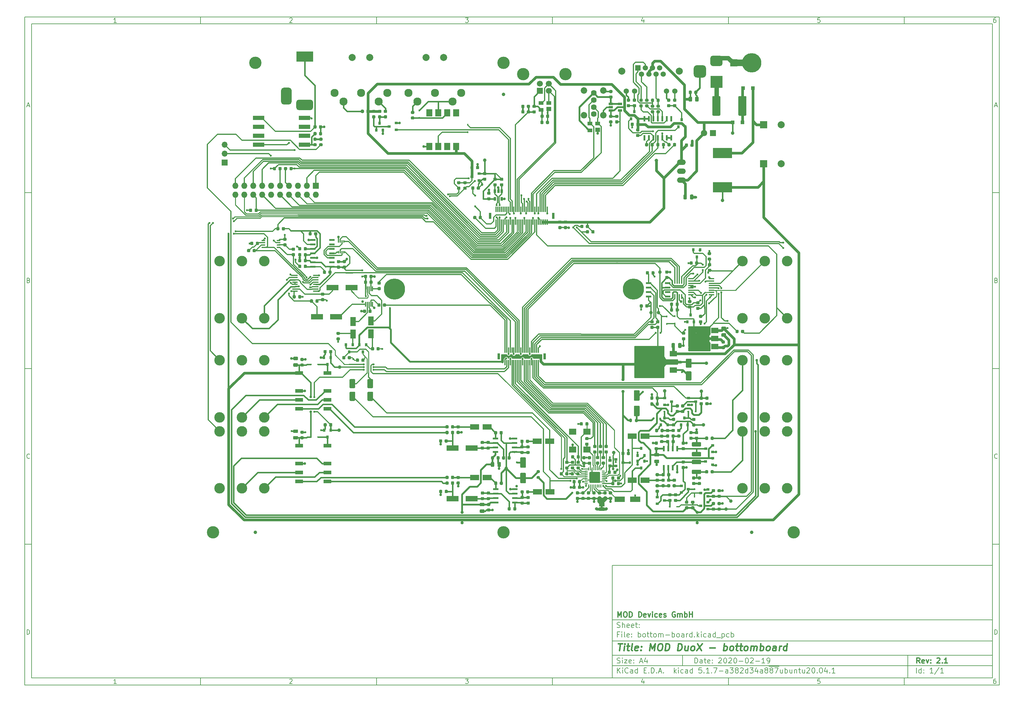
<source format=gbr>
G04 #@! TF.GenerationSoftware,KiCad,Pcbnew,5.1.7-a382d34a8~87~ubuntu20.04.1*
G04 #@! TF.CreationDate,2020-11-19T15:03:43+01:00*
G04 #@! TF.ProjectId,bottom-board,626f7474-6f6d-42d6-926f-6172642e6b69,2.1*
G04 #@! TF.SameCoordinates,PX48111b4PY15fd6c8*
G04 #@! TF.FileFunction,Copper,L1,Top*
G04 #@! TF.FilePolarity,Positive*
%FSLAX46Y46*%
G04 Gerber Fmt 4.6, Leading zero omitted, Abs format (unit mm)*
G04 Created by KiCad (PCBNEW 5.1.7-a382d34a8~87~ubuntu20.04.1) date 2020-11-19 15:03:43*
%MOMM*%
%LPD*%
G01*
G04 APERTURE LIST*
%ADD10C,0.100000*%
%ADD11C,0.150000*%
%ADD12C,0.300000*%
%ADD13C,0.400000*%
G04 #@! TA.AperFunction,EtchedComponent*
%ADD14C,0.304800*%
G04 #@! TD*
G04 #@! TA.AperFunction,EtchedComponent*
%ADD15C,0.100000*%
G04 #@! TD*
G04 #@! TA.AperFunction,SMDPad,CuDef*
%ADD16R,3.500000X1.600000*%
G04 #@! TD*
G04 #@! TA.AperFunction,SMDPad,CuDef*
%ADD17R,2.600000X1.600000*%
G04 #@! TD*
G04 #@! TA.AperFunction,SMDPad,CuDef*
%ADD18R,0.800000X0.900000*%
G04 #@! TD*
G04 #@! TA.AperFunction,SMDPad,CuDef*
%ADD19R,0.450000X1.450000*%
G04 #@! TD*
G04 #@! TA.AperFunction,SMDPad,CuDef*
%ADD20R,0.300000X1.400000*%
G04 #@! TD*
G04 #@! TA.AperFunction,SMDPad,CuDef*
%ADD21R,5.400000X2.900000*%
G04 #@! TD*
G04 #@! TA.AperFunction,SMDPad,CuDef*
%ADD22R,2.000000X1.800000*%
G04 #@! TD*
G04 #@! TA.AperFunction,ComponentPad*
%ADD23C,1.800000*%
G04 #@! TD*
G04 #@! TA.AperFunction,ComponentPad*
%ADD24R,1.800000X1.800000*%
G04 #@! TD*
G04 #@! TA.AperFunction,ComponentPad*
%ADD25C,5.500000*%
G04 #@! TD*
G04 #@! TA.AperFunction,SMDPad,CuDef*
%ADD26R,2.000000X2.000000*%
G04 #@! TD*
G04 #@! TA.AperFunction,ComponentPad*
%ADD27O,2.499360X1.501140*%
G04 #@! TD*
G04 #@! TA.AperFunction,ComponentPad*
%ADD28O,1.727200X1.727200*%
G04 #@! TD*
G04 #@! TA.AperFunction,ComponentPad*
%ADD29R,1.727200X1.727200*%
G04 #@! TD*
G04 #@! TA.AperFunction,SMDPad,CuDef*
%ADD30R,2.200000X1.000000*%
G04 #@! TD*
G04 #@! TA.AperFunction,ComponentPad*
%ADD31C,3.000000*%
G04 #@! TD*
G04 #@! TA.AperFunction,SMDPad,CuDef*
%ADD32C,1.000000*%
G04 #@! TD*
G04 #@! TA.AperFunction,ComponentPad*
%ADD33C,3.500000*%
G04 #@! TD*
G04 #@! TA.AperFunction,SMDPad,CuDef*
%ADD34R,3.000000X1.600000*%
G04 #@! TD*
G04 #@! TA.AperFunction,SMDPad,CuDef*
%ADD35R,1.600000X2.600000*%
G04 #@! TD*
G04 #@! TA.AperFunction,SMDPad,CuDef*
%ADD36R,1.100000X1.100000*%
G04 #@! TD*
G04 #@! TA.AperFunction,SMDPad,CuDef*
%ADD37R,0.900000X0.800000*%
G04 #@! TD*
G04 #@! TA.AperFunction,SMDPad,CuDef*
%ADD38R,0.600000X0.450000*%
G04 #@! TD*
G04 #@! TA.AperFunction,SMDPad,CuDef*
%ADD39R,1.400000X1.000000*%
G04 #@! TD*
G04 #@! TA.AperFunction,SMDPad,CuDef*
%ADD40R,1.400000X1.200000*%
G04 #@! TD*
G04 #@! TA.AperFunction,SMDPad,CuDef*
%ADD41R,0.450000X0.600000*%
G04 #@! TD*
G04 #@! TA.AperFunction,ComponentPad*
%ADD42R,3.500000X3.500000*%
G04 #@! TD*
G04 #@! TA.AperFunction,ComponentPad*
%ADD43O,1.700000X1.700000*%
G04 #@! TD*
G04 #@! TA.AperFunction,ComponentPad*
%ADD44R,1.700000X1.700000*%
G04 #@! TD*
G04 #@! TA.AperFunction,ComponentPad*
%ADD45C,1.700000*%
G04 #@! TD*
G04 #@! TA.AperFunction,ComponentPad*
%ADD46C,1.620000*%
G04 #@! TD*
G04 #@! TA.AperFunction,ComponentPad*
%ADD47C,1.850000*%
G04 #@! TD*
G04 #@! TA.AperFunction,ComponentPad*
%ADD48R,1.500000X1.500000*%
G04 #@! TD*
G04 #@! TA.AperFunction,ComponentPad*
%ADD49C,1.500000*%
G04 #@! TD*
G04 #@! TA.AperFunction,ComponentPad*
%ADD50C,2.000000*%
G04 #@! TD*
G04 #@! TA.AperFunction,ComponentPad*
%ADD51R,4.800000X3.000000*%
G04 #@! TD*
G04 #@! TA.AperFunction,SMDPad,CuDef*
%ADD52R,3.175000X1.270000*%
G04 #@! TD*
G04 #@! TA.AperFunction,SMDPad,CuDef*
%ADD53R,0.650000X1.060000*%
G04 #@! TD*
G04 #@! TA.AperFunction,SMDPad,CuDef*
%ADD54R,0.600000X1.550000*%
G04 #@! TD*
G04 #@! TA.AperFunction,SMDPad,CuDef*
%ADD55R,1.550000X0.600000*%
G04 #@! TD*
G04 #@! TA.AperFunction,SMDPad,CuDef*
%ADD56R,1.220000X0.650000*%
G04 #@! TD*
G04 #@! TA.AperFunction,SMDPad,CuDef*
%ADD57R,0.600000X1.500000*%
G04 #@! TD*
G04 #@! TA.AperFunction,SMDPad,CuDef*
%ADD58R,0.300000X0.800000*%
G04 #@! TD*
G04 #@! TA.AperFunction,SMDPad,CuDef*
%ADD59R,1.500000X0.600000*%
G04 #@! TD*
G04 #@! TA.AperFunction,ComponentPad*
%ADD60C,2.300000*%
G04 #@! TD*
G04 #@! TA.AperFunction,SMDPad,CuDef*
%ADD61R,0.800000X1.800000*%
G04 #@! TD*
G04 #@! TA.AperFunction,SMDPad,CuDef*
%ADD62R,0.300000X1.600000*%
G04 #@! TD*
G04 #@! TA.AperFunction,SMDPad,CuDef*
%ADD63R,2.000000X3.800000*%
G04 #@! TD*
G04 #@! TA.AperFunction,SMDPad,CuDef*
%ADD64R,2.000000X1.500000*%
G04 #@! TD*
G04 #@! TA.AperFunction,SMDPad,CuDef*
%ADD65R,1.780000X2.000000*%
G04 #@! TD*
G04 #@! TA.AperFunction,SMDPad,CuDef*
%ADD66R,1.100000X0.400000*%
G04 #@! TD*
G04 #@! TA.AperFunction,ComponentPad*
%ADD67C,6.000000*%
G04 #@! TD*
G04 #@! TA.AperFunction,SMDPad,CuDef*
%ADD68R,1.500000X0.450000*%
G04 #@! TD*
G04 #@! TA.AperFunction,ComponentPad*
%ADD69R,2.000000X2.000000*%
G04 #@! TD*
G04 #@! TA.AperFunction,SMDPad,CuDef*
%ADD70R,1.500000X1.000000*%
G04 #@! TD*
G04 #@! TA.AperFunction,ViaPad*
%ADD71C,0.750000*%
G04 #@! TD*
G04 #@! TA.AperFunction,ViaPad*
%ADD72C,0.900000*%
G04 #@! TD*
G04 #@! TA.AperFunction,ViaPad*
%ADD73C,0.600000*%
G04 #@! TD*
G04 #@! TA.AperFunction,Conductor*
%ADD74C,0.381000*%
G04 #@! TD*
G04 #@! TA.AperFunction,Conductor*
%ADD75C,0.254000*%
G04 #@! TD*
G04 #@! TA.AperFunction,Conductor*
%ADD76C,0.304800*%
G04 #@! TD*
G04 #@! TA.AperFunction,Conductor*
%ADD77C,0.762000*%
G04 #@! TD*
G04 #@! TA.AperFunction,Conductor*
%ADD78C,0.508000*%
G04 #@! TD*
G04 #@! TA.AperFunction,Conductor*
%ADD79C,1.270000*%
G04 #@! TD*
G04 #@! TA.AperFunction,Conductor*
%ADD80C,0.100000*%
G04 #@! TD*
G04 APERTURE END LIST*
D10*
D11*
X101434660Y-142949080D02*
X101434660Y-174949080D01*
X209434660Y-174949080D01*
X209434660Y-142949080D01*
X101434660Y-142949080D01*
D10*
D11*
X-65567540Y13058120D02*
X-65567540Y-176949080D01*
X211434660Y-176949080D01*
X211434660Y13058120D01*
X-65567540Y13058120D01*
D10*
D11*
X-63567540Y11058120D02*
X-63567540Y-174949080D01*
X209434660Y-174949080D01*
X209434660Y11058120D01*
X-63567540Y11058120D01*
D10*
D11*
X-15567540Y11058120D02*
X-15567540Y13058120D01*
D10*
D11*
X34432460Y11058120D02*
X34432460Y13058120D01*
D10*
D11*
X84432460Y11058120D02*
X84432460Y13058120D01*
D10*
D11*
X134432460Y11058120D02*
X134432460Y13058120D01*
D10*
D11*
X184432460Y11058120D02*
X184432460Y13058120D01*
D10*
D11*
X-39502064Y11470025D02*
X-40244921Y11470025D01*
X-39873493Y11470025D02*
X-39873493Y12770025D01*
X-39997302Y12584311D01*
X-40121112Y12460501D01*
X-40244921Y12398597D01*
D10*
D11*
X9755079Y12646216D02*
X9816983Y12708120D01*
X9940793Y12770025D01*
X10250317Y12770025D01*
X10374126Y12708120D01*
X10436031Y12646216D01*
X10497936Y12522406D01*
X10497936Y12398597D01*
X10436031Y12212882D01*
X9693174Y11470025D01*
X10497936Y11470025D01*
D10*
D11*
X59693174Y12770025D02*
X60497936Y12770025D01*
X60064602Y12274787D01*
X60250317Y12274787D01*
X60374126Y12212882D01*
X60436031Y12150978D01*
X60497936Y12027168D01*
X60497936Y11717644D01*
X60436031Y11593835D01*
X60374126Y11531930D01*
X60250317Y11470025D01*
X59878888Y11470025D01*
X59755079Y11531930D01*
X59693174Y11593835D01*
D10*
D11*
X110374126Y12336692D02*
X110374126Y11470025D01*
X110064602Y12831930D02*
X109755079Y11903359D01*
X110559840Y11903359D01*
D10*
D11*
X160436031Y12770025D02*
X159816983Y12770025D01*
X159755079Y12150978D01*
X159816983Y12212882D01*
X159940793Y12274787D01*
X160250317Y12274787D01*
X160374126Y12212882D01*
X160436031Y12150978D01*
X160497936Y12027168D01*
X160497936Y11717644D01*
X160436031Y11593835D01*
X160374126Y11531930D01*
X160250317Y11470025D01*
X159940793Y11470025D01*
X159816983Y11531930D01*
X159755079Y11593835D01*
D10*
D11*
X210374126Y12770025D02*
X210126507Y12770025D01*
X210002698Y12708120D01*
X209940793Y12646216D01*
X209816983Y12460501D01*
X209755079Y12212882D01*
X209755079Y11717644D01*
X209816983Y11593835D01*
X209878888Y11531930D01*
X210002698Y11470025D01*
X210250317Y11470025D01*
X210374126Y11531930D01*
X210436031Y11593835D01*
X210497936Y11717644D01*
X210497936Y12027168D01*
X210436031Y12150978D01*
X210374126Y12212882D01*
X210250317Y12274787D01*
X210002698Y12274787D01*
X209878888Y12212882D01*
X209816983Y12150978D01*
X209755079Y12027168D01*
D10*
D11*
X-15567540Y-174949080D02*
X-15567540Y-176949080D01*
D10*
D11*
X34432460Y-174949080D02*
X34432460Y-176949080D01*
D10*
D11*
X84432460Y-174949080D02*
X84432460Y-176949080D01*
D10*
D11*
X134432460Y-174949080D02*
X134432460Y-176949080D01*
D10*
D11*
X184432460Y-174949080D02*
X184432460Y-176949080D01*
D10*
D11*
X-39502064Y-176537175D02*
X-40244921Y-176537175D01*
X-39873493Y-176537175D02*
X-39873493Y-175237175D01*
X-39997302Y-175422889D01*
X-40121112Y-175546699D01*
X-40244921Y-175608603D01*
D10*
D11*
X9755079Y-175360984D02*
X9816983Y-175299080D01*
X9940793Y-175237175D01*
X10250317Y-175237175D01*
X10374126Y-175299080D01*
X10436031Y-175360984D01*
X10497936Y-175484794D01*
X10497936Y-175608603D01*
X10436031Y-175794318D01*
X9693174Y-176537175D01*
X10497936Y-176537175D01*
D10*
D11*
X59693174Y-175237175D02*
X60497936Y-175237175D01*
X60064602Y-175732413D01*
X60250317Y-175732413D01*
X60374126Y-175794318D01*
X60436031Y-175856222D01*
X60497936Y-175980032D01*
X60497936Y-176289556D01*
X60436031Y-176413365D01*
X60374126Y-176475270D01*
X60250317Y-176537175D01*
X59878888Y-176537175D01*
X59755079Y-176475270D01*
X59693174Y-176413365D01*
D10*
D11*
X110374126Y-175670508D02*
X110374126Y-176537175D01*
X110064602Y-175175270D02*
X109755079Y-176103841D01*
X110559840Y-176103841D01*
D10*
D11*
X160436031Y-175237175D02*
X159816983Y-175237175D01*
X159755079Y-175856222D01*
X159816983Y-175794318D01*
X159940793Y-175732413D01*
X160250317Y-175732413D01*
X160374126Y-175794318D01*
X160436031Y-175856222D01*
X160497936Y-175980032D01*
X160497936Y-176289556D01*
X160436031Y-176413365D01*
X160374126Y-176475270D01*
X160250317Y-176537175D01*
X159940793Y-176537175D01*
X159816983Y-176475270D01*
X159755079Y-176413365D01*
D10*
D11*
X210374126Y-175237175D02*
X210126507Y-175237175D01*
X210002698Y-175299080D01*
X209940793Y-175360984D01*
X209816983Y-175546699D01*
X209755079Y-175794318D01*
X209755079Y-176289556D01*
X209816983Y-176413365D01*
X209878888Y-176475270D01*
X210002698Y-176537175D01*
X210250317Y-176537175D01*
X210374126Y-176475270D01*
X210436031Y-176413365D01*
X210497936Y-176289556D01*
X210497936Y-175980032D01*
X210436031Y-175856222D01*
X210374126Y-175794318D01*
X210250317Y-175732413D01*
X210002698Y-175732413D01*
X209878888Y-175794318D01*
X209816983Y-175856222D01*
X209755079Y-175980032D01*
D10*
D11*
X-65567540Y-36941880D02*
X-63567540Y-36941880D01*
D10*
D11*
X-65567540Y-86941880D02*
X-63567540Y-86941880D01*
D10*
D11*
X-65567540Y-136941880D02*
X-63567540Y-136941880D01*
D10*
D11*
X-64877064Y-12158546D02*
X-64258017Y-12158546D01*
X-65000874Y-12529975D02*
X-64567540Y-11229975D01*
X-64134207Y-12529975D01*
D10*
D11*
X-64474683Y-61849022D02*
X-64288969Y-61910927D01*
X-64227064Y-61972832D01*
X-64165160Y-62096641D01*
X-64165160Y-62282356D01*
X-64227064Y-62406165D01*
X-64288969Y-62468070D01*
X-64412779Y-62529975D01*
X-64908017Y-62529975D01*
X-64908017Y-61229975D01*
X-64474683Y-61229975D01*
X-64350874Y-61291880D01*
X-64288969Y-61353784D01*
X-64227064Y-61477594D01*
X-64227064Y-61601403D01*
X-64288969Y-61725213D01*
X-64350874Y-61787118D01*
X-64474683Y-61849022D01*
X-64908017Y-61849022D01*
D10*
D11*
X-64165160Y-112406165D02*
X-64227064Y-112468070D01*
X-64412779Y-112529975D01*
X-64536588Y-112529975D01*
X-64722302Y-112468070D01*
X-64846112Y-112344260D01*
X-64908017Y-112220451D01*
X-64969921Y-111972832D01*
X-64969921Y-111787118D01*
X-64908017Y-111539499D01*
X-64846112Y-111415689D01*
X-64722302Y-111291880D01*
X-64536588Y-111229975D01*
X-64412779Y-111229975D01*
X-64227064Y-111291880D01*
X-64165160Y-111353784D01*
D10*
D11*
X-64908017Y-162529975D02*
X-64908017Y-161229975D01*
X-64598493Y-161229975D01*
X-64412779Y-161291880D01*
X-64288969Y-161415689D01*
X-64227064Y-161539499D01*
X-64165160Y-161787118D01*
X-64165160Y-161972832D01*
X-64227064Y-162220451D01*
X-64288969Y-162344260D01*
X-64412779Y-162468070D01*
X-64598493Y-162529975D01*
X-64908017Y-162529975D01*
D10*
D11*
X211434660Y-36941880D02*
X209434660Y-36941880D01*
D10*
D11*
X211434660Y-86941880D02*
X209434660Y-86941880D01*
D10*
D11*
X211434660Y-136941880D02*
X209434660Y-136941880D01*
D10*
D11*
X210125136Y-12158546D02*
X210744183Y-12158546D01*
X210001326Y-12529975D02*
X210434660Y-11229975D01*
X210867993Y-12529975D01*
D10*
D11*
X210527517Y-61849022D02*
X210713231Y-61910927D01*
X210775136Y-61972832D01*
X210837040Y-62096641D01*
X210837040Y-62282356D01*
X210775136Y-62406165D01*
X210713231Y-62468070D01*
X210589421Y-62529975D01*
X210094183Y-62529975D01*
X210094183Y-61229975D01*
X210527517Y-61229975D01*
X210651326Y-61291880D01*
X210713231Y-61353784D01*
X210775136Y-61477594D01*
X210775136Y-61601403D01*
X210713231Y-61725213D01*
X210651326Y-61787118D01*
X210527517Y-61849022D01*
X210094183Y-61849022D01*
D10*
D11*
X210837040Y-112406165D02*
X210775136Y-112468070D01*
X210589421Y-112529975D01*
X210465612Y-112529975D01*
X210279898Y-112468070D01*
X210156088Y-112344260D01*
X210094183Y-112220451D01*
X210032279Y-111972832D01*
X210032279Y-111787118D01*
X210094183Y-111539499D01*
X210156088Y-111415689D01*
X210279898Y-111291880D01*
X210465612Y-111229975D01*
X210589421Y-111229975D01*
X210775136Y-111291880D01*
X210837040Y-111353784D01*
D10*
D11*
X210094183Y-162529975D02*
X210094183Y-161229975D01*
X210403707Y-161229975D01*
X210589421Y-161291880D01*
X210713231Y-161415689D01*
X210775136Y-161539499D01*
X210837040Y-161787118D01*
X210837040Y-161972832D01*
X210775136Y-162220451D01*
X210713231Y-162344260D01*
X210589421Y-162468070D01*
X210403707Y-162529975D01*
X210094183Y-162529975D01*
D10*
D11*
X124866802Y-170727651D02*
X124866802Y-169227651D01*
X125223945Y-169227651D01*
X125438231Y-169299080D01*
X125581088Y-169441937D01*
X125652517Y-169584794D01*
X125723945Y-169870508D01*
X125723945Y-170084794D01*
X125652517Y-170370508D01*
X125581088Y-170513365D01*
X125438231Y-170656222D01*
X125223945Y-170727651D01*
X124866802Y-170727651D01*
X127009660Y-170727651D02*
X127009660Y-169941937D01*
X126938231Y-169799080D01*
X126795374Y-169727651D01*
X126509660Y-169727651D01*
X126366802Y-169799080D01*
X127009660Y-170656222D02*
X126866802Y-170727651D01*
X126509660Y-170727651D01*
X126366802Y-170656222D01*
X126295374Y-170513365D01*
X126295374Y-170370508D01*
X126366802Y-170227651D01*
X126509660Y-170156222D01*
X126866802Y-170156222D01*
X127009660Y-170084794D01*
X127509660Y-169727651D02*
X128081088Y-169727651D01*
X127723945Y-169227651D02*
X127723945Y-170513365D01*
X127795374Y-170656222D01*
X127938231Y-170727651D01*
X128081088Y-170727651D01*
X129152517Y-170656222D02*
X129009660Y-170727651D01*
X128723945Y-170727651D01*
X128581088Y-170656222D01*
X128509660Y-170513365D01*
X128509660Y-169941937D01*
X128581088Y-169799080D01*
X128723945Y-169727651D01*
X129009660Y-169727651D01*
X129152517Y-169799080D01*
X129223945Y-169941937D01*
X129223945Y-170084794D01*
X128509660Y-170227651D01*
X129866802Y-170584794D02*
X129938231Y-170656222D01*
X129866802Y-170727651D01*
X129795374Y-170656222D01*
X129866802Y-170584794D01*
X129866802Y-170727651D01*
X129866802Y-169799080D02*
X129938231Y-169870508D01*
X129866802Y-169941937D01*
X129795374Y-169870508D01*
X129866802Y-169799080D01*
X129866802Y-169941937D01*
X131652517Y-169370508D02*
X131723945Y-169299080D01*
X131866802Y-169227651D01*
X132223945Y-169227651D01*
X132366802Y-169299080D01*
X132438231Y-169370508D01*
X132509660Y-169513365D01*
X132509660Y-169656222D01*
X132438231Y-169870508D01*
X131581088Y-170727651D01*
X132509660Y-170727651D01*
X133438231Y-169227651D02*
X133581088Y-169227651D01*
X133723945Y-169299080D01*
X133795374Y-169370508D01*
X133866802Y-169513365D01*
X133938231Y-169799080D01*
X133938231Y-170156222D01*
X133866802Y-170441937D01*
X133795374Y-170584794D01*
X133723945Y-170656222D01*
X133581088Y-170727651D01*
X133438231Y-170727651D01*
X133295374Y-170656222D01*
X133223945Y-170584794D01*
X133152517Y-170441937D01*
X133081088Y-170156222D01*
X133081088Y-169799080D01*
X133152517Y-169513365D01*
X133223945Y-169370508D01*
X133295374Y-169299080D01*
X133438231Y-169227651D01*
X134509660Y-169370508D02*
X134581088Y-169299080D01*
X134723945Y-169227651D01*
X135081088Y-169227651D01*
X135223945Y-169299080D01*
X135295374Y-169370508D01*
X135366802Y-169513365D01*
X135366802Y-169656222D01*
X135295374Y-169870508D01*
X134438231Y-170727651D01*
X135366802Y-170727651D01*
X136295374Y-169227651D02*
X136438231Y-169227651D01*
X136581088Y-169299080D01*
X136652517Y-169370508D01*
X136723945Y-169513365D01*
X136795374Y-169799080D01*
X136795374Y-170156222D01*
X136723945Y-170441937D01*
X136652517Y-170584794D01*
X136581088Y-170656222D01*
X136438231Y-170727651D01*
X136295374Y-170727651D01*
X136152517Y-170656222D01*
X136081088Y-170584794D01*
X136009660Y-170441937D01*
X135938231Y-170156222D01*
X135938231Y-169799080D01*
X136009660Y-169513365D01*
X136081088Y-169370508D01*
X136152517Y-169299080D01*
X136295374Y-169227651D01*
X137438231Y-170156222D02*
X138581088Y-170156222D01*
X139581088Y-169227651D02*
X139723945Y-169227651D01*
X139866802Y-169299080D01*
X139938231Y-169370508D01*
X140009660Y-169513365D01*
X140081088Y-169799080D01*
X140081088Y-170156222D01*
X140009660Y-170441937D01*
X139938231Y-170584794D01*
X139866802Y-170656222D01*
X139723945Y-170727651D01*
X139581088Y-170727651D01*
X139438231Y-170656222D01*
X139366802Y-170584794D01*
X139295374Y-170441937D01*
X139223945Y-170156222D01*
X139223945Y-169799080D01*
X139295374Y-169513365D01*
X139366802Y-169370508D01*
X139438231Y-169299080D01*
X139581088Y-169227651D01*
X140652517Y-169370508D02*
X140723945Y-169299080D01*
X140866802Y-169227651D01*
X141223945Y-169227651D01*
X141366802Y-169299080D01*
X141438231Y-169370508D01*
X141509660Y-169513365D01*
X141509660Y-169656222D01*
X141438231Y-169870508D01*
X140581088Y-170727651D01*
X141509660Y-170727651D01*
X142152517Y-170156222D02*
X143295374Y-170156222D01*
X144795374Y-170727651D02*
X143938231Y-170727651D01*
X144366802Y-170727651D02*
X144366802Y-169227651D01*
X144223945Y-169441937D01*
X144081088Y-169584794D01*
X143938231Y-169656222D01*
X145509660Y-170727651D02*
X145795374Y-170727651D01*
X145938231Y-170656222D01*
X146009660Y-170584794D01*
X146152517Y-170370508D01*
X146223945Y-170084794D01*
X146223945Y-169513365D01*
X146152517Y-169370508D01*
X146081088Y-169299080D01*
X145938231Y-169227651D01*
X145652517Y-169227651D01*
X145509660Y-169299080D01*
X145438231Y-169370508D01*
X145366802Y-169513365D01*
X145366802Y-169870508D01*
X145438231Y-170013365D01*
X145509660Y-170084794D01*
X145652517Y-170156222D01*
X145938231Y-170156222D01*
X146081088Y-170084794D01*
X146152517Y-170013365D01*
X146223945Y-169870508D01*
D10*
D11*
X101434660Y-171449080D02*
X209434660Y-171449080D01*
D10*
D11*
X102866802Y-173527651D02*
X102866802Y-172027651D01*
X103723945Y-173527651D02*
X103081088Y-172670508D01*
X103723945Y-172027651D02*
X102866802Y-172884794D01*
X104366802Y-173527651D02*
X104366802Y-172527651D01*
X104366802Y-172027651D02*
X104295374Y-172099080D01*
X104366802Y-172170508D01*
X104438231Y-172099080D01*
X104366802Y-172027651D01*
X104366802Y-172170508D01*
X105938231Y-173384794D02*
X105866802Y-173456222D01*
X105652517Y-173527651D01*
X105509660Y-173527651D01*
X105295374Y-173456222D01*
X105152517Y-173313365D01*
X105081088Y-173170508D01*
X105009660Y-172884794D01*
X105009660Y-172670508D01*
X105081088Y-172384794D01*
X105152517Y-172241937D01*
X105295374Y-172099080D01*
X105509660Y-172027651D01*
X105652517Y-172027651D01*
X105866802Y-172099080D01*
X105938231Y-172170508D01*
X107223945Y-173527651D02*
X107223945Y-172741937D01*
X107152517Y-172599080D01*
X107009660Y-172527651D01*
X106723945Y-172527651D01*
X106581088Y-172599080D01*
X107223945Y-173456222D02*
X107081088Y-173527651D01*
X106723945Y-173527651D01*
X106581088Y-173456222D01*
X106509660Y-173313365D01*
X106509660Y-173170508D01*
X106581088Y-173027651D01*
X106723945Y-172956222D01*
X107081088Y-172956222D01*
X107223945Y-172884794D01*
X108581088Y-173527651D02*
X108581088Y-172027651D01*
X108581088Y-173456222D02*
X108438231Y-173527651D01*
X108152517Y-173527651D01*
X108009660Y-173456222D01*
X107938231Y-173384794D01*
X107866802Y-173241937D01*
X107866802Y-172813365D01*
X107938231Y-172670508D01*
X108009660Y-172599080D01*
X108152517Y-172527651D01*
X108438231Y-172527651D01*
X108581088Y-172599080D01*
X110438231Y-172741937D02*
X110938231Y-172741937D01*
X111152517Y-173527651D02*
X110438231Y-173527651D01*
X110438231Y-172027651D01*
X111152517Y-172027651D01*
X111795374Y-173384794D02*
X111866802Y-173456222D01*
X111795374Y-173527651D01*
X111723945Y-173456222D01*
X111795374Y-173384794D01*
X111795374Y-173527651D01*
X112509660Y-173527651D02*
X112509660Y-172027651D01*
X112866802Y-172027651D01*
X113081088Y-172099080D01*
X113223945Y-172241937D01*
X113295374Y-172384794D01*
X113366802Y-172670508D01*
X113366802Y-172884794D01*
X113295374Y-173170508D01*
X113223945Y-173313365D01*
X113081088Y-173456222D01*
X112866802Y-173527651D01*
X112509660Y-173527651D01*
X114009660Y-173384794D02*
X114081088Y-173456222D01*
X114009660Y-173527651D01*
X113938231Y-173456222D01*
X114009660Y-173384794D01*
X114009660Y-173527651D01*
X114652517Y-173099080D02*
X115366802Y-173099080D01*
X114509660Y-173527651D02*
X115009660Y-172027651D01*
X115509660Y-173527651D01*
X116009660Y-173384794D02*
X116081088Y-173456222D01*
X116009660Y-173527651D01*
X115938231Y-173456222D01*
X116009660Y-173384794D01*
X116009660Y-173527651D01*
X119009660Y-173527651D02*
X119009660Y-172027651D01*
X119152517Y-172956222D02*
X119581088Y-173527651D01*
X119581088Y-172527651D02*
X119009660Y-173099080D01*
X120223945Y-173527651D02*
X120223945Y-172527651D01*
X120223945Y-172027651D02*
X120152517Y-172099080D01*
X120223945Y-172170508D01*
X120295374Y-172099080D01*
X120223945Y-172027651D01*
X120223945Y-172170508D01*
X121581088Y-173456222D02*
X121438231Y-173527651D01*
X121152517Y-173527651D01*
X121009660Y-173456222D01*
X120938231Y-173384794D01*
X120866802Y-173241937D01*
X120866802Y-172813365D01*
X120938231Y-172670508D01*
X121009660Y-172599080D01*
X121152517Y-172527651D01*
X121438231Y-172527651D01*
X121581088Y-172599080D01*
X122866802Y-173527651D02*
X122866802Y-172741937D01*
X122795374Y-172599080D01*
X122652517Y-172527651D01*
X122366802Y-172527651D01*
X122223945Y-172599080D01*
X122866802Y-173456222D02*
X122723945Y-173527651D01*
X122366802Y-173527651D01*
X122223945Y-173456222D01*
X122152517Y-173313365D01*
X122152517Y-173170508D01*
X122223945Y-173027651D01*
X122366802Y-172956222D01*
X122723945Y-172956222D01*
X122866802Y-172884794D01*
X124223945Y-173527651D02*
X124223945Y-172027651D01*
X124223945Y-173456222D02*
X124081088Y-173527651D01*
X123795374Y-173527651D01*
X123652517Y-173456222D01*
X123581088Y-173384794D01*
X123509660Y-173241937D01*
X123509660Y-172813365D01*
X123581088Y-172670508D01*
X123652517Y-172599080D01*
X123795374Y-172527651D01*
X124081088Y-172527651D01*
X124223945Y-172599080D01*
X126795374Y-172027651D02*
X126081088Y-172027651D01*
X126009660Y-172741937D01*
X126081088Y-172670508D01*
X126223945Y-172599080D01*
X126581088Y-172599080D01*
X126723945Y-172670508D01*
X126795374Y-172741937D01*
X126866802Y-172884794D01*
X126866802Y-173241937D01*
X126795374Y-173384794D01*
X126723945Y-173456222D01*
X126581088Y-173527651D01*
X126223945Y-173527651D01*
X126081088Y-173456222D01*
X126009660Y-173384794D01*
X127509660Y-173384794D02*
X127581088Y-173456222D01*
X127509660Y-173527651D01*
X127438231Y-173456222D01*
X127509660Y-173384794D01*
X127509660Y-173527651D01*
X129009660Y-173527651D02*
X128152517Y-173527651D01*
X128581088Y-173527651D02*
X128581088Y-172027651D01*
X128438231Y-172241937D01*
X128295374Y-172384794D01*
X128152517Y-172456222D01*
X129652517Y-173384794D02*
X129723945Y-173456222D01*
X129652517Y-173527651D01*
X129581088Y-173456222D01*
X129652517Y-173384794D01*
X129652517Y-173527651D01*
X130223945Y-172027651D02*
X131223945Y-172027651D01*
X130581088Y-173527651D01*
X131795374Y-172956222D02*
X132938231Y-172956222D01*
X134295374Y-173527651D02*
X134295374Y-172741937D01*
X134223945Y-172599080D01*
X134081088Y-172527651D01*
X133795374Y-172527651D01*
X133652517Y-172599080D01*
X134295374Y-173456222D02*
X134152517Y-173527651D01*
X133795374Y-173527651D01*
X133652517Y-173456222D01*
X133581088Y-173313365D01*
X133581088Y-173170508D01*
X133652517Y-173027651D01*
X133795374Y-172956222D01*
X134152517Y-172956222D01*
X134295374Y-172884794D01*
X134866802Y-172027651D02*
X135795374Y-172027651D01*
X135295374Y-172599080D01*
X135509660Y-172599080D01*
X135652517Y-172670508D01*
X135723945Y-172741937D01*
X135795374Y-172884794D01*
X135795374Y-173241937D01*
X135723945Y-173384794D01*
X135652517Y-173456222D01*
X135509660Y-173527651D01*
X135081088Y-173527651D01*
X134938231Y-173456222D01*
X134866802Y-173384794D01*
X136652517Y-172670508D02*
X136509660Y-172599080D01*
X136438231Y-172527651D01*
X136366802Y-172384794D01*
X136366802Y-172313365D01*
X136438231Y-172170508D01*
X136509660Y-172099080D01*
X136652517Y-172027651D01*
X136938231Y-172027651D01*
X137081088Y-172099080D01*
X137152517Y-172170508D01*
X137223945Y-172313365D01*
X137223945Y-172384794D01*
X137152517Y-172527651D01*
X137081088Y-172599080D01*
X136938231Y-172670508D01*
X136652517Y-172670508D01*
X136509660Y-172741937D01*
X136438231Y-172813365D01*
X136366802Y-172956222D01*
X136366802Y-173241937D01*
X136438231Y-173384794D01*
X136509660Y-173456222D01*
X136652517Y-173527651D01*
X136938231Y-173527651D01*
X137081088Y-173456222D01*
X137152517Y-173384794D01*
X137223945Y-173241937D01*
X137223945Y-172956222D01*
X137152517Y-172813365D01*
X137081088Y-172741937D01*
X136938231Y-172670508D01*
X137795374Y-172170508D02*
X137866802Y-172099080D01*
X138009660Y-172027651D01*
X138366802Y-172027651D01*
X138509660Y-172099080D01*
X138581088Y-172170508D01*
X138652517Y-172313365D01*
X138652517Y-172456222D01*
X138581088Y-172670508D01*
X137723945Y-173527651D01*
X138652517Y-173527651D01*
X139938231Y-173527651D02*
X139938231Y-172027651D01*
X139938231Y-173456222D02*
X139795374Y-173527651D01*
X139509660Y-173527651D01*
X139366802Y-173456222D01*
X139295374Y-173384794D01*
X139223945Y-173241937D01*
X139223945Y-172813365D01*
X139295374Y-172670508D01*
X139366802Y-172599080D01*
X139509660Y-172527651D01*
X139795374Y-172527651D01*
X139938231Y-172599080D01*
X140509660Y-172027651D02*
X141438231Y-172027651D01*
X140938231Y-172599080D01*
X141152517Y-172599080D01*
X141295374Y-172670508D01*
X141366802Y-172741937D01*
X141438231Y-172884794D01*
X141438231Y-173241937D01*
X141366802Y-173384794D01*
X141295374Y-173456222D01*
X141152517Y-173527651D01*
X140723945Y-173527651D01*
X140581088Y-173456222D01*
X140509660Y-173384794D01*
X142723945Y-172527651D02*
X142723945Y-173527651D01*
X142366802Y-171956222D02*
X142009660Y-173027651D01*
X142938231Y-173027651D01*
X144152517Y-173527651D02*
X144152517Y-172741937D01*
X144081088Y-172599080D01*
X143938231Y-172527651D01*
X143652517Y-172527651D01*
X143509660Y-172599080D01*
X144152517Y-173456222D02*
X144009660Y-173527651D01*
X143652517Y-173527651D01*
X143509660Y-173456222D01*
X143438231Y-173313365D01*
X143438231Y-173170508D01*
X143509660Y-173027651D01*
X143652517Y-172956222D01*
X144009660Y-172956222D01*
X144152517Y-172884794D01*
X145081088Y-172670508D02*
X144938231Y-172599080D01*
X144866802Y-172527651D01*
X144795374Y-172384794D01*
X144795374Y-172313365D01*
X144866802Y-172170508D01*
X144938231Y-172099080D01*
X145081088Y-172027651D01*
X145366802Y-172027651D01*
X145509660Y-172099080D01*
X145581088Y-172170508D01*
X145652517Y-172313365D01*
X145652517Y-172384794D01*
X145581088Y-172527651D01*
X145509660Y-172599080D01*
X145366802Y-172670508D01*
X145081088Y-172670508D01*
X144938231Y-172741937D01*
X144866802Y-172813365D01*
X144795374Y-172956222D01*
X144795374Y-173241937D01*
X144866802Y-173384794D01*
X144938231Y-173456222D01*
X145081088Y-173527651D01*
X145366802Y-173527651D01*
X145509660Y-173456222D01*
X145581088Y-173384794D01*
X145652517Y-173241937D01*
X145652517Y-172956222D01*
X145581088Y-172813365D01*
X145509660Y-172741937D01*
X145366802Y-172670508D01*
X145938231Y-171619080D02*
X147366802Y-171619080D01*
X146509660Y-172670508D02*
X146366802Y-172599080D01*
X146295374Y-172527651D01*
X146223945Y-172384794D01*
X146223945Y-172313365D01*
X146295374Y-172170508D01*
X146366802Y-172099080D01*
X146509660Y-172027651D01*
X146795374Y-172027651D01*
X146938231Y-172099080D01*
X147009660Y-172170508D01*
X147081088Y-172313365D01*
X147081088Y-172384794D01*
X147009660Y-172527651D01*
X146938231Y-172599080D01*
X146795374Y-172670508D01*
X146509660Y-172670508D01*
X146366802Y-172741937D01*
X146295374Y-172813365D01*
X146223945Y-172956222D01*
X146223945Y-173241937D01*
X146295374Y-173384794D01*
X146366802Y-173456222D01*
X146509660Y-173527651D01*
X146795374Y-173527651D01*
X146938231Y-173456222D01*
X147009660Y-173384794D01*
X147081088Y-173241937D01*
X147081088Y-172956222D01*
X147009660Y-172813365D01*
X146938231Y-172741937D01*
X146795374Y-172670508D01*
X147366802Y-171619080D02*
X148795374Y-171619080D01*
X147581088Y-172027651D02*
X148581088Y-172027651D01*
X147938231Y-173527651D01*
X149795374Y-172527651D02*
X149795374Y-173527651D01*
X149152517Y-172527651D02*
X149152517Y-173313365D01*
X149223945Y-173456222D01*
X149366802Y-173527651D01*
X149581088Y-173527651D01*
X149723945Y-173456222D01*
X149795374Y-173384794D01*
X150509659Y-173527651D02*
X150509659Y-172027651D01*
X150509659Y-172599080D02*
X150652517Y-172527651D01*
X150938231Y-172527651D01*
X151081088Y-172599080D01*
X151152517Y-172670508D01*
X151223945Y-172813365D01*
X151223945Y-173241937D01*
X151152517Y-173384794D01*
X151081088Y-173456222D01*
X150938231Y-173527651D01*
X150652517Y-173527651D01*
X150509659Y-173456222D01*
X152509659Y-172527651D02*
X152509659Y-173527651D01*
X151866802Y-172527651D02*
X151866802Y-173313365D01*
X151938231Y-173456222D01*
X152081088Y-173527651D01*
X152295374Y-173527651D01*
X152438231Y-173456222D01*
X152509659Y-173384794D01*
X153223945Y-172527651D02*
X153223945Y-173527651D01*
X153223945Y-172670508D02*
X153295374Y-172599080D01*
X153438231Y-172527651D01*
X153652517Y-172527651D01*
X153795374Y-172599080D01*
X153866802Y-172741937D01*
X153866802Y-173527651D01*
X154366802Y-172527651D02*
X154938231Y-172527651D01*
X154581088Y-172027651D02*
X154581088Y-173313365D01*
X154652517Y-173456222D01*
X154795374Y-173527651D01*
X154938231Y-173527651D01*
X156081088Y-172527651D02*
X156081088Y-173527651D01*
X155438231Y-172527651D02*
X155438231Y-173313365D01*
X155509659Y-173456222D01*
X155652517Y-173527651D01*
X155866802Y-173527651D01*
X156009659Y-173456222D01*
X156081088Y-173384794D01*
X156723945Y-172170508D02*
X156795374Y-172099080D01*
X156938231Y-172027651D01*
X157295374Y-172027651D01*
X157438231Y-172099080D01*
X157509660Y-172170508D01*
X157581088Y-172313365D01*
X157581088Y-172456222D01*
X157509660Y-172670508D01*
X156652517Y-173527651D01*
X157581088Y-173527651D01*
X158509659Y-172027651D02*
X158652517Y-172027651D01*
X158795374Y-172099080D01*
X158866802Y-172170508D01*
X158938231Y-172313365D01*
X159009659Y-172599080D01*
X159009659Y-172956222D01*
X158938231Y-173241937D01*
X158866802Y-173384794D01*
X158795374Y-173456222D01*
X158652517Y-173527651D01*
X158509659Y-173527651D01*
X158366802Y-173456222D01*
X158295374Y-173384794D01*
X158223945Y-173241937D01*
X158152517Y-172956222D01*
X158152517Y-172599080D01*
X158223945Y-172313365D01*
X158295374Y-172170508D01*
X158366802Y-172099080D01*
X158509659Y-172027651D01*
X159652517Y-173384794D02*
X159723945Y-173456222D01*
X159652517Y-173527651D01*
X159581088Y-173456222D01*
X159652517Y-173384794D01*
X159652517Y-173527651D01*
X160652517Y-172027651D02*
X160795374Y-172027651D01*
X160938231Y-172099080D01*
X161009659Y-172170508D01*
X161081088Y-172313365D01*
X161152517Y-172599080D01*
X161152517Y-172956222D01*
X161081088Y-173241937D01*
X161009659Y-173384794D01*
X160938231Y-173456222D01*
X160795374Y-173527651D01*
X160652517Y-173527651D01*
X160509659Y-173456222D01*
X160438231Y-173384794D01*
X160366802Y-173241937D01*
X160295374Y-172956222D01*
X160295374Y-172599080D01*
X160366802Y-172313365D01*
X160438231Y-172170508D01*
X160509659Y-172099080D01*
X160652517Y-172027651D01*
X162438231Y-172527651D02*
X162438231Y-173527651D01*
X162081088Y-171956222D02*
X161723945Y-173027651D01*
X162652517Y-173027651D01*
X163223945Y-173384794D02*
X163295374Y-173456222D01*
X163223945Y-173527651D01*
X163152517Y-173456222D01*
X163223945Y-173384794D01*
X163223945Y-173527651D01*
X164723945Y-173527651D02*
X163866802Y-173527651D01*
X164295374Y-173527651D02*
X164295374Y-172027651D01*
X164152517Y-172241937D01*
X164009659Y-172384794D01*
X163866802Y-172456222D01*
D10*
D11*
X101434660Y-168449080D02*
X209434660Y-168449080D01*
D10*
D12*
X188843945Y-170727651D02*
X188343945Y-170013365D01*
X187986802Y-170727651D02*
X187986802Y-169227651D01*
X188558231Y-169227651D01*
X188701088Y-169299080D01*
X188772517Y-169370508D01*
X188843945Y-169513365D01*
X188843945Y-169727651D01*
X188772517Y-169870508D01*
X188701088Y-169941937D01*
X188558231Y-170013365D01*
X187986802Y-170013365D01*
X190058231Y-170656222D02*
X189915374Y-170727651D01*
X189629660Y-170727651D01*
X189486802Y-170656222D01*
X189415374Y-170513365D01*
X189415374Y-169941937D01*
X189486802Y-169799080D01*
X189629660Y-169727651D01*
X189915374Y-169727651D01*
X190058231Y-169799080D01*
X190129660Y-169941937D01*
X190129660Y-170084794D01*
X189415374Y-170227651D01*
X190629660Y-169727651D02*
X190986802Y-170727651D01*
X191343945Y-169727651D01*
X191915374Y-170584794D02*
X191986802Y-170656222D01*
X191915374Y-170727651D01*
X191843945Y-170656222D01*
X191915374Y-170584794D01*
X191915374Y-170727651D01*
X191915374Y-169799080D02*
X191986802Y-169870508D01*
X191915374Y-169941937D01*
X191843945Y-169870508D01*
X191915374Y-169799080D01*
X191915374Y-169941937D01*
X193701088Y-169370508D02*
X193772517Y-169299080D01*
X193915374Y-169227651D01*
X194272517Y-169227651D01*
X194415374Y-169299080D01*
X194486802Y-169370508D01*
X194558231Y-169513365D01*
X194558231Y-169656222D01*
X194486802Y-169870508D01*
X193629660Y-170727651D01*
X194558231Y-170727651D01*
X195201088Y-170584794D02*
X195272517Y-170656222D01*
X195201088Y-170727651D01*
X195129660Y-170656222D01*
X195201088Y-170584794D01*
X195201088Y-170727651D01*
X196701088Y-170727651D02*
X195843945Y-170727651D01*
X196272517Y-170727651D02*
X196272517Y-169227651D01*
X196129660Y-169441937D01*
X195986802Y-169584794D01*
X195843945Y-169656222D01*
D10*
D11*
X102795374Y-170656222D02*
X103009660Y-170727651D01*
X103366802Y-170727651D01*
X103509660Y-170656222D01*
X103581088Y-170584794D01*
X103652517Y-170441937D01*
X103652517Y-170299080D01*
X103581088Y-170156222D01*
X103509660Y-170084794D01*
X103366802Y-170013365D01*
X103081088Y-169941937D01*
X102938231Y-169870508D01*
X102866802Y-169799080D01*
X102795374Y-169656222D01*
X102795374Y-169513365D01*
X102866802Y-169370508D01*
X102938231Y-169299080D01*
X103081088Y-169227651D01*
X103438231Y-169227651D01*
X103652517Y-169299080D01*
X104295374Y-170727651D02*
X104295374Y-169727651D01*
X104295374Y-169227651D02*
X104223945Y-169299080D01*
X104295374Y-169370508D01*
X104366802Y-169299080D01*
X104295374Y-169227651D01*
X104295374Y-169370508D01*
X104866802Y-169727651D02*
X105652517Y-169727651D01*
X104866802Y-170727651D01*
X105652517Y-170727651D01*
X106795374Y-170656222D02*
X106652517Y-170727651D01*
X106366802Y-170727651D01*
X106223945Y-170656222D01*
X106152517Y-170513365D01*
X106152517Y-169941937D01*
X106223945Y-169799080D01*
X106366802Y-169727651D01*
X106652517Y-169727651D01*
X106795374Y-169799080D01*
X106866802Y-169941937D01*
X106866802Y-170084794D01*
X106152517Y-170227651D01*
X107509660Y-170584794D02*
X107581088Y-170656222D01*
X107509660Y-170727651D01*
X107438231Y-170656222D01*
X107509660Y-170584794D01*
X107509660Y-170727651D01*
X107509660Y-169799080D02*
X107581088Y-169870508D01*
X107509660Y-169941937D01*
X107438231Y-169870508D01*
X107509660Y-169799080D01*
X107509660Y-169941937D01*
X109295374Y-170299080D02*
X110009660Y-170299080D01*
X109152517Y-170727651D02*
X109652517Y-169227651D01*
X110152517Y-170727651D01*
X111295374Y-169727651D02*
X111295374Y-170727651D01*
X110938231Y-169156222D02*
X110581088Y-170227651D01*
X111509660Y-170227651D01*
D10*
D11*
X187866802Y-173527651D02*
X187866802Y-172027651D01*
X189223945Y-173527651D02*
X189223945Y-172027651D01*
X189223945Y-173456222D02*
X189081088Y-173527651D01*
X188795374Y-173527651D01*
X188652517Y-173456222D01*
X188581088Y-173384794D01*
X188509660Y-173241937D01*
X188509660Y-172813365D01*
X188581088Y-172670508D01*
X188652517Y-172599080D01*
X188795374Y-172527651D01*
X189081088Y-172527651D01*
X189223945Y-172599080D01*
X189938231Y-173384794D02*
X190009660Y-173456222D01*
X189938231Y-173527651D01*
X189866802Y-173456222D01*
X189938231Y-173384794D01*
X189938231Y-173527651D01*
X189938231Y-172599080D02*
X190009660Y-172670508D01*
X189938231Y-172741937D01*
X189866802Y-172670508D01*
X189938231Y-172599080D01*
X189938231Y-172741937D01*
X192581088Y-173527651D02*
X191723945Y-173527651D01*
X192152517Y-173527651D02*
X192152517Y-172027651D01*
X192009660Y-172241937D01*
X191866802Y-172384794D01*
X191723945Y-172456222D01*
X194295374Y-171956222D02*
X193009660Y-173884794D01*
X195581088Y-173527651D02*
X194723945Y-173527651D01*
X195152517Y-173527651D02*
X195152517Y-172027651D01*
X195009660Y-172241937D01*
X194866802Y-172384794D01*
X194723945Y-172456222D01*
D10*
D11*
X101434660Y-164449080D02*
X209434660Y-164449080D01*
D10*
D13*
X103147040Y-165153841D02*
X104289898Y-165153841D01*
X103468469Y-167153841D02*
X103718469Y-165153841D01*
X104706564Y-167153841D02*
X104873231Y-165820508D01*
X104956564Y-165153841D02*
X104849421Y-165249080D01*
X104932755Y-165344318D01*
X105039898Y-165249080D01*
X104956564Y-165153841D01*
X104932755Y-165344318D01*
X105539898Y-165820508D02*
X106301802Y-165820508D01*
X105908945Y-165153841D02*
X105694660Y-166868127D01*
X105766088Y-167058603D01*
X105944660Y-167153841D01*
X106135136Y-167153841D01*
X107087517Y-167153841D02*
X106908945Y-167058603D01*
X106837517Y-166868127D01*
X107051802Y-165153841D01*
X108623231Y-167058603D02*
X108420850Y-167153841D01*
X108039898Y-167153841D01*
X107861326Y-167058603D01*
X107789898Y-166868127D01*
X107885136Y-166106222D01*
X108004183Y-165915746D01*
X108206564Y-165820508D01*
X108587517Y-165820508D01*
X108766088Y-165915746D01*
X108837517Y-166106222D01*
X108813707Y-166296699D01*
X107837517Y-166487175D01*
X109587517Y-166963365D02*
X109670850Y-167058603D01*
X109563707Y-167153841D01*
X109480374Y-167058603D01*
X109587517Y-166963365D01*
X109563707Y-167153841D01*
X109718469Y-165915746D02*
X109801802Y-166010984D01*
X109694660Y-166106222D01*
X109611326Y-166010984D01*
X109718469Y-165915746D01*
X109694660Y-166106222D01*
X112039898Y-167153841D02*
X112289898Y-165153841D01*
X112777993Y-166582413D01*
X113623231Y-165153841D01*
X113373231Y-167153841D01*
X114956564Y-165153841D02*
X115337517Y-165153841D01*
X115516088Y-165249080D01*
X115682755Y-165439556D01*
X115730374Y-165820508D01*
X115647040Y-166487175D01*
X115504183Y-166868127D01*
X115289898Y-167058603D01*
X115087517Y-167153841D01*
X114706564Y-167153841D01*
X114527993Y-167058603D01*
X114361326Y-166868127D01*
X114313707Y-166487175D01*
X114397040Y-165820508D01*
X114539898Y-165439556D01*
X114754183Y-165249080D01*
X114956564Y-165153841D01*
X116420850Y-167153841D02*
X116670850Y-165153841D01*
X117147040Y-165153841D01*
X117420850Y-165249080D01*
X117587517Y-165439556D01*
X117658945Y-165630032D01*
X117706564Y-166010984D01*
X117670850Y-166296699D01*
X117527993Y-166677651D01*
X117408945Y-166868127D01*
X117194660Y-167058603D01*
X116897040Y-167153841D01*
X116420850Y-167153841D01*
X119944660Y-167153841D02*
X120194660Y-165153841D01*
X120670850Y-165153841D01*
X120944660Y-165249080D01*
X121111326Y-165439556D01*
X121182755Y-165630032D01*
X121230374Y-166010984D01*
X121194660Y-166296699D01*
X121051802Y-166677651D01*
X120932755Y-166868127D01*
X120718469Y-167058603D01*
X120420850Y-167153841D01*
X119944660Y-167153841D01*
X122968469Y-165820508D02*
X122801802Y-167153841D01*
X122111326Y-165820508D02*
X121980374Y-166868127D01*
X122051802Y-167058603D01*
X122230374Y-167153841D01*
X122516088Y-167153841D01*
X122718469Y-167058603D01*
X122825612Y-166963365D01*
X124039898Y-167153841D02*
X123861326Y-167058603D01*
X123777993Y-166963365D01*
X123706564Y-166772889D01*
X123777993Y-166201460D01*
X123897040Y-166010984D01*
X124004183Y-165915746D01*
X124206564Y-165820508D01*
X124492279Y-165820508D01*
X124670850Y-165915746D01*
X124754183Y-166010984D01*
X124825612Y-166201460D01*
X124754183Y-166772889D01*
X124635136Y-166963365D01*
X124527993Y-167058603D01*
X124325612Y-167153841D01*
X124039898Y-167153841D01*
X125623231Y-165153841D02*
X126706564Y-167153841D01*
X126956564Y-165153841D02*
X125373231Y-167153841D01*
X129087517Y-166391937D02*
X130611326Y-166391937D01*
X132992279Y-167153841D02*
X133242279Y-165153841D01*
X133147040Y-165915746D02*
X133349421Y-165820508D01*
X133730374Y-165820508D01*
X133908945Y-165915746D01*
X133992279Y-166010984D01*
X134063707Y-166201460D01*
X133992279Y-166772889D01*
X133873231Y-166963365D01*
X133766088Y-167058603D01*
X133563707Y-167153841D01*
X133182755Y-167153841D01*
X133004183Y-167058603D01*
X135087517Y-167153841D02*
X134908945Y-167058603D01*
X134825612Y-166963365D01*
X134754183Y-166772889D01*
X134825612Y-166201460D01*
X134944660Y-166010984D01*
X135051802Y-165915746D01*
X135254183Y-165820508D01*
X135539898Y-165820508D01*
X135718469Y-165915746D01*
X135801802Y-166010984D01*
X135873231Y-166201460D01*
X135801802Y-166772889D01*
X135682755Y-166963365D01*
X135575612Y-167058603D01*
X135373231Y-167153841D01*
X135087517Y-167153841D01*
X136492279Y-165820508D02*
X137254183Y-165820508D01*
X136861326Y-165153841D02*
X136647040Y-166868127D01*
X136718469Y-167058603D01*
X136897040Y-167153841D01*
X137087517Y-167153841D01*
X137635136Y-165820508D02*
X138397040Y-165820508D01*
X138004183Y-165153841D02*
X137789898Y-166868127D01*
X137861326Y-167058603D01*
X138039898Y-167153841D01*
X138230374Y-167153841D01*
X139182755Y-167153841D02*
X139004183Y-167058603D01*
X138920850Y-166963365D01*
X138849421Y-166772889D01*
X138920850Y-166201460D01*
X139039898Y-166010984D01*
X139147040Y-165915746D01*
X139349421Y-165820508D01*
X139635136Y-165820508D01*
X139813707Y-165915746D01*
X139897040Y-166010984D01*
X139968469Y-166201460D01*
X139897040Y-166772889D01*
X139777993Y-166963365D01*
X139670850Y-167058603D01*
X139468469Y-167153841D01*
X139182755Y-167153841D01*
X140706564Y-167153841D02*
X140873231Y-165820508D01*
X140849421Y-166010984D02*
X140956564Y-165915746D01*
X141158945Y-165820508D01*
X141444660Y-165820508D01*
X141623231Y-165915746D01*
X141694660Y-166106222D01*
X141563707Y-167153841D01*
X141694660Y-166106222D02*
X141813707Y-165915746D01*
X142016088Y-165820508D01*
X142301802Y-165820508D01*
X142480374Y-165915746D01*
X142551802Y-166106222D01*
X142420850Y-167153841D01*
X143373231Y-167153841D02*
X143623231Y-165153841D01*
X143527993Y-165915746D02*
X143730374Y-165820508D01*
X144111326Y-165820508D01*
X144289898Y-165915746D01*
X144373231Y-166010984D01*
X144444660Y-166201460D01*
X144373231Y-166772889D01*
X144254183Y-166963365D01*
X144147040Y-167058603D01*
X143944660Y-167153841D01*
X143563707Y-167153841D01*
X143385136Y-167058603D01*
X145468469Y-167153841D02*
X145289898Y-167058603D01*
X145206564Y-166963365D01*
X145135136Y-166772889D01*
X145206564Y-166201460D01*
X145325612Y-166010984D01*
X145432755Y-165915746D01*
X145635136Y-165820508D01*
X145920850Y-165820508D01*
X146099421Y-165915746D01*
X146182755Y-166010984D01*
X146254183Y-166201460D01*
X146182755Y-166772889D01*
X146063707Y-166963365D01*
X145956564Y-167058603D01*
X145754183Y-167153841D01*
X145468469Y-167153841D01*
X147849421Y-167153841D02*
X147980374Y-166106222D01*
X147908945Y-165915746D01*
X147730374Y-165820508D01*
X147349421Y-165820508D01*
X147147040Y-165915746D01*
X147861326Y-167058603D02*
X147658945Y-167153841D01*
X147182755Y-167153841D01*
X147004183Y-167058603D01*
X146932755Y-166868127D01*
X146956564Y-166677651D01*
X147075612Y-166487175D01*
X147277993Y-166391937D01*
X147754183Y-166391937D01*
X147956564Y-166296699D01*
X148801802Y-167153841D02*
X148968469Y-165820508D01*
X148920850Y-166201460D02*
X149039898Y-166010984D01*
X149147040Y-165915746D01*
X149349421Y-165820508D01*
X149539898Y-165820508D01*
X150897040Y-167153841D02*
X151147040Y-165153841D01*
X150908945Y-167058603D02*
X150706564Y-167153841D01*
X150325612Y-167153841D01*
X150147040Y-167058603D01*
X150063707Y-166963365D01*
X149992279Y-166772889D01*
X150063707Y-166201460D01*
X150182755Y-166010984D01*
X150289898Y-165915746D01*
X150492279Y-165820508D01*
X150873231Y-165820508D01*
X151051802Y-165915746D01*
D10*
D11*
X103366802Y-162541937D02*
X102866802Y-162541937D01*
X102866802Y-163327651D02*
X102866802Y-161827651D01*
X103581088Y-161827651D01*
X104152517Y-163327651D02*
X104152517Y-162327651D01*
X104152517Y-161827651D02*
X104081088Y-161899080D01*
X104152517Y-161970508D01*
X104223945Y-161899080D01*
X104152517Y-161827651D01*
X104152517Y-161970508D01*
X105081088Y-163327651D02*
X104938231Y-163256222D01*
X104866802Y-163113365D01*
X104866802Y-161827651D01*
X106223945Y-163256222D02*
X106081088Y-163327651D01*
X105795374Y-163327651D01*
X105652517Y-163256222D01*
X105581088Y-163113365D01*
X105581088Y-162541937D01*
X105652517Y-162399080D01*
X105795374Y-162327651D01*
X106081088Y-162327651D01*
X106223945Y-162399080D01*
X106295374Y-162541937D01*
X106295374Y-162684794D01*
X105581088Y-162827651D01*
X106938231Y-163184794D02*
X107009660Y-163256222D01*
X106938231Y-163327651D01*
X106866802Y-163256222D01*
X106938231Y-163184794D01*
X106938231Y-163327651D01*
X106938231Y-162399080D02*
X107009660Y-162470508D01*
X106938231Y-162541937D01*
X106866802Y-162470508D01*
X106938231Y-162399080D01*
X106938231Y-162541937D01*
X108795374Y-163327651D02*
X108795374Y-161827651D01*
X108795374Y-162399080D02*
X108938231Y-162327651D01*
X109223945Y-162327651D01*
X109366802Y-162399080D01*
X109438231Y-162470508D01*
X109509660Y-162613365D01*
X109509660Y-163041937D01*
X109438231Y-163184794D01*
X109366802Y-163256222D01*
X109223945Y-163327651D01*
X108938231Y-163327651D01*
X108795374Y-163256222D01*
X110366802Y-163327651D02*
X110223945Y-163256222D01*
X110152517Y-163184794D01*
X110081088Y-163041937D01*
X110081088Y-162613365D01*
X110152517Y-162470508D01*
X110223945Y-162399080D01*
X110366802Y-162327651D01*
X110581088Y-162327651D01*
X110723945Y-162399080D01*
X110795374Y-162470508D01*
X110866802Y-162613365D01*
X110866802Y-163041937D01*
X110795374Y-163184794D01*
X110723945Y-163256222D01*
X110581088Y-163327651D01*
X110366802Y-163327651D01*
X111295374Y-162327651D02*
X111866802Y-162327651D01*
X111509660Y-161827651D02*
X111509660Y-163113365D01*
X111581088Y-163256222D01*
X111723945Y-163327651D01*
X111866802Y-163327651D01*
X112152517Y-162327651D02*
X112723945Y-162327651D01*
X112366802Y-161827651D02*
X112366802Y-163113365D01*
X112438231Y-163256222D01*
X112581088Y-163327651D01*
X112723945Y-163327651D01*
X113438231Y-163327651D02*
X113295374Y-163256222D01*
X113223945Y-163184794D01*
X113152517Y-163041937D01*
X113152517Y-162613365D01*
X113223945Y-162470508D01*
X113295374Y-162399080D01*
X113438231Y-162327651D01*
X113652517Y-162327651D01*
X113795374Y-162399080D01*
X113866802Y-162470508D01*
X113938231Y-162613365D01*
X113938231Y-163041937D01*
X113866802Y-163184794D01*
X113795374Y-163256222D01*
X113652517Y-163327651D01*
X113438231Y-163327651D01*
X114581088Y-163327651D02*
X114581088Y-162327651D01*
X114581088Y-162470508D02*
X114652517Y-162399080D01*
X114795374Y-162327651D01*
X115009660Y-162327651D01*
X115152517Y-162399080D01*
X115223945Y-162541937D01*
X115223945Y-163327651D01*
X115223945Y-162541937D02*
X115295374Y-162399080D01*
X115438231Y-162327651D01*
X115652517Y-162327651D01*
X115795374Y-162399080D01*
X115866802Y-162541937D01*
X115866802Y-163327651D01*
X116581088Y-162756222D02*
X117723945Y-162756222D01*
X118438231Y-163327651D02*
X118438231Y-161827651D01*
X118438231Y-162399080D02*
X118581088Y-162327651D01*
X118866802Y-162327651D01*
X119009660Y-162399080D01*
X119081088Y-162470508D01*
X119152517Y-162613365D01*
X119152517Y-163041937D01*
X119081088Y-163184794D01*
X119009660Y-163256222D01*
X118866802Y-163327651D01*
X118581088Y-163327651D01*
X118438231Y-163256222D01*
X120009660Y-163327651D02*
X119866802Y-163256222D01*
X119795374Y-163184794D01*
X119723945Y-163041937D01*
X119723945Y-162613365D01*
X119795374Y-162470508D01*
X119866802Y-162399080D01*
X120009660Y-162327651D01*
X120223945Y-162327651D01*
X120366802Y-162399080D01*
X120438231Y-162470508D01*
X120509660Y-162613365D01*
X120509660Y-163041937D01*
X120438231Y-163184794D01*
X120366802Y-163256222D01*
X120223945Y-163327651D01*
X120009660Y-163327651D01*
X121795374Y-163327651D02*
X121795374Y-162541937D01*
X121723945Y-162399080D01*
X121581088Y-162327651D01*
X121295374Y-162327651D01*
X121152517Y-162399080D01*
X121795374Y-163256222D02*
X121652517Y-163327651D01*
X121295374Y-163327651D01*
X121152517Y-163256222D01*
X121081088Y-163113365D01*
X121081088Y-162970508D01*
X121152517Y-162827651D01*
X121295374Y-162756222D01*
X121652517Y-162756222D01*
X121795374Y-162684794D01*
X122509660Y-163327651D02*
X122509660Y-162327651D01*
X122509660Y-162613365D02*
X122581088Y-162470508D01*
X122652517Y-162399080D01*
X122795374Y-162327651D01*
X122938231Y-162327651D01*
X124081088Y-163327651D02*
X124081088Y-161827651D01*
X124081088Y-163256222D02*
X123938231Y-163327651D01*
X123652517Y-163327651D01*
X123509660Y-163256222D01*
X123438231Y-163184794D01*
X123366802Y-163041937D01*
X123366802Y-162613365D01*
X123438231Y-162470508D01*
X123509660Y-162399080D01*
X123652517Y-162327651D01*
X123938231Y-162327651D01*
X124081088Y-162399080D01*
X124795374Y-163184794D02*
X124866802Y-163256222D01*
X124795374Y-163327651D01*
X124723945Y-163256222D01*
X124795374Y-163184794D01*
X124795374Y-163327651D01*
X125509660Y-163327651D02*
X125509660Y-161827651D01*
X125652517Y-162756222D02*
X126081088Y-163327651D01*
X126081088Y-162327651D02*
X125509660Y-162899080D01*
X126723945Y-163327651D02*
X126723945Y-162327651D01*
X126723945Y-161827651D02*
X126652517Y-161899080D01*
X126723945Y-161970508D01*
X126795374Y-161899080D01*
X126723945Y-161827651D01*
X126723945Y-161970508D01*
X128081088Y-163256222D02*
X127938231Y-163327651D01*
X127652517Y-163327651D01*
X127509660Y-163256222D01*
X127438231Y-163184794D01*
X127366802Y-163041937D01*
X127366802Y-162613365D01*
X127438231Y-162470508D01*
X127509660Y-162399080D01*
X127652517Y-162327651D01*
X127938231Y-162327651D01*
X128081088Y-162399080D01*
X129366802Y-163327651D02*
X129366802Y-162541937D01*
X129295374Y-162399080D01*
X129152517Y-162327651D01*
X128866802Y-162327651D01*
X128723945Y-162399080D01*
X129366802Y-163256222D02*
X129223945Y-163327651D01*
X128866802Y-163327651D01*
X128723945Y-163256222D01*
X128652517Y-163113365D01*
X128652517Y-162970508D01*
X128723945Y-162827651D01*
X128866802Y-162756222D01*
X129223945Y-162756222D01*
X129366802Y-162684794D01*
X130723945Y-163327651D02*
X130723945Y-161827651D01*
X130723945Y-163256222D02*
X130581088Y-163327651D01*
X130295374Y-163327651D01*
X130152517Y-163256222D01*
X130081088Y-163184794D01*
X130009660Y-163041937D01*
X130009660Y-162613365D01*
X130081088Y-162470508D01*
X130152517Y-162399080D01*
X130295374Y-162327651D01*
X130581088Y-162327651D01*
X130723945Y-162399080D01*
X131081088Y-163470508D02*
X132223945Y-163470508D01*
X132581088Y-162327651D02*
X132581088Y-163827651D01*
X132581088Y-162399080D02*
X132723945Y-162327651D01*
X133009660Y-162327651D01*
X133152517Y-162399080D01*
X133223945Y-162470508D01*
X133295374Y-162613365D01*
X133295374Y-163041937D01*
X133223945Y-163184794D01*
X133152517Y-163256222D01*
X133009660Y-163327651D01*
X132723945Y-163327651D01*
X132581088Y-163256222D01*
X134581088Y-163256222D02*
X134438231Y-163327651D01*
X134152517Y-163327651D01*
X134009660Y-163256222D01*
X133938231Y-163184794D01*
X133866802Y-163041937D01*
X133866802Y-162613365D01*
X133938231Y-162470508D01*
X134009660Y-162399080D01*
X134152517Y-162327651D01*
X134438231Y-162327651D01*
X134581088Y-162399080D01*
X135223945Y-163327651D02*
X135223945Y-161827651D01*
X135223945Y-162399080D02*
X135366802Y-162327651D01*
X135652517Y-162327651D01*
X135795374Y-162399080D01*
X135866802Y-162470508D01*
X135938231Y-162613365D01*
X135938231Y-163041937D01*
X135866802Y-163184794D01*
X135795374Y-163256222D01*
X135652517Y-163327651D01*
X135366802Y-163327651D01*
X135223945Y-163256222D01*
D10*
D11*
X101434660Y-158449080D02*
X209434660Y-158449080D01*
D10*
D11*
X102795374Y-160556222D02*
X103009660Y-160627651D01*
X103366802Y-160627651D01*
X103509660Y-160556222D01*
X103581088Y-160484794D01*
X103652517Y-160341937D01*
X103652517Y-160199080D01*
X103581088Y-160056222D01*
X103509660Y-159984794D01*
X103366802Y-159913365D01*
X103081088Y-159841937D01*
X102938231Y-159770508D01*
X102866802Y-159699080D01*
X102795374Y-159556222D01*
X102795374Y-159413365D01*
X102866802Y-159270508D01*
X102938231Y-159199080D01*
X103081088Y-159127651D01*
X103438231Y-159127651D01*
X103652517Y-159199080D01*
X104295374Y-160627651D02*
X104295374Y-159127651D01*
X104938231Y-160627651D02*
X104938231Y-159841937D01*
X104866802Y-159699080D01*
X104723945Y-159627651D01*
X104509660Y-159627651D01*
X104366802Y-159699080D01*
X104295374Y-159770508D01*
X106223945Y-160556222D02*
X106081088Y-160627651D01*
X105795374Y-160627651D01*
X105652517Y-160556222D01*
X105581088Y-160413365D01*
X105581088Y-159841937D01*
X105652517Y-159699080D01*
X105795374Y-159627651D01*
X106081088Y-159627651D01*
X106223945Y-159699080D01*
X106295374Y-159841937D01*
X106295374Y-159984794D01*
X105581088Y-160127651D01*
X107509660Y-160556222D02*
X107366802Y-160627651D01*
X107081088Y-160627651D01*
X106938231Y-160556222D01*
X106866802Y-160413365D01*
X106866802Y-159841937D01*
X106938231Y-159699080D01*
X107081088Y-159627651D01*
X107366802Y-159627651D01*
X107509660Y-159699080D01*
X107581088Y-159841937D01*
X107581088Y-159984794D01*
X106866802Y-160127651D01*
X108009660Y-159627651D02*
X108581088Y-159627651D01*
X108223945Y-159127651D02*
X108223945Y-160413365D01*
X108295374Y-160556222D01*
X108438231Y-160627651D01*
X108581088Y-160627651D01*
X109081088Y-160484794D02*
X109152517Y-160556222D01*
X109081088Y-160627651D01*
X109009660Y-160556222D01*
X109081088Y-160484794D01*
X109081088Y-160627651D01*
X109081088Y-159699080D02*
X109152517Y-159770508D01*
X109081088Y-159841937D01*
X109009660Y-159770508D01*
X109081088Y-159699080D01*
X109081088Y-159841937D01*
D10*
D12*
X102986802Y-157627651D02*
X102986802Y-156127651D01*
X103486802Y-157199080D01*
X103986802Y-156127651D01*
X103986802Y-157627651D01*
X104986802Y-156127651D02*
X105272517Y-156127651D01*
X105415374Y-156199080D01*
X105558231Y-156341937D01*
X105629660Y-156627651D01*
X105629660Y-157127651D01*
X105558231Y-157413365D01*
X105415374Y-157556222D01*
X105272517Y-157627651D01*
X104986802Y-157627651D01*
X104843945Y-157556222D01*
X104701088Y-157413365D01*
X104629660Y-157127651D01*
X104629660Y-156627651D01*
X104701088Y-156341937D01*
X104843945Y-156199080D01*
X104986802Y-156127651D01*
X106272517Y-157627651D02*
X106272517Y-156127651D01*
X106629660Y-156127651D01*
X106843945Y-156199080D01*
X106986802Y-156341937D01*
X107058231Y-156484794D01*
X107129660Y-156770508D01*
X107129660Y-156984794D01*
X107058231Y-157270508D01*
X106986802Y-157413365D01*
X106843945Y-157556222D01*
X106629660Y-157627651D01*
X106272517Y-157627651D01*
X108915374Y-157627651D02*
X108915374Y-156127651D01*
X109272517Y-156127651D01*
X109486802Y-156199080D01*
X109629660Y-156341937D01*
X109701088Y-156484794D01*
X109772517Y-156770508D01*
X109772517Y-156984794D01*
X109701088Y-157270508D01*
X109629660Y-157413365D01*
X109486802Y-157556222D01*
X109272517Y-157627651D01*
X108915374Y-157627651D01*
X110986802Y-157556222D02*
X110843945Y-157627651D01*
X110558231Y-157627651D01*
X110415374Y-157556222D01*
X110343945Y-157413365D01*
X110343945Y-156841937D01*
X110415374Y-156699080D01*
X110558231Y-156627651D01*
X110843945Y-156627651D01*
X110986802Y-156699080D01*
X111058231Y-156841937D01*
X111058231Y-156984794D01*
X110343945Y-157127651D01*
X111558231Y-156627651D02*
X111915374Y-157627651D01*
X112272517Y-156627651D01*
X112843945Y-157627651D02*
X112843945Y-156627651D01*
X112843945Y-156127651D02*
X112772517Y-156199080D01*
X112843945Y-156270508D01*
X112915374Y-156199080D01*
X112843945Y-156127651D01*
X112843945Y-156270508D01*
X114201088Y-157556222D02*
X114058231Y-157627651D01*
X113772517Y-157627651D01*
X113629660Y-157556222D01*
X113558231Y-157484794D01*
X113486802Y-157341937D01*
X113486802Y-156913365D01*
X113558231Y-156770508D01*
X113629660Y-156699080D01*
X113772517Y-156627651D01*
X114058231Y-156627651D01*
X114201088Y-156699080D01*
X115415374Y-157556222D02*
X115272517Y-157627651D01*
X114986802Y-157627651D01*
X114843945Y-157556222D01*
X114772517Y-157413365D01*
X114772517Y-156841937D01*
X114843945Y-156699080D01*
X114986802Y-156627651D01*
X115272517Y-156627651D01*
X115415374Y-156699080D01*
X115486802Y-156841937D01*
X115486802Y-156984794D01*
X114772517Y-157127651D01*
X116058231Y-157556222D02*
X116201088Y-157627651D01*
X116486802Y-157627651D01*
X116629660Y-157556222D01*
X116701088Y-157413365D01*
X116701088Y-157341937D01*
X116629660Y-157199080D01*
X116486802Y-157127651D01*
X116272517Y-157127651D01*
X116129660Y-157056222D01*
X116058231Y-156913365D01*
X116058231Y-156841937D01*
X116129660Y-156699080D01*
X116272517Y-156627651D01*
X116486802Y-156627651D01*
X116629660Y-156699080D01*
X119272517Y-156199080D02*
X119129660Y-156127651D01*
X118915374Y-156127651D01*
X118701088Y-156199080D01*
X118558231Y-156341937D01*
X118486802Y-156484794D01*
X118415374Y-156770508D01*
X118415374Y-156984794D01*
X118486802Y-157270508D01*
X118558231Y-157413365D01*
X118701088Y-157556222D01*
X118915374Y-157627651D01*
X119058231Y-157627651D01*
X119272517Y-157556222D01*
X119343945Y-157484794D01*
X119343945Y-156984794D01*
X119058231Y-156984794D01*
X119986802Y-157627651D02*
X119986802Y-156627651D01*
X119986802Y-156770508D02*
X120058231Y-156699080D01*
X120201088Y-156627651D01*
X120415374Y-156627651D01*
X120558231Y-156699080D01*
X120629660Y-156841937D01*
X120629660Y-157627651D01*
X120629660Y-156841937D02*
X120701088Y-156699080D01*
X120843945Y-156627651D01*
X121058231Y-156627651D01*
X121201088Y-156699080D01*
X121272517Y-156841937D01*
X121272517Y-157627651D01*
X121986802Y-157627651D02*
X121986802Y-156127651D01*
X121986802Y-156699080D02*
X122129660Y-156627651D01*
X122415374Y-156627651D01*
X122558231Y-156699080D01*
X122629660Y-156770508D01*
X122701088Y-156913365D01*
X122701088Y-157341937D01*
X122629660Y-157484794D01*
X122558231Y-157556222D01*
X122415374Y-157627651D01*
X122129660Y-157627651D01*
X121986802Y-157556222D01*
X123343945Y-157627651D02*
X123343945Y-156127651D01*
X123343945Y-156841937D02*
X124201088Y-156841937D01*
X124201088Y-157627651D02*
X124201088Y-156127651D01*
D10*
D11*
X121434660Y-168449080D02*
X121434660Y-171449080D01*
D10*
D11*
X185434660Y-168449080D02*
X185434660Y-174949080D01*
D14*
X136692640Y746760D02*
X139430640Y746760D01*
X139430640Y492760D02*
X136692640Y492760D01*
X136692640Y238760D02*
X139430640Y238760D01*
X139430640Y-15240D02*
X136692640Y-15240D01*
X136692640Y-269240D02*
X139430640Y-269240D01*
X139430640Y-523240D02*
X136692640Y-523240D01*
X136692640Y-777240D02*
X139430640Y-777240D01*
D15*
G36*
X98722460Y-126043880D02*
G01*
X98722460Y-126543880D01*
X98122460Y-126543880D01*
X98122460Y-126043880D01*
X98722460Y-126043880D01*
G37*
D16*
X21932460Y-63941880D03*
X27332460Y-63941880D03*
D17*
X65876580Y-117909340D03*
X62276580Y-117909340D03*
D18*
X120944600Y-102988620D03*
X122844600Y-102988620D03*
X121894600Y-100988620D03*
D19*
X119200020Y-62102640D03*
X119850020Y-62102640D03*
X120500020Y-62102640D03*
X121150020Y-62102640D03*
X121150020Y-66502640D03*
X120500020Y-66502640D03*
X119850020Y-66502640D03*
X119200020Y-66502640D03*
D18*
X123682460Y-71691880D03*
X124632460Y-73691880D03*
X122732460Y-73691880D03*
G04 #@! TA.AperFunction,SMDPad,CuDef*
G36*
G01*
X118582730Y-100956560D02*
X119095230Y-100956560D01*
G75*
G02*
X119313980Y-101175310I0J-218750D01*
G01*
X119313980Y-101612810D01*
G75*
G02*
X119095230Y-101831560I-218750J0D01*
G01*
X118582730Y-101831560D01*
G75*
G02*
X118363980Y-101612810I0J218750D01*
G01*
X118363980Y-101175310D01*
G75*
G02*
X118582730Y-100956560I218750J0D01*
G01*
G37*
G04 #@! TD.AperFunction*
G04 #@! TA.AperFunction,SMDPad,CuDef*
G36*
G01*
X118582730Y-102531560D02*
X119095230Y-102531560D01*
G75*
G02*
X119313980Y-102750310I0J-218750D01*
G01*
X119313980Y-103187810D01*
G75*
G02*
X119095230Y-103406560I-218750J0D01*
G01*
X118582730Y-103406560D01*
G75*
G02*
X118363980Y-103187810I0J218750D01*
G01*
X118363980Y-102750310D01*
G75*
G02*
X118582730Y-102531560I218750J0D01*
G01*
G37*
G04 #@! TD.AperFunction*
G04 #@! TA.AperFunction,SMDPad,CuDef*
G36*
G01*
X31452780Y-70386230D02*
X31452780Y-70898730D01*
G75*
G02*
X31234030Y-71117480I-218750J0D01*
G01*
X30796530Y-71117480D01*
G75*
G02*
X30577780Y-70898730I0J218750D01*
G01*
X30577780Y-70386230D01*
G75*
G02*
X30796530Y-70167480I218750J0D01*
G01*
X31234030Y-70167480D01*
G75*
G02*
X31452780Y-70386230I0J-218750D01*
G01*
G37*
G04 #@! TD.AperFunction*
G04 #@! TA.AperFunction,SMDPad,CuDef*
G36*
G01*
X33027780Y-70386230D02*
X33027780Y-70898730D01*
G75*
G02*
X32809030Y-71117480I-218750J0D01*
G01*
X32371530Y-71117480D01*
G75*
G02*
X32152780Y-70898730I0J218750D01*
G01*
X32152780Y-70386230D01*
G75*
G02*
X32371530Y-70167480I218750J0D01*
G01*
X32809030Y-70167480D01*
G75*
G02*
X33027780Y-70386230I0J-218750D01*
G01*
G37*
G04 #@! TD.AperFunction*
D20*
X31300620Y-68633700D03*
X31800620Y-68633700D03*
X32300620Y-68633700D03*
X32800620Y-68633700D03*
X33300620Y-68633700D03*
X33300620Y-64233700D03*
X32800620Y-64233700D03*
X32300620Y-64233700D03*
X31800620Y-64233700D03*
X31300620Y-64233700D03*
G04 #@! TA.AperFunction,SMDPad,CuDef*
G36*
G01*
X18857330Y-65350180D02*
X19369830Y-65350180D01*
G75*
G02*
X19588580Y-65568930I0J-218750D01*
G01*
X19588580Y-66006430D01*
G75*
G02*
X19369830Y-66225180I-218750J0D01*
G01*
X18857330Y-66225180D01*
G75*
G02*
X18638580Y-66006430I0J218750D01*
G01*
X18638580Y-65568930D01*
G75*
G02*
X18857330Y-65350180I218750J0D01*
G01*
G37*
G04 #@! TD.AperFunction*
G04 #@! TA.AperFunction,SMDPad,CuDef*
G36*
G01*
X18857330Y-66925180D02*
X19369830Y-66925180D01*
G75*
G02*
X19588580Y-67143930I0J-218750D01*
G01*
X19588580Y-67581430D01*
G75*
G02*
X19369830Y-67800180I-218750J0D01*
G01*
X18857330Y-67800180D01*
G75*
G02*
X18638580Y-67581430I0J218750D01*
G01*
X18638580Y-67143930D01*
G75*
G02*
X18857330Y-66925180I218750J0D01*
G01*
G37*
G04 #@! TD.AperFunction*
D21*
X132740400Y-25650320D03*
X132740400Y-35350320D03*
D22*
X90195654Y-104907482D03*
X90195654Y-109987482D03*
X94195654Y-109987482D03*
X94195654Y-104907482D03*
G04 #@! TA.AperFunction,SMDPad,CuDef*
G36*
G01*
X92184674Y-102943772D02*
X92184674Y-102431272D01*
G75*
G02*
X92403424Y-102212522I218750J0D01*
G01*
X92840924Y-102212522D01*
G75*
G02*
X93059674Y-102431272I0J-218750D01*
G01*
X93059674Y-102943772D01*
G75*
G02*
X92840924Y-103162522I-218750J0D01*
G01*
X92403424Y-103162522D01*
G75*
G02*
X92184674Y-102943772I0J218750D01*
G01*
G37*
G04 #@! TD.AperFunction*
G04 #@! TA.AperFunction,SMDPad,CuDef*
G36*
G01*
X93759674Y-102943772D02*
X93759674Y-102431272D01*
G75*
G02*
X93978424Y-102212522I218750J0D01*
G01*
X94415924Y-102212522D01*
G75*
G02*
X94634674Y-102431272I0J-218750D01*
G01*
X94634674Y-102943772D01*
G75*
G02*
X94415924Y-103162522I-218750J0D01*
G01*
X93978424Y-103162522D01*
G75*
G02*
X93759674Y-102943772I0J218750D01*
G01*
G37*
G04 #@! TD.AperFunction*
G04 #@! TA.AperFunction,SMDPad,CuDef*
G36*
G01*
X79471230Y-12822540D02*
X78958730Y-12822540D01*
G75*
G02*
X78739980Y-12603790I0J218750D01*
G01*
X78739980Y-12166290D01*
G75*
G02*
X78958730Y-11947540I218750J0D01*
G01*
X79471230Y-11947540D01*
G75*
G02*
X79689980Y-12166290I0J-218750D01*
G01*
X79689980Y-12603790D01*
G75*
G02*
X79471230Y-12822540I-218750J0D01*
G01*
G37*
G04 #@! TD.AperFunction*
G04 #@! TA.AperFunction,SMDPad,CuDef*
G36*
G01*
X79471230Y-14397540D02*
X78958730Y-14397540D01*
G75*
G02*
X78739980Y-14178790I0J218750D01*
G01*
X78739980Y-13741290D01*
G75*
G02*
X78958730Y-13522540I218750J0D01*
G01*
X79471230Y-13522540D01*
G75*
G02*
X79689980Y-13741290I0J-218750D01*
G01*
X79689980Y-14178790D01*
G75*
G02*
X79471230Y-14397540I-218750J0D01*
G01*
G37*
G04 #@! TD.AperFunction*
G04 #@! TA.AperFunction,SMDPad,CuDef*
G36*
G01*
X76457060Y-13703590D02*
X76457060Y-14216090D01*
G75*
G02*
X76238310Y-14434840I-218750J0D01*
G01*
X75800810Y-14434840D01*
G75*
G02*
X75582060Y-14216090I0J218750D01*
G01*
X75582060Y-13703590D01*
G75*
G02*
X75800810Y-13484840I218750J0D01*
G01*
X76238310Y-13484840D01*
G75*
G02*
X76457060Y-13703590I0J-218750D01*
G01*
G37*
G04 #@! TD.AperFunction*
G04 #@! TA.AperFunction,SMDPad,CuDef*
G36*
G01*
X78032060Y-13703590D02*
X78032060Y-14216090D01*
G75*
G02*
X77813310Y-14434840I-218750J0D01*
G01*
X77375810Y-14434840D01*
G75*
G02*
X77157060Y-14216090I0J218750D01*
G01*
X77157060Y-13703590D01*
G75*
G02*
X77375810Y-13484840I218750J0D01*
G01*
X77813310Y-13484840D01*
G75*
G02*
X78032060Y-13703590I0J-218750D01*
G01*
G37*
G04 #@! TD.AperFunction*
G04 #@! TA.AperFunction,SMDPad,CuDef*
G36*
G01*
X78032060Y-12128790D02*
X78032060Y-12641290D01*
G75*
G02*
X77813310Y-12860040I-218750J0D01*
G01*
X77375810Y-12860040D01*
G75*
G02*
X77157060Y-12641290I0J218750D01*
G01*
X77157060Y-12128790D01*
G75*
G02*
X77375810Y-11910040I218750J0D01*
G01*
X77813310Y-11910040D01*
G75*
G02*
X78032060Y-12128790I0J-218750D01*
G01*
G37*
G04 #@! TD.AperFunction*
G04 #@! TA.AperFunction,SMDPad,CuDef*
G36*
G01*
X76457060Y-12128790D02*
X76457060Y-12641290D01*
G75*
G02*
X76238310Y-12860040I-218750J0D01*
G01*
X75800810Y-12860040D01*
G75*
G02*
X75582060Y-12641290I0J218750D01*
G01*
X75582060Y-12128790D01*
G75*
G02*
X75800810Y-11910040I218750J0D01*
G01*
X76238310Y-11910040D01*
G75*
G02*
X76457060Y-12128790I0J-218750D01*
G01*
G37*
G04 #@! TD.AperFunction*
D23*
X127522600Y-19977100D03*
D24*
X130022600Y-19977100D03*
D25*
X141010640Y-15240D03*
D26*
X135930640Y-15240D03*
D27*
X121059561Y-28249880D03*
X121059561Y-33329880D03*
X121059561Y-30789880D03*
D28*
X-5709920Y-37548820D03*
X-5709920Y-35008820D03*
X-3169920Y-37548820D03*
X-3169920Y-35008820D03*
X-629920Y-37548820D03*
X-629920Y-35008820D03*
X1910080Y-37548820D03*
X1910080Y-35008820D03*
X4450080Y-37548820D03*
X4450080Y-35008820D03*
X6990080Y-37548820D03*
X6990080Y-35008820D03*
X9530080Y-37548820D03*
X9530080Y-35008820D03*
X12070080Y-37548820D03*
X12070080Y-35008820D03*
X14610080Y-37548820D03*
X14610080Y-35008820D03*
X17150080Y-37548820D03*
D29*
X17150080Y-35008820D03*
D30*
X12451580Y-119054880D03*
X20451580Y-119054880D03*
X12451580Y-113974880D03*
X12451580Y-108894880D03*
X20451580Y-113974880D03*
X20451580Y-108894880D03*
X12451580Y-116514880D03*
X20451580Y-116514880D03*
G04 #@! TA.AperFunction,SMDPad,CuDef*
G36*
G01*
X90395770Y-114066840D02*
X89883270Y-114066840D01*
G75*
G02*
X89664520Y-113848090I0J218750D01*
G01*
X89664520Y-113410590D01*
G75*
G02*
X89883270Y-113191840I218750J0D01*
G01*
X90395770Y-113191840D01*
G75*
G02*
X90614520Y-113410590I0J-218750D01*
G01*
X90614520Y-113848090D01*
G75*
G02*
X90395770Y-114066840I-218750J0D01*
G01*
G37*
G04 #@! TD.AperFunction*
G04 #@! TA.AperFunction,SMDPad,CuDef*
G36*
G01*
X90395770Y-115641840D02*
X89883270Y-115641840D01*
G75*
G02*
X89664520Y-115423090I0J218750D01*
G01*
X89664520Y-114985590D01*
G75*
G02*
X89883270Y-114766840I218750J0D01*
G01*
X90395770Y-114766840D01*
G75*
G02*
X90614520Y-114985590I0J-218750D01*
G01*
X90614520Y-115423090D01*
G75*
G02*
X90395770Y-115641840I-218750J0D01*
G01*
G37*
G04 #@! TD.AperFunction*
D31*
X151155400Y-104787700D03*
X138455400Y-104787700D03*
X144805400Y-104787700D03*
X151155400Y-121017700D03*
X138455400Y-121017700D03*
X144805400Y-121017700D03*
X144805400Y-100812000D03*
X138455400Y-100812000D03*
X151155400Y-100812000D03*
X144805400Y-84582000D03*
X138455400Y-84582000D03*
X151155400Y-84582000D03*
X-10147300Y-121017700D03*
X2552700Y-121017700D03*
X-3797300Y-121017700D03*
X-10147300Y-104787700D03*
X2552700Y-104787700D03*
X-3797300Y-104787700D03*
X-10147300Y-100824700D03*
X2552700Y-100824700D03*
X-3797300Y-100824700D03*
X-10147300Y-84594700D03*
X2552700Y-84594700D03*
X-3797300Y-84594700D03*
X151155400Y-56388000D03*
X138455400Y-56388000D03*
X144805400Y-56388000D03*
X151155400Y-72618000D03*
X138455400Y-72618000D03*
X144805400Y-72618000D03*
D32*
X0Y-133502400D03*
X141013180Y-133499860D03*
X70492620Y-9006840D03*
D33*
X70500240Y-133502400D03*
X70500240Y0D03*
X-11998960Y-133499860D03*
X152999440Y-133502400D03*
X0Y0D03*
G04 #@! TA.AperFunction,SMDPad,CuDef*
G36*
G01*
X123510460Y-38612130D02*
X123510460Y-37699630D01*
G75*
G02*
X123754210Y-37455880I243750J0D01*
G01*
X124241710Y-37455880D01*
G75*
G02*
X124485460Y-37699630I0J-243750D01*
G01*
X124485460Y-38612130D01*
G75*
G02*
X124241710Y-38855880I-243750J0D01*
G01*
X123754210Y-38855880D01*
G75*
G02*
X123510460Y-38612130I0J243750D01*
G01*
G37*
G04 #@! TD.AperFunction*
G04 #@! TA.AperFunction,SMDPad,CuDef*
G36*
G01*
X121635460Y-38612130D02*
X121635460Y-37699630D01*
G75*
G02*
X121879210Y-37455880I243750J0D01*
G01*
X122366710Y-37455880D01*
G75*
G02*
X122610460Y-37699630I0J-243750D01*
G01*
X122610460Y-38612130D01*
G75*
G02*
X122366710Y-38855880I-243750J0D01*
G01*
X121879210Y-38855880D01*
G75*
G02*
X121635460Y-38612130I0J243750D01*
G01*
G37*
G04 #@! TD.AperFunction*
G04 #@! TA.AperFunction,SMDPad,CuDef*
G36*
G01*
X118257500Y-80852330D02*
X118257500Y-79939830D01*
G75*
G02*
X118501250Y-79696080I243750J0D01*
G01*
X118988750Y-79696080D01*
G75*
G02*
X119232500Y-79939830I0J-243750D01*
G01*
X119232500Y-80852330D01*
G75*
G02*
X118988750Y-81096080I-243750J0D01*
G01*
X118501250Y-81096080D01*
G75*
G02*
X118257500Y-80852330I0J243750D01*
G01*
G37*
G04 #@! TD.AperFunction*
G04 #@! TA.AperFunction,SMDPad,CuDef*
G36*
G01*
X120132500Y-80852330D02*
X120132500Y-79939830D01*
G75*
G02*
X120376250Y-79696080I243750J0D01*
G01*
X120863750Y-79696080D01*
G75*
G02*
X121107500Y-79939830I0J-243750D01*
G01*
X121107500Y-80852330D01*
G75*
G02*
X120863750Y-81096080I-243750J0D01*
G01*
X120376250Y-81096080D01*
G75*
G02*
X120132500Y-80852330I0J243750D01*
G01*
G37*
G04 #@! TD.AperFunction*
G04 #@! TA.AperFunction,SMDPad,CuDef*
G36*
G01*
X123638960Y-23680130D02*
X123638960Y-23167630D01*
G75*
G02*
X123857710Y-22948880I218750J0D01*
G01*
X124295210Y-22948880D01*
G75*
G02*
X124513960Y-23167630I0J-218750D01*
G01*
X124513960Y-23680130D01*
G75*
G02*
X124295210Y-23898880I-218750J0D01*
G01*
X123857710Y-23898880D01*
G75*
G02*
X123638960Y-23680130I0J218750D01*
G01*
G37*
G04 #@! TD.AperFunction*
G04 #@! TA.AperFunction,SMDPad,CuDef*
G36*
G01*
X122063960Y-23680130D02*
X122063960Y-23167630D01*
G75*
G02*
X122282710Y-22948880I218750J0D01*
G01*
X122720210Y-22948880D01*
G75*
G02*
X122938960Y-23167630I0J-218750D01*
G01*
X122938960Y-23680130D01*
G75*
G02*
X122720210Y-23898880I-218750J0D01*
G01*
X122282710Y-23898880D01*
G75*
G02*
X122063960Y-23680130I0J218750D01*
G01*
G37*
G04 #@! TD.AperFunction*
G04 #@! TA.AperFunction,SMDPad,CuDef*
G36*
G01*
X104002120Y-111343150D02*
X104002120Y-110830650D01*
G75*
G02*
X104220870Y-110611900I218750J0D01*
G01*
X104658370Y-110611900D01*
G75*
G02*
X104877120Y-110830650I0J-218750D01*
G01*
X104877120Y-111343150D01*
G75*
G02*
X104658370Y-111561900I-218750J0D01*
G01*
X104220870Y-111561900D01*
G75*
G02*
X104002120Y-111343150I0J218750D01*
G01*
G37*
G04 #@! TD.AperFunction*
G04 #@! TA.AperFunction,SMDPad,CuDef*
G36*
G01*
X105577120Y-111343150D02*
X105577120Y-110830650D01*
G75*
G02*
X105795870Y-110611900I218750J0D01*
G01*
X106233370Y-110611900D01*
G75*
G02*
X106452120Y-110830650I0J-218750D01*
G01*
X106452120Y-111343150D01*
G75*
G02*
X106233370Y-111561900I-218750J0D01*
G01*
X105795870Y-111561900D01*
G75*
G02*
X105577120Y-111343150I0J218750D01*
G01*
G37*
G04 #@! TD.AperFunction*
G04 #@! TA.AperFunction,SMDPad,CuDef*
G36*
G01*
X101021177Y-113494082D02*
X100508677Y-113494082D01*
G75*
G02*
X100289927Y-113275332I0J218750D01*
G01*
X100289927Y-112837832D01*
G75*
G02*
X100508677Y-112619082I218750J0D01*
G01*
X101021177Y-112619082D01*
G75*
G02*
X101239927Y-112837832I0J-218750D01*
G01*
X101239927Y-113275332D01*
G75*
G02*
X101021177Y-113494082I-218750J0D01*
G01*
G37*
G04 #@! TD.AperFunction*
G04 #@! TA.AperFunction,SMDPad,CuDef*
G36*
G01*
X101021177Y-115069082D02*
X100508677Y-115069082D01*
G75*
G02*
X100289927Y-114850332I0J218750D01*
G01*
X100289927Y-114412832D01*
G75*
G02*
X100508677Y-114194082I218750J0D01*
G01*
X101021177Y-114194082D01*
G75*
G02*
X101239927Y-114412832I0J-218750D01*
G01*
X101239927Y-114850332D01*
G75*
G02*
X101021177Y-115069082I-218750J0D01*
G01*
G37*
G04 #@! TD.AperFunction*
G04 #@! TA.AperFunction,SMDPad,CuDef*
G36*
G01*
X91787690Y-124323560D02*
X91275190Y-124323560D01*
G75*
G02*
X91056440Y-124104810I0J218750D01*
G01*
X91056440Y-123667310D01*
G75*
G02*
X91275190Y-123448560I218750J0D01*
G01*
X91787690Y-123448560D01*
G75*
G02*
X92006440Y-123667310I0J-218750D01*
G01*
X92006440Y-124104810D01*
G75*
G02*
X91787690Y-124323560I-218750J0D01*
G01*
G37*
G04 #@! TD.AperFunction*
G04 #@! TA.AperFunction,SMDPad,CuDef*
G36*
G01*
X91787690Y-122748560D02*
X91275190Y-122748560D01*
G75*
G02*
X91056440Y-122529810I0J218750D01*
G01*
X91056440Y-122092310D01*
G75*
G02*
X91275190Y-121873560I218750J0D01*
G01*
X91787690Y-121873560D01*
G75*
G02*
X92006440Y-122092310I0J-218750D01*
G01*
X92006440Y-122529810D01*
G75*
G02*
X91787690Y-122748560I-218750J0D01*
G01*
G37*
G04 #@! TD.AperFunction*
G04 #@! TA.AperFunction,SMDPad,CuDef*
G36*
G01*
X92838136Y-121873560D02*
X93350636Y-121873560D01*
G75*
G02*
X93569386Y-122092310I0J-218750D01*
G01*
X93569386Y-122529810D01*
G75*
G02*
X93350636Y-122748560I-218750J0D01*
G01*
X92838136Y-122748560D01*
G75*
G02*
X92619386Y-122529810I0J218750D01*
G01*
X92619386Y-122092310D01*
G75*
G02*
X92838136Y-121873560I218750J0D01*
G01*
G37*
G04 #@! TD.AperFunction*
G04 #@! TA.AperFunction,SMDPad,CuDef*
G36*
G01*
X92838136Y-123448560D02*
X93350636Y-123448560D01*
G75*
G02*
X93569386Y-123667310I0J-218750D01*
G01*
X93569386Y-124104810D01*
G75*
G02*
X93350636Y-124323560I-218750J0D01*
G01*
X92838136Y-124323560D01*
G75*
G02*
X92619386Y-124104810I0J218750D01*
G01*
X92619386Y-123667310D01*
G75*
G02*
X92838136Y-123448560I218750J0D01*
G01*
G37*
G04 #@! TD.AperFunction*
G04 #@! TA.AperFunction,SMDPad,CuDef*
G36*
G01*
X102609100Y-116187510D02*
X102609100Y-116700010D01*
G75*
G02*
X102390350Y-116918760I-218750J0D01*
G01*
X101952850Y-116918760D01*
G75*
G02*
X101734100Y-116700010I0J218750D01*
G01*
X101734100Y-116187510D01*
G75*
G02*
X101952850Y-115968760I218750J0D01*
G01*
X102390350Y-115968760D01*
G75*
G02*
X102609100Y-116187510I0J-218750D01*
G01*
G37*
G04 #@! TD.AperFunction*
G04 #@! TA.AperFunction,SMDPad,CuDef*
G36*
G01*
X101034100Y-116187510D02*
X101034100Y-116700010D01*
G75*
G02*
X100815350Y-116918760I-218750J0D01*
G01*
X100377850Y-116918760D01*
G75*
G02*
X100159100Y-116700010I0J218750D01*
G01*
X100159100Y-116187510D01*
G75*
G02*
X100377850Y-115968760I218750J0D01*
G01*
X100815350Y-115968760D01*
G75*
G02*
X101034100Y-116187510I0J-218750D01*
G01*
G37*
G04 #@! TD.AperFunction*
G04 #@! TA.AperFunction,SMDPad,CuDef*
G36*
G01*
X91213420Y-117134350D02*
X91213420Y-116621850D01*
G75*
G02*
X91432170Y-116403100I218750J0D01*
G01*
X91869670Y-116403100D01*
G75*
G02*
X92088420Y-116621850I0J-218750D01*
G01*
X92088420Y-117134350D01*
G75*
G02*
X91869670Y-117353100I-218750J0D01*
G01*
X91432170Y-117353100D01*
G75*
G02*
X91213420Y-117134350I0J218750D01*
G01*
G37*
G04 #@! TD.AperFunction*
G04 #@! TA.AperFunction,SMDPad,CuDef*
G36*
G01*
X89638420Y-117134350D02*
X89638420Y-116621850D01*
G75*
G02*
X89857170Y-116403100I218750J0D01*
G01*
X90294670Y-116403100D01*
G75*
G02*
X90513420Y-116621850I0J-218750D01*
G01*
X90513420Y-117134350D01*
G75*
G02*
X90294670Y-117353100I-218750J0D01*
G01*
X89857170Y-117353100D01*
G75*
G02*
X89638420Y-117134350I0J218750D01*
G01*
G37*
G04 #@! TD.AperFunction*
G04 #@! TA.AperFunction,SMDPad,CuDef*
G36*
G01*
X101165370Y-122748560D02*
X100652870Y-122748560D01*
G75*
G02*
X100434120Y-122529810I0J218750D01*
G01*
X100434120Y-122092310D01*
G75*
G02*
X100652870Y-121873560I218750J0D01*
G01*
X101165370Y-121873560D01*
G75*
G02*
X101384120Y-122092310I0J-218750D01*
G01*
X101384120Y-122529810D01*
G75*
G02*
X101165370Y-122748560I-218750J0D01*
G01*
G37*
G04 #@! TD.AperFunction*
G04 #@! TA.AperFunction,SMDPad,CuDef*
G36*
G01*
X101165370Y-124323560D02*
X100652870Y-124323560D01*
G75*
G02*
X100434120Y-124104810I0J218750D01*
G01*
X100434120Y-123667310D01*
G75*
G02*
X100652870Y-123448560I218750J0D01*
G01*
X101165370Y-123448560D01*
G75*
G02*
X101384120Y-123667310I0J-218750D01*
G01*
X101384120Y-124104810D01*
G75*
G02*
X101165370Y-124323560I-218750J0D01*
G01*
G37*
G04 #@! TD.AperFunction*
D34*
X103514800Y-124157740D03*
X107914800Y-124157740D03*
G04 #@! TA.AperFunction,SMDPad,CuDef*
G36*
G01*
X94671700Y-113433352D02*
X95184200Y-113433352D01*
G75*
G02*
X95402950Y-113652102I0J-218750D01*
G01*
X95402950Y-114089602D01*
G75*
G02*
X95184200Y-114308352I-218750J0D01*
G01*
X94671700Y-114308352D01*
G75*
G02*
X94452950Y-114089602I0J218750D01*
G01*
X94452950Y-113652102D01*
G75*
G02*
X94671700Y-113433352I218750J0D01*
G01*
G37*
G04 #@! TD.AperFunction*
G04 #@! TA.AperFunction,SMDPad,CuDef*
G36*
G01*
X94671700Y-111858352D02*
X95184200Y-111858352D01*
G75*
G02*
X95402950Y-112077102I0J-218750D01*
G01*
X95402950Y-112514602D01*
G75*
G02*
X95184200Y-112733352I-218750J0D01*
G01*
X94671700Y-112733352D01*
G75*
G02*
X94452950Y-112514602I0J218750D01*
G01*
X94452950Y-112077102D01*
G75*
G02*
X94671700Y-111858352I218750J0D01*
G01*
G37*
G04 #@! TD.AperFunction*
G04 #@! TA.AperFunction,SMDPad,CuDef*
G36*
G01*
X98039474Y-124323560D02*
X97526974Y-124323560D01*
G75*
G02*
X97308224Y-124104810I0J218750D01*
G01*
X97308224Y-123667310D01*
G75*
G02*
X97526974Y-123448560I218750J0D01*
G01*
X98039474Y-123448560D01*
G75*
G02*
X98258224Y-123667310I0J-218750D01*
G01*
X98258224Y-124104810D01*
G75*
G02*
X98039474Y-124323560I-218750J0D01*
G01*
G37*
G04 #@! TD.AperFunction*
G04 #@! TA.AperFunction,SMDPad,CuDef*
G36*
G01*
X98039474Y-122748560D02*
X97526974Y-122748560D01*
G75*
G02*
X97308224Y-122529810I0J218750D01*
G01*
X97308224Y-122092310D01*
G75*
G02*
X97526974Y-121873560I218750J0D01*
G01*
X98039474Y-121873560D01*
G75*
G02*
X98258224Y-122092310I0J-218750D01*
G01*
X98258224Y-122529810D01*
G75*
G02*
X98039474Y-122748560I-218750J0D01*
G01*
G37*
G04 #@! TD.AperFunction*
G04 #@! TA.AperFunction,SMDPad,CuDef*
G36*
G01*
X93609400Y-114308352D02*
X93096900Y-114308352D01*
G75*
G02*
X92878150Y-114089602I0J218750D01*
G01*
X92878150Y-113652102D01*
G75*
G02*
X93096900Y-113433352I218750J0D01*
G01*
X93609400Y-113433352D01*
G75*
G02*
X93828150Y-113652102I0J-218750D01*
G01*
X93828150Y-114089602D01*
G75*
G02*
X93609400Y-114308352I-218750J0D01*
G01*
G37*
G04 #@! TD.AperFunction*
G04 #@! TA.AperFunction,SMDPad,CuDef*
G36*
G01*
X93609400Y-112733352D02*
X93096900Y-112733352D01*
G75*
G02*
X92878150Y-112514602I0J218750D01*
G01*
X92878150Y-112077102D01*
G75*
G02*
X93096900Y-111858352I218750J0D01*
G01*
X93609400Y-111858352D01*
G75*
G02*
X93828150Y-112077102I0J-218750D01*
G01*
X93828150Y-112514602D01*
G75*
G02*
X93609400Y-112733352I-218750J0D01*
G01*
G37*
G04 #@! TD.AperFunction*
G04 #@! TA.AperFunction,SMDPad,CuDef*
G36*
G01*
X99089920Y-121873560D02*
X99602420Y-121873560D01*
G75*
G02*
X99821170Y-122092310I0J-218750D01*
G01*
X99821170Y-122529810D01*
G75*
G02*
X99602420Y-122748560I-218750J0D01*
G01*
X99089920Y-122748560D01*
G75*
G02*
X98871170Y-122529810I0J218750D01*
G01*
X98871170Y-122092310D01*
G75*
G02*
X99089920Y-121873560I218750J0D01*
G01*
G37*
G04 #@! TD.AperFunction*
G04 #@! TA.AperFunction,SMDPad,CuDef*
G36*
G01*
X99089920Y-123448560D02*
X99602420Y-123448560D01*
G75*
G02*
X99821170Y-123667310I0J-218750D01*
G01*
X99821170Y-124104810D01*
G75*
G02*
X99602420Y-124323560I-218750J0D01*
G01*
X99089920Y-124323560D01*
G75*
G02*
X98871170Y-124104810I0J218750D01*
G01*
X98871170Y-123667310D01*
G75*
G02*
X99089920Y-123448560I218750J0D01*
G01*
G37*
G04 #@! TD.AperFunction*
G04 #@! TA.AperFunction,SMDPad,CuDef*
G36*
G01*
X90115940Y-120962130D02*
X90115940Y-120449630D01*
G75*
G02*
X90334690Y-120230880I218750J0D01*
G01*
X90772190Y-120230880D01*
G75*
G02*
X90990940Y-120449630I0J-218750D01*
G01*
X90990940Y-120962130D01*
G75*
G02*
X90772190Y-121180880I-218750J0D01*
G01*
X90334690Y-121180880D01*
G75*
G02*
X90115940Y-120962130I0J218750D01*
G01*
G37*
G04 #@! TD.AperFunction*
G04 #@! TA.AperFunction,SMDPad,CuDef*
G36*
G01*
X91690940Y-120962130D02*
X91690940Y-120449630D01*
G75*
G02*
X91909690Y-120230880I218750J0D01*
G01*
X92347190Y-120230880D01*
G75*
G02*
X92565940Y-120449630I0J-218750D01*
G01*
X92565940Y-120962130D01*
G75*
G02*
X92347190Y-121180880I-218750J0D01*
G01*
X91909690Y-121180880D01*
G75*
G02*
X91690940Y-120962130I0J218750D01*
G01*
G37*
G04 #@! TD.AperFunction*
G04 #@! TA.AperFunction,SMDPad,CuDef*
G36*
G01*
X90994926Y-118848321D02*
X90994926Y-119360821D01*
G75*
G02*
X90776176Y-119579571I-218750J0D01*
G01*
X90338676Y-119579571D01*
G75*
G02*
X90119926Y-119360821I0J218750D01*
G01*
X90119926Y-118848321D01*
G75*
G02*
X90338676Y-118629571I218750J0D01*
G01*
X90776176Y-118629571D01*
G75*
G02*
X90994926Y-118848321I0J-218750D01*
G01*
G37*
G04 #@! TD.AperFunction*
G04 #@! TA.AperFunction,SMDPad,CuDef*
G36*
G01*
X92569926Y-118848321D02*
X92569926Y-119360821D01*
G75*
G02*
X92351176Y-119579571I-218750J0D01*
G01*
X91913676Y-119579571D01*
G75*
G02*
X91694926Y-119360821I0J218750D01*
G01*
X91694926Y-118848321D01*
G75*
G02*
X91913676Y-118629571I218750J0D01*
G01*
X92351176Y-118629571D01*
G75*
G02*
X92569926Y-118848321I0J-218750D01*
G01*
G37*
G04 #@! TD.AperFunction*
G04 #@! TA.AperFunction,SMDPad,CuDef*
G36*
G01*
X103609100Y-117827270D02*
X103609100Y-118339770D01*
G75*
G02*
X103390350Y-118558520I-218750J0D01*
G01*
X102952850Y-118558520D01*
G75*
G02*
X102734100Y-118339770I0J218750D01*
G01*
X102734100Y-117827270D01*
G75*
G02*
X102952850Y-117608520I218750J0D01*
G01*
X103390350Y-117608520D01*
G75*
G02*
X103609100Y-117827270I0J-218750D01*
G01*
G37*
G04 #@! TD.AperFunction*
G04 #@! TA.AperFunction,SMDPad,CuDef*
G36*
G01*
X102034100Y-117827270D02*
X102034100Y-118339770D01*
G75*
G02*
X101815350Y-118558520I-218750J0D01*
G01*
X101377850Y-118558520D01*
G75*
G02*
X101159100Y-118339770I0J218750D01*
G01*
X101159100Y-117827270D01*
G75*
G02*
X101377850Y-117608520I218750J0D01*
G01*
X101815350Y-117608520D01*
G75*
G02*
X102034100Y-117827270I0J-218750D01*
G01*
G37*
G04 #@! TD.AperFunction*
G04 #@! TA.AperFunction,SMDPad,CuDef*
G36*
G01*
X102734100Y-119912030D02*
X102734100Y-119399530D01*
G75*
G02*
X102952850Y-119180780I218750J0D01*
G01*
X103390350Y-119180780D01*
G75*
G02*
X103609100Y-119399530I0J-218750D01*
G01*
X103609100Y-119912030D01*
G75*
G02*
X103390350Y-120130780I-218750J0D01*
G01*
X102952850Y-120130780D01*
G75*
G02*
X102734100Y-119912030I0J218750D01*
G01*
G37*
G04 #@! TD.AperFunction*
G04 #@! TA.AperFunction,SMDPad,CuDef*
G36*
G01*
X101159100Y-119912030D02*
X101159100Y-119399530D01*
G75*
G02*
X101377850Y-119180780I218750J0D01*
G01*
X101815350Y-119180780D01*
G75*
G02*
X102034100Y-119399530I0J-218750D01*
G01*
X102034100Y-119912030D01*
G75*
G02*
X101815350Y-120130780I-218750J0D01*
G01*
X101377850Y-120130780D01*
G75*
G02*
X101159100Y-119912030I0J218750D01*
G01*
G37*
G04 #@! TD.AperFunction*
G04 #@! TA.AperFunction,SMDPad,CuDef*
G36*
G01*
X88381550Y-45720620D02*
X87869050Y-45720620D01*
G75*
G02*
X87650300Y-45501870I0J218750D01*
G01*
X87650300Y-45064370D01*
G75*
G02*
X87869050Y-44845620I218750J0D01*
G01*
X88381550Y-44845620D01*
G75*
G02*
X88600300Y-45064370I0J-218750D01*
G01*
X88600300Y-45501870D01*
G75*
G02*
X88381550Y-45720620I-218750J0D01*
G01*
G37*
G04 #@! TD.AperFunction*
G04 #@! TA.AperFunction,SMDPad,CuDef*
G36*
G01*
X88381550Y-47295620D02*
X87869050Y-47295620D01*
G75*
G02*
X87650300Y-47076870I0J218750D01*
G01*
X87650300Y-46639370D01*
G75*
G02*
X87869050Y-46420620I218750J0D01*
G01*
X88381550Y-46420620D01*
G75*
G02*
X88600300Y-46639370I0J-218750D01*
G01*
X88600300Y-47076870D01*
G75*
G02*
X88381550Y-47295620I-218750J0D01*
G01*
G37*
G04 #@! TD.AperFunction*
G04 #@! TA.AperFunction,SMDPad,CuDef*
G36*
G01*
X86271390Y-46420620D02*
X86783890Y-46420620D01*
G75*
G02*
X87002640Y-46639370I0J-218750D01*
G01*
X87002640Y-47076870D01*
G75*
G02*
X86783890Y-47295620I-218750J0D01*
G01*
X86271390Y-47295620D01*
G75*
G02*
X86052640Y-47076870I0J218750D01*
G01*
X86052640Y-46639370D01*
G75*
G02*
X86271390Y-46420620I218750J0D01*
G01*
G37*
G04 #@! TD.AperFunction*
G04 #@! TA.AperFunction,SMDPad,CuDef*
G36*
G01*
X86271390Y-44845620D02*
X86783890Y-44845620D01*
G75*
G02*
X87002640Y-45064370I0J-218750D01*
G01*
X87002640Y-45501870D01*
G75*
G02*
X86783890Y-45720620I-218750J0D01*
G01*
X86271390Y-45720620D01*
G75*
G02*
X86052640Y-45501870I0J218750D01*
G01*
X86052640Y-45064370D01*
G75*
G02*
X86271390Y-44845620I218750J0D01*
G01*
G37*
G04 #@! TD.AperFunction*
G04 #@! TA.AperFunction,SMDPad,CuDef*
G36*
G01*
X66606127Y-39106560D02*
X66093627Y-39106560D01*
G75*
G02*
X65874877Y-38887810I0J218750D01*
G01*
X65874877Y-38450310D01*
G75*
G02*
X66093627Y-38231560I218750J0D01*
G01*
X66606127Y-38231560D01*
G75*
G02*
X66824877Y-38450310I0J-218750D01*
G01*
X66824877Y-38887810D01*
G75*
G02*
X66606127Y-39106560I-218750J0D01*
G01*
G37*
G04 #@! TD.AperFunction*
G04 #@! TA.AperFunction,SMDPad,CuDef*
G36*
G01*
X66606127Y-37531560D02*
X66093627Y-37531560D01*
G75*
G02*
X65874877Y-37312810I0J218750D01*
G01*
X65874877Y-36875310D01*
G75*
G02*
X66093627Y-36656560I218750J0D01*
G01*
X66606127Y-36656560D01*
G75*
G02*
X66824877Y-36875310I0J-218750D01*
G01*
X66824877Y-37312810D01*
G75*
G02*
X66606127Y-37531560I-218750J0D01*
G01*
G37*
G04 #@! TD.AperFunction*
G04 #@! TA.AperFunction,SMDPad,CuDef*
G36*
G01*
X113680530Y-109290500D02*
X114193030Y-109290500D01*
G75*
G02*
X114411780Y-109509250I0J-218750D01*
G01*
X114411780Y-109946750D01*
G75*
G02*
X114193030Y-110165500I-218750J0D01*
G01*
X113680530Y-110165500D01*
G75*
G02*
X113461780Y-109946750I0J218750D01*
G01*
X113461780Y-109509250D01*
G75*
G02*
X113680530Y-109290500I218750J0D01*
G01*
G37*
G04 #@! TD.AperFunction*
G04 #@! TA.AperFunction,SMDPad,CuDef*
G36*
G01*
X113680530Y-107715500D02*
X114193030Y-107715500D01*
G75*
G02*
X114411780Y-107934250I0J-218750D01*
G01*
X114411780Y-108371750D01*
G75*
G02*
X114193030Y-108590500I-218750J0D01*
G01*
X113680530Y-108590500D01*
G75*
G02*
X113461780Y-108371750I0J218750D01*
G01*
X113461780Y-107934250D01*
G75*
G02*
X113680530Y-107715500I218750J0D01*
G01*
G37*
G04 #@! TD.AperFunction*
G04 #@! TA.AperFunction,SMDPad,CuDef*
G36*
G01*
X13007630Y-83925860D02*
X13520130Y-83925860D01*
G75*
G02*
X13738880Y-84144610I0J-218750D01*
G01*
X13738880Y-84582110D01*
G75*
G02*
X13520130Y-84800860I-218750J0D01*
G01*
X13007630Y-84800860D01*
G75*
G02*
X12788880Y-84582110I0J218750D01*
G01*
X12788880Y-84144610D01*
G75*
G02*
X13007630Y-83925860I218750J0D01*
G01*
G37*
G04 #@! TD.AperFunction*
G04 #@! TA.AperFunction,SMDPad,CuDef*
G36*
G01*
X13007630Y-85500860D02*
X13520130Y-85500860D01*
G75*
G02*
X13738880Y-85719610I0J-218750D01*
G01*
X13738880Y-86157110D01*
G75*
G02*
X13520130Y-86375860I-218750J0D01*
G01*
X13007630Y-86375860D01*
G75*
G02*
X12788880Y-86157110I0J218750D01*
G01*
X12788880Y-85719610D01*
G75*
G02*
X13007630Y-85500860I218750J0D01*
G01*
G37*
G04 #@! TD.AperFunction*
G04 #@! TA.AperFunction,SMDPad,CuDef*
G36*
G01*
X13007630Y-104619240D02*
X13520130Y-104619240D01*
G75*
G02*
X13738880Y-104837990I0J-218750D01*
G01*
X13738880Y-105275490D01*
G75*
G02*
X13520130Y-105494240I-218750J0D01*
G01*
X13007630Y-105494240D01*
G75*
G02*
X12788880Y-105275490I0J218750D01*
G01*
X12788880Y-104837990D01*
G75*
G02*
X13007630Y-104619240I218750J0D01*
G01*
G37*
G04 #@! TD.AperFunction*
G04 #@! TA.AperFunction,SMDPad,CuDef*
G36*
G01*
X13007630Y-106194240D02*
X13520130Y-106194240D01*
G75*
G02*
X13738880Y-106412990I0J-218750D01*
G01*
X13738880Y-106850490D01*
G75*
G02*
X13520130Y-107069240I-218750J0D01*
G01*
X13007630Y-107069240D01*
G75*
G02*
X12788880Y-106850490I0J218750D01*
G01*
X12788880Y-106412990D01*
G75*
G02*
X13007630Y-106194240I218750J0D01*
G01*
G37*
G04 #@! TD.AperFunction*
G04 #@! TA.AperFunction,SMDPad,CuDef*
G36*
G01*
X33309720Y-60490390D02*
X33309720Y-61002890D01*
G75*
G02*
X33090970Y-61221640I-218750J0D01*
G01*
X32653470Y-61221640D01*
G75*
G02*
X32434720Y-61002890I0J218750D01*
G01*
X32434720Y-60490390D01*
G75*
G02*
X32653470Y-60271640I218750J0D01*
G01*
X33090970Y-60271640D01*
G75*
G02*
X33309720Y-60490390I0J-218750D01*
G01*
G37*
G04 #@! TD.AperFunction*
G04 #@! TA.AperFunction,SMDPad,CuDef*
G36*
G01*
X31734720Y-60490390D02*
X31734720Y-61002890D01*
G75*
G02*
X31515970Y-61221640I-218750J0D01*
G01*
X31078470Y-61221640D01*
G75*
G02*
X30859720Y-61002890I0J218750D01*
G01*
X30859720Y-60490390D01*
G75*
G02*
X31078470Y-60271640I218750J0D01*
G01*
X31515970Y-60271640D01*
G75*
G02*
X31734720Y-60490390I0J-218750D01*
G01*
G37*
G04 #@! TD.AperFunction*
G04 #@! TA.AperFunction,SMDPad,CuDef*
G36*
G01*
X30859720Y-62641190D02*
X30859720Y-62128690D01*
G75*
G02*
X31078470Y-61909940I218750J0D01*
G01*
X31515970Y-61909940D01*
G75*
G02*
X31734720Y-62128690I0J-218750D01*
G01*
X31734720Y-62641190D01*
G75*
G02*
X31515970Y-62859940I-218750J0D01*
G01*
X31078470Y-62859940D01*
G75*
G02*
X30859720Y-62641190I0J218750D01*
G01*
G37*
G04 #@! TD.AperFunction*
G04 #@! TA.AperFunction,SMDPad,CuDef*
G36*
G01*
X32434720Y-62641190D02*
X32434720Y-62128690D01*
G75*
G02*
X32653470Y-61909940I218750J0D01*
G01*
X33090970Y-61909940D01*
G75*
G02*
X33309720Y-62128690I0J-218750D01*
G01*
X33309720Y-62641190D01*
G75*
G02*
X33090970Y-62859940I-218750J0D01*
G01*
X32653470Y-62859940D01*
G75*
G02*
X32434720Y-62641190I0J218750D01*
G01*
G37*
G04 #@! TD.AperFunction*
G04 #@! TA.AperFunction,SMDPad,CuDef*
G36*
G01*
X82612980Y-15432750D02*
X82612980Y-14920250D01*
G75*
G02*
X82831730Y-14701500I218750J0D01*
G01*
X83269230Y-14701500D01*
G75*
G02*
X83487980Y-14920250I0J-218750D01*
G01*
X83487980Y-15432750D01*
G75*
G02*
X83269230Y-15651500I-218750J0D01*
G01*
X82831730Y-15651500D01*
G75*
G02*
X82612980Y-15432750I0J218750D01*
G01*
G37*
G04 #@! TD.AperFunction*
G04 #@! TA.AperFunction,SMDPad,CuDef*
G36*
G01*
X81037980Y-15432750D02*
X81037980Y-14920250D01*
G75*
G02*
X81256730Y-14701500I218750J0D01*
G01*
X81694230Y-14701500D01*
G75*
G02*
X81912980Y-14920250I0J-218750D01*
G01*
X81912980Y-15432750D01*
G75*
G02*
X81694230Y-15651500I-218750J0D01*
G01*
X81256730Y-15651500D01*
G75*
G02*
X81037980Y-15432750I0J218750D01*
G01*
G37*
G04 #@! TD.AperFunction*
G04 #@! TA.AperFunction,SMDPad,CuDef*
G36*
G01*
X100736690Y-16362160D02*
X101249190Y-16362160D01*
G75*
G02*
X101467940Y-16580910I0J-218750D01*
G01*
X101467940Y-17018410D01*
G75*
G02*
X101249190Y-17237160I-218750J0D01*
G01*
X100736690Y-17237160D01*
G75*
G02*
X100517940Y-17018410I0J218750D01*
G01*
X100517940Y-16580910D01*
G75*
G02*
X100736690Y-16362160I218750J0D01*
G01*
G37*
G04 #@! TD.AperFunction*
G04 #@! TA.AperFunction,SMDPad,CuDef*
G36*
G01*
X100736690Y-14787160D02*
X101249190Y-14787160D01*
G75*
G02*
X101467940Y-15005910I0J-218750D01*
G01*
X101467940Y-15443410D01*
G75*
G02*
X101249190Y-15662160I-218750J0D01*
G01*
X100736690Y-15662160D01*
G75*
G02*
X100517940Y-15443410I0J218750D01*
G01*
X100517940Y-15005910D01*
G75*
G02*
X100736690Y-14787160I218750J0D01*
G01*
G37*
G04 #@! TD.AperFunction*
G04 #@! TA.AperFunction,SMDPad,CuDef*
G36*
G01*
X100746850Y-7720880D02*
X101259350Y-7720880D01*
G75*
G02*
X101478100Y-7939630I0J-218750D01*
G01*
X101478100Y-8377130D01*
G75*
G02*
X101259350Y-8595880I-218750J0D01*
G01*
X100746850Y-8595880D01*
G75*
G02*
X100528100Y-8377130I0J218750D01*
G01*
X100528100Y-7939630D01*
G75*
G02*
X100746850Y-7720880I218750J0D01*
G01*
G37*
G04 #@! TD.AperFunction*
G04 #@! TA.AperFunction,SMDPad,CuDef*
G36*
G01*
X100746850Y-9295880D02*
X101259350Y-9295880D01*
G75*
G02*
X101478100Y-9514630I0J-218750D01*
G01*
X101478100Y-9952130D01*
G75*
G02*
X101259350Y-10170880I-218750J0D01*
G01*
X100746850Y-10170880D01*
G75*
G02*
X100528100Y-9952130I0J218750D01*
G01*
X100528100Y-9514630D01*
G75*
G02*
X100746850Y-9295880I218750J0D01*
G01*
G37*
G04 #@! TD.AperFunction*
G04 #@! TA.AperFunction,SMDPad,CuDef*
G36*
G01*
X106260610Y-12624520D02*
X105748110Y-12624520D01*
G75*
G02*
X105529360Y-12405770I0J218750D01*
G01*
X105529360Y-11968270D01*
G75*
G02*
X105748110Y-11749520I218750J0D01*
G01*
X106260610Y-11749520D01*
G75*
G02*
X106479360Y-11968270I0J-218750D01*
G01*
X106479360Y-12405770D01*
G75*
G02*
X106260610Y-12624520I-218750J0D01*
G01*
G37*
G04 #@! TD.AperFunction*
G04 #@! TA.AperFunction,SMDPad,CuDef*
G36*
G01*
X106260610Y-11049520D02*
X105748110Y-11049520D01*
G75*
G02*
X105529360Y-10830770I0J218750D01*
G01*
X105529360Y-10393270D01*
G75*
G02*
X105748110Y-10174520I218750J0D01*
G01*
X106260610Y-10174520D01*
G75*
G02*
X106479360Y-10393270I0J-218750D01*
G01*
X106479360Y-10830770D01*
G75*
G02*
X106260610Y-11049520I-218750J0D01*
G01*
G37*
G04 #@! TD.AperFunction*
G04 #@! TA.AperFunction,SMDPad,CuDef*
G36*
G01*
X117700770Y-11054600D02*
X117188270Y-11054600D01*
G75*
G02*
X116969520Y-10835850I0J218750D01*
G01*
X116969520Y-10398350D01*
G75*
G02*
X117188270Y-10179600I218750J0D01*
G01*
X117700770Y-10179600D01*
G75*
G02*
X117919520Y-10398350I0J-218750D01*
G01*
X117919520Y-10835850D01*
G75*
G02*
X117700770Y-11054600I-218750J0D01*
G01*
G37*
G04 #@! TD.AperFunction*
G04 #@! TA.AperFunction,SMDPad,CuDef*
G36*
G01*
X117700770Y-12629600D02*
X117188270Y-12629600D01*
G75*
G02*
X116969520Y-12410850I0J218750D01*
G01*
X116969520Y-11973350D01*
G75*
G02*
X117188270Y-11754600I218750J0D01*
G01*
X117700770Y-11754600D01*
G75*
G02*
X117919520Y-11973350I0J-218750D01*
G01*
X117919520Y-12410850D01*
G75*
G02*
X117700770Y-12629600I-218750J0D01*
G01*
G37*
G04 #@! TD.AperFunction*
G04 #@! TA.AperFunction,SMDPad,CuDef*
G36*
G01*
X123098554Y-10783201D02*
X123098554Y-9870701D01*
G75*
G02*
X123342304Y-9626951I243750J0D01*
G01*
X123829804Y-9626951D01*
G75*
G02*
X124073554Y-9870701I0J-243750D01*
G01*
X124073554Y-10783201D01*
G75*
G02*
X123829804Y-11026951I-243750J0D01*
G01*
X123342304Y-11026951D01*
G75*
G02*
X123098554Y-10783201I0J243750D01*
G01*
G37*
G04 #@! TD.AperFunction*
G04 #@! TA.AperFunction,SMDPad,CuDef*
G36*
G01*
X124973554Y-10783201D02*
X124973554Y-9870701D01*
G75*
G02*
X125217304Y-9626951I243750J0D01*
G01*
X125704804Y-9626951D01*
G75*
G02*
X125948554Y-9870701I0J-243750D01*
G01*
X125948554Y-10783201D01*
G75*
G02*
X125704804Y-11026951I-243750J0D01*
G01*
X125217304Y-11026951D01*
G75*
G02*
X124973554Y-10783201I0J243750D01*
G01*
G37*
G04 #@! TD.AperFunction*
G04 #@! TA.AperFunction,SMDPad,CuDef*
G36*
G01*
X123151334Y-8642641D02*
X123151334Y-8130141D01*
G75*
G02*
X123370084Y-7911391I218750J0D01*
G01*
X123807584Y-7911391D01*
G75*
G02*
X124026334Y-8130141I0J-218750D01*
G01*
X124026334Y-8642641D01*
G75*
G02*
X123807584Y-8861391I-218750J0D01*
G01*
X123370084Y-8861391D01*
G75*
G02*
X123151334Y-8642641I0J218750D01*
G01*
G37*
G04 #@! TD.AperFunction*
G04 #@! TA.AperFunction,SMDPad,CuDef*
G36*
G01*
X124726334Y-8642641D02*
X124726334Y-8130141D01*
G75*
G02*
X124945084Y-7911391I218750J0D01*
G01*
X125382584Y-7911391D01*
G75*
G02*
X125601334Y-8130141I0J-218750D01*
G01*
X125601334Y-8642641D01*
G75*
G02*
X125382584Y-8861391I-218750J0D01*
G01*
X124945084Y-8861391D01*
G75*
G02*
X124726334Y-8642641I0J218750D01*
G01*
G37*
G04 #@! TD.AperFunction*
G04 #@! TA.AperFunction,SMDPad,CuDef*
G36*
G01*
X109108860Y-17236730D02*
X109108860Y-17749230D01*
G75*
G02*
X108890110Y-17967980I-218750J0D01*
G01*
X108452610Y-17967980D01*
G75*
G02*
X108233860Y-17749230I0J218750D01*
G01*
X108233860Y-17236730D01*
G75*
G02*
X108452610Y-17017980I218750J0D01*
G01*
X108890110Y-17017980D01*
G75*
G02*
X109108860Y-17236730I0J-218750D01*
G01*
G37*
G04 #@! TD.AperFunction*
G04 #@! TA.AperFunction,SMDPad,CuDef*
G36*
G01*
X107533860Y-17236730D02*
X107533860Y-17749230D01*
G75*
G02*
X107315110Y-17967980I-218750J0D01*
G01*
X106877610Y-17967980D01*
G75*
G02*
X106658860Y-17749230I0J218750D01*
G01*
X106658860Y-17236730D01*
G75*
G02*
X106877610Y-17017980I218750J0D01*
G01*
X107315110Y-17017980D01*
G75*
G02*
X107533860Y-17236730I0J-218750D01*
G01*
G37*
G04 #@! TD.AperFunction*
G04 #@! TA.AperFunction,SMDPad,CuDef*
G36*
G01*
X125844960Y-56685630D02*
X125844960Y-57198130D01*
G75*
G02*
X125626210Y-57416880I-218750J0D01*
G01*
X125188710Y-57416880D01*
G75*
G02*
X124969960Y-57198130I0J218750D01*
G01*
X124969960Y-56685630D01*
G75*
G02*
X125188710Y-56466880I218750J0D01*
G01*
X125626210Y-56466880D01*
G75*
G02*
X125844960Y-56685630I0J-218750D01*
G01*
G37*
G04 #@! TD.AperFunction*
G04 #@! TA.AperFunction,SMDPad,CuDef*
G36*
G01*
X124269960Y-56685630D02*
X124269960Y-57198130D01*
G75*
G02*
X124051210Y-57416880I-218750J0D01*
G01*
X123613710Y-57416880D01*
G75*
G02*
X123394960Y-57198130I0J218750D01*
G01*
X123394960Y-56685630D01*
G75*
G02*
X123613710Y-56466880I218750J0D01*
G01*
X124051210Y-56466880D01*
G75*
G02*
X124269960Y-56685630I0J-218750D01*
G01*
G37*
G04 #@! TD.AperFunction*
G04 #@! TA.AperFunction,SMDPad,CuDef*
G36*
G01*
X123688710Y-69886880D02*
X123176210Y-69886880D01*
G75*
G02*
X122957460Y-69668130I0J218750D01*
G01*
X122957460Y-69230630D01*
G75*
G02*
X123176210Y-69011880I218750J0D01*
G01*
X123688710Y-69011880D01*
G75*
G02*
X123907460Y-69230630I0J-218750D01*
G01*
X123907460Y-69668130D01*
G75*
G02*
X123688710Y-69886880I-218750J0D01*
G01*
G37*
G04 #@! TD.AperFunction*
G04 #@! TA.AperFunction,SMDPad,CuDef*
G36*
G01*
X123688710Y-68311880D02*
X123176210Y-68311880D01*
G75*
G02*
X122957460Y-68093130I0J218750D01*
G01*
X122957460Y-67655630D01*
G75*
G02*
X123176210Y-67436880I218750J0D01*
G01*
X123688710Y-67436880D01*
G75*
G02*
X123907460Y-67655630I0J-218750D01*
G01*
X123907460Y-68093130D01*
G75*
G02*
X123688710Y-68311880I-218750J0D01*
G01*
G37*
G04 #@! TD.AperFunction*
G04 #@! TA.AperFunction,SMDPad,CuDef*
G36*
G01*
X119413423Y-70521874D02*
X119413423Y-70009374D01*
G75*
G02*
X119632173Y-69790624I218750J0D01*
G01*
X120069673Y-69790624D01*
G75*
G02*
X120288423Y-70009374I0J-218750D01*
G01*
X120288423Y-70521874D01*
G75*
G02*
X120069673Y-70740624I-218750J0D01*
G01*
X119632173Y-70740624D01*
G75*
G02*
X119413423Y-70521874I0J218750D01*
G01*
G37*
G04 #@! TD.AperFunction*
G04 #@! TA.AperFunction,SMDPad,CuDef*
G36*
G01*
X117838423Y-70521874D02*
X117838423Y-70009374D01*
G75*
G02*
X118057173Y-69790624I218750J0D01*
G01*
X118494673Y-69790624D01*
G75*
G02*
X118713423Y-70009374I0J-218750D01*
G01*
X118713423Y-70521874D01*
G75*
G02*
X118494673Y-70740624I-218750J0D01*
G01*
X118057173Y-70740624D01*
G75*
G02*
X117838423Y-70521874I0J218750D01*
G01*
G37*
G04 #@! TD.AperFunction*
G04 #@! TA.AperFunction,SMDPad,CuDef*
G36*
G01*
X120288423Y-68409174D02*
X120288423Y-68921674D01*
G75*
G02*
X120069673Y-69140424I-218750J0D01*
G01*
X119632173Y-69140424D01*
G75*
G02*
X119413423Y-68921674I0J218750D01*
G01*
X119413423Y-68409174D01*
G75*
G02*
X119632173Y-68190424I218750J0D01*
G01*
X120069673Y-68190424D01*
G75*
G02*
X120288423Y-68409174I0J-218750D01*
G01*
G37*
G04 #@! TD.AperFunction*
G04 #@! TA.AperFunction,SMDPad,CuDef*
G36*
G01*
X118713423Y-68409174D02*
X118713423Y-68921674D01*
G75*
G02*
X118494673Y-69140424I-218750J0D01*
G01*
X118057173Y-69140424D01*
G75*
G02*
X117838423Y-68921674I0J218750D01*
G01*
X117838423Y-68409174D01*
G75*
G02*
X118057173Y-68190424I218750J0D01*
G01*
X118494673Y-68190424D01*
G75*
G02*
X118713423Y-68409174I0J-218750D01*
G01*
G37*
G04 #@! TD.AperFunction*
G04 #@! TA.AperFunction,SMDPad,CuDef*
G36*
G01*
X116685350Y-59056820D02*
X117197850Y-59056820D01*
G75*
G02*
X117416600Y-59275570I0J-218750D01*
G01*
X117416600Y-59713070D01*
G75*
G02*
X117197850Y-59931820I-218750J0D01*
G01*
X116685350Y-59931820D01*
G75*
G02*
X116466600Y-59713070I0J218750D01*
G01*
X116466600Y-59275570D01*
G75*
G02*
X116685350Y-59056820I218750J0D01*
G01*
G37*
G04 #@! TD.AperFunction*
G04 #@! TA.AperFunction,SMDPad,CuDef*
G36*
G01*
X116685350Y-60631820D02*
X117197850Y-60631820D01*
G75*
G02*
X117416600Y-60850570I0J-218750D01*
G01*
X117416600Y-61288070D01*
G75*
G02*
X117197850Y-61506820I-218750J0D01*
G01*
X116685350Y-61506820D01*
G75*
G02*
X116466600Y-61288070I0J218750D01*
G01*
X116466600Y-60850570D01*
G75*
G02*
X116685350Y-60631820I218750J0D01*
G01*
G37*
G04 #@! TD.AperFunction*
G04 #@! TA.AperFunction,SMDPad,CuDef*
G36*
G01*
X25024370Y-56087560D02*
X25536870Y-56087560D01*
G75*
G02*
X25755620Y-56306310I0J-218750D01*
G01*
X25755620Y-56743810D01*
G75*
G02*
X25536870Y-56962560I-218750J0D01*
G01*
X25024370Y-56962560D01*
G75*
G02*
X24805620Y-56743810I0J218750D01*
G01*
X24805620Y-56306310D01*
G75*
G02*
X25024370Y-56087560I218750J0D01*
G01*
G37*
G04 #@! TD.AperFunction*
G04 #@! TA.AperFunction,SMDPad,CuDef*
G36*
G01*
X25024370Y-57662560D02*
X25536870Y-57662560D01*
G75*
G02*
X25755620Y-57881310I0J-218750D01*
G01*
X25755620Y-58318810D01*
G75*
G02*
X25536870Y-58537560I-218750J0D01*
G01*
X25024370Y-58537560D01*
G75*
G02*
X24805620Y-58318810I0J218750D01*
G01*
X24805620Y-57881310D01*
G75*
G02*
X25024370Y-57662560I218750J0D01*
G01*
G37*
G04 #@! TD.AperFunction*
G04 #@! TA.AperFunction,SMDPad,CuDef*
G36*
G01*
X23880790Y-56972720D02*
X23368290Y-56972720D01*
G75*
G02*
X23149540Y-56753970I0J218750D01*
G01*
X23149540Y-56316470D01*
G75*
G02*
X23368290Y-56097720I218750J0D01*
G01*
X23880790Y-56097720D01*
G75*
G02*
X24099540Y-56316470I0J-218750D01*
G01*
X24099540Y-56753970D01*
G75*
G02*
X23880790Y-56972720I-218750J0D01*
G01*
G37*
G04 #@! TD.AperFunction*
G04 #@! TA.AperFunction,SMDPad,CuDef*
G36*
G01*
X23880790Y-58547720D02*
X23368290Y-58547720D01*
G75*
G02*
X23149540Y-58328970I0J218750D01*
G01*
X23149540Y-57891470D01*
G75*
G02*
X23368290Y-57672720I218750J0D01*
G01*
X23880790Y-57672720D01*
G75*
G02*
X24099540Y-57891470I0J-218750D01*
G01*
X24099540Y-58328970D01*
G75*
G02*
X23880790Y-58547720I-218750J0D01*
G01*
G37*
G04 #@! TD.AperFunction*
G04 #@! TA.AperFunction,SMDPad,CuDef*
G36*
G01*
X12172656Y-54856090D02*
X12172656Y-54343590D01*
G75*
G02*
X12391406Y-54124840I218750J0D01*
G01*
X12828906Y-54124840D01*
G75*
G02*
X13047656Y-54343590I0J-218750D01*
G01*
X13047656Y-54856090D01*
G75*
G02*
X12828906Y-55074840I-218750J0D01*
G01*
X12391406Y-55074840D01*
G75*
G02*
X12172656Y-54856090I0J218750D01*
G01*
G37*
G04 #@! TD.AperFunction*
G04 #@! TA.AperFunction,SMDPad,CuDef*
G36*
G01*
X13747656Y-54856090D02*
X13747656Y-54343590D01*
G75*
G02*
X13966406Y-54124840I218750J0D01*
G01*
X14403906Y-54124840D01*
G75*
G02*
X14622656Y-54343590I0J-218750D01*
G01*
X14622656Y-54856090D01*
G75*
G02*
X14403906Y-55074840I-218750J0D01*
G01*
X13966406Y-55074840D01*
G75*
G02*
X13747656Y-54856090I0J218750D01*
G01*
G37*
G04 #@! TD.AperFunction*
G04 #@! TA.AperFunction,SMDPad,CuDef*
G36*
G01*
X13747656Y-56507090D02*
X13747656Y-55994590D01*
G75*
G02*
X13966406Y-55775840I218750J0D01*
G01*
X14403906Y-55775840D01*
G75*
G02*
X14622656Y-55994590I0J-218750D01*
G01*
X14622656Y-56507090D01*
G75*
G02*
X14403906Y-56725840I-218750J0D01*
G01*
X13966406Y-56725840D01*
G75*
G02*
X13747656Y-56507090I0J218750D01*
G01*
G37*
G04 #@! TD.AperFunction*
G04 #@! TA.AperFunction,SMDPad,CuDef*
G36*
G01*
X12172656Y-56507090D02*
X12172656Y-55994590D01*
G75*
G02*
X12391406Y-55775840I218750J0D01*
G01*
X12828906Y-55775840D01*
G75*
G02*
X13047656Y-55994590I0J-218750D01*
G01*
X13047656Y-56507090D01*
G75*
G02*
X12828906Y-56725840I-218750J0D01*
G01*
X12391406Y-56725840D01*
G75*
G02*
X12172656Y-56507090I0J218750D01*
G01*
G37*
G04 #@! TD.AperFunction*
G04 #@! TA.AperFunction,SMDPad,CuDef*
G36*
G01*
X18357572Y-21286061D02*
X18870072Y-21286061D01*
G75*
G02*
X19088822Y-21504811I0J-218750D01*
G01*
X19088822Y-21942311D01*
G75*
G02*
X18870072Y-22161061I-218750J0D01*
G01*
X18357572Y-22161061D01*
G75*
G02*
X18138822Y-21942311I0J218750D01*
G01*
X18138822Y-21504811D01*
G75*
G02*
X18357572Y-21286061I218750J0D01*
G01*
G37*
G04 #@! TD.AperFunction*
G04 #@! TA.AperFunction,SMDPad,CuDef*
G36*
G01*
X18357572Y-22861061D02*
X18870072Y-22861061D01*
G75*
G02*
X19088822Y-23079811I0J-218750D01*
G01*
X19088822Y-23517311D01*
G75*
G02*
X18870072Y-23736061I-218750J0D01*
G01*
X18357572Y-23736061D01*
G75*
G02*
X18138822Y-23517311I0J218750D01*
G01*
X18138822Y-23079811D01*
G75*
G02*
X18357572Y-22861061I218750J0D01*
G01*
G37*
G04 #@! TD.AperFunction*
G04 #@! TA.AperFunction,SMDPad,CuDef*
G36*
G01*
X17386820Y-17968250D02*
X17386820Y-18480750D01*
G75*
G02*
X17168070Y-18699500I-218750J0D01*
G01*
X16730570Y-18699500D01*
G75*
G02*
X16511820Y-18480750I0J218750D01*
G01*
X16511820Y-17968250D01*
G75*
G02*
X16730570Y-17749500I218750J0D01*
G01*
X17168070Y-17749500D01*
G75*
G02*
X17386820Y-17968250I0J-218750D01*
G01*
G37*
G04 #@! TD.AperFunction*
G04 #@! TA.AperFunction,SMDPad,CuDef*
G36*
G01*
X18961820Y-17968250D02*
X18961820Y-18480750D01*
G75*
G02*
X18743070Y-18699500I-218750J0D01*
G01*
X18305570Y-18699500D01*
G75*
G02*
X18086820Y-18480750I0J218750D01*
G01*
X18086820Y-17968250D01*
G75*
G02*
X18305570Y-17749500I218750J0D01*
G01*
X18743070Y-17749500D01*
G75*
G02*
X18961820Y-17968250I0J-218750D01*
G01*
G37*
G04 #@! TD.AperFunction*
G04 #@! TA.AperFunction,SMDPad,CuDef*
G36*
G01*
X95964028Y-123448560D02*
X96476528Y-123448560D01*
G75*
G02*
X96695278Y-123667310I0J-218750D01*
G01*
X96695278Y-124104810D01*
G75*
G02*
X96476528Y-124323560I-218750J0D01*
G01*
X95964028Y-124323560D01*
G75*
G02*
X95745278Y-124104810I0J218750D01*
G01*
X95745278Y-123667310D01*
G75*
G02*
X95964028Y-123448560I218750J0D01*
G01*
G37*
G04 #@! TD.AperFunction*
G04 #@! TA.AperFunction,SMDPad,CuDef*
G36*
G01*
X95964028Y-121873560D02*
X96476528Y-121873560D01*
G75*
G02*
X96695278Y-122092310I0J-218750D01*
G01*
X96695278Y-122529810D01*
G75*
G02*
X96476528Y-122748560I-218750J0D01*
G01*
X95964028Y-122748560D01*
G75*
G02*
X95745278Y-122529810I0J218750D01*
G01*
X95745278Y-122092310D01*
G75*
G02*
X95964028Y-121873560I218750J0D01*
G01*
G37*
G04 #@! TD.AperFunction*
G04 #@! TA.AperFunction,SMDPad,CuDef*
G36*
G01*
X94401082Y-123448560D02*
X94913582Y-123448560D01*
G75*
G02*
X95132332Y-123667310I0J-218750D01*
G01*
X95132332Y-124104810D01*
G75*
G02*
X94913582Y-124323560I-218750J0D01*
G01*
X94401082Y-124323560D01*
G75*
G02*
X94182332Y-124104810I0J218750D01*
G01*
X94182332Y-123667310D01*
G75*
G02*
X94401082Y-123448560I218750J0D01*
G01*
G37*
G04 #@! TD.AperFunction*
G04 #@! TA.AperFunction,SMDPad,CuDef*
G36*
G01*
X94401082Y-121873560D02*
X94913582Y-121873560D01*
G75*
G02*
X95132332Y-122092310I0J-218750D01*
G01*
X95132332Y-122529810D01*
G75*
G02*
X94913582Y-122748560I-218750J0D01*
G01*
X94401082Y-122748560D01*
G75*
G02*
X94182332Y-122529810I0J218750D01*
G01*
X94182332Y-122092310D01*
G75*
G02*
X94401082Y-121873560I218750J0D01*
G01*
G37*
G04 #@! TD.AperFunction*
G04 #@! TA.AperFunction,SMDPad,CuDef*
G36*
G01*
X123523790Y-104743700D02*
X124036290Y-104743700D01*
G75*
G02*
X124255040Y-104962450I0J-218750D01*
G01*
X124255040Y-105399950D01*
G75*
G02*
X124036290Y-105618700I-218750J0D01*
G01*
X123523790Y-105618700D01*
G75*
G02*
X123305040Y-105399950I0J218750D01*
G01*
X123305040Y-104962450D01*
G75*
G02*
X123523790Y-104743700I218750J0D01*
G01*
G37*
G04 #@! TD.AperFunction*
G04 #@! TA.AperFunction,SMDPad,CuDef*
G36*
G01*
X123523790Y-106318700D02*
X124036290Y-106318700D01*
G75*
G02*
X124255040Y-106537450I0J-218750D01*
G01*
X124255040Y-106974950D01*
G75*
G02*
X124036290Y-107193700I-218750J0D01*
G01*
X123523790Y-107193700D01*
G75*
G02*
X123305040Y-106974950I0J218750D01*
G01*
X123305040Y-106537450D01*
G75*
G02*
X123523790Y-106318700I218750J0D01*
G01*
G37*
G04 #@! TD.AperFunction*
G04 #@! TA.AperFunction,SMDPad,CuDef*
G36*
G01*
X126434160Y-109128260D02*
X124284160Y-109128260D01*
G75*
G02*
X124034160Y-108878260I0J250000D01*
G01*
X124034160Y-108128260D01*
G75*
G02*
X124284160Y-107878260I250000J0D01*
G01*
X126434160Y-107878260D01*
G75*
G02*
X126684160Y-108128260I0J-250000D01*
G01*
X126684160Y-108878260D01*
G75*
G02*
X126434160Y-109128260I-250000J0D01*
G01*
G37*
G04 #@! TD.AperFunction*
G04 #@! TA.AperFunction,SMDPad,CuDef*
G36*
G01*
X126434160Y-111928260D02*
X124284160Y-111928260D01*
G75*
G02*
X124034160Y-111678260I0J250000D01*
G01*
X124034160Y-110928260D01*
G75*
G02*
X124284160Y-110678260I250000J0D01*
G01*
X126434160Y-110678260D01*
G75*
G02*
X126684160Y-110928260I0J-250000D01*
G01*
X126684160Y-111678260D01*
G75*
G02*
X126434160Y-111928260I-250000J0D01*
G01*
G37*
G04 #@! TD.AperFunction*
G04 #@! TA.AperFunction,SMDPad,CuDef*
G36*
G01*
X119164820Y-107467690D02*
X119164820Y-107980190D01*
G75*
G02*
X118946070Y-108198940I-218750J0D01*
G01*
X118508570Y-108198940D01*
G75*
G02*
X118289820Y-107980190I0J218750D01*
G01*
X118289820Y-107467690D01*
G75*
G02*
X118508570Y-107248940I218750J0D01*
G01*
X118946070Y-107248940D01*
G75*
G02*
X119164820Y-107467690I0J-218750D01*
G01*
G37*
G04 #@! TD.AperFunction*
G04 #@! TA.AperFunction,SMDPad,CuDef*
G36*
G01*
X117589820Y-107467690D02*
X117589820Y-107980190D01*
G75*
G02*
X117371070Y-108198940I-218750J0D01*
G01*
X116933570Y-108198940D01*
G75*
G02*
X116714820Y-107980190I0J218750D01*
G01*
X116714820Y-107467690D01*
G75*
G02*
X116933570Y-107248940I218750J0D01*
G01*
X117371070Y-107248940D01*
G75*
G02*
X117589820Y-107467690I0J-218750D01*
G01*
G37*
G04 #@! TD.AperFunction*
D17*
X107117740Y-106138980D03*
X110717740Y-106138980D03*
G04 #@! TA.AperFunction,SMDPad,CuDef*
G36*
G01*
X124828770Y-120076680D02*
X124316270Y-120076680D01*
G75*
G02*
X124097520Y-119857930I0J218750D01*
G01*
X124097520Y-119420430D01*
G75*
G02*
X124316270Y-119201680I218750J0D01*
G01*
X124828770Y-119201680D01*
G75*
G02*
X125047520Y-119420430I0J-218750D01*
G01*
X125047520Y-119857930D01*
G75*
G02*
X124828770Y-120076680I-218750J0D01*
G01*
G37*
G04 #@! TD.AperFunction*
G04 #@! TA.AperFunction,SMDPad,CuDef*
G36*
G01*
X124828770Y-118501680D02*
X124316270Y-118501680D01*
G75*
G02*
X124097520Y-118282930I0J218750D01*
G01*
X124097520Y-117845430D01*
G75*
G02*
X124316270Y-117626680I218750J0D01*
G01*
X124828770Y-117626680D01*
G75*
G02*
X125047520Y-117845430I0J-218750D01*
G01*
X125047520Y-118282930D01*
G75*
G02*
X124828770Y-118501680I-218750J0D01*
G01*
G37*
G04 #@! TD.AperFunction*
G04 #@! TA.AperFunction,SMDPad,CuDef*
G36*
G01*
X124284160Y-112897300D02*
X126434160Y-112897300D01*
G75*
G02*
X126684160Y-113147300I0J-250000D01*
G01*
X126684160Y-113897300D01*
G75*
G02*
X126434160Y-114147300I-250000J0D01*
G01*
X124284160Y-114147300D01*
G75*
G02*
X124034160Y-113897300I0J250000D01*
G01*
X124034160Y-113147300D01*
G75*
G02*
X124284160Y-112897300I250000J0D01*
G01*
G37*
G04 #@! TD.AperFunction*
G04 #@! TA.AperFunction,SMDPad,CuDef*
G36*
G01*
X124284160Y-115697300D02*
X126434160Y-115697300D01*
G75*
G02*
X126684160Y-115947300I0J-250000D01*
G01*
X126684160Y-116697300D01*
G75*
G02*
X126434160Y-116947300I-250000J0D01*
G01*
X124284160Y-116947300D01*
G75*
G02*
X124034160Y-116697300I0J250000D01*
G01*
X124034160Y-115947300D01*
G75*
G02*
X124284160Y-115697300I250000J0D01*
G01*
G37*
G04 #@! TD.AperFunction*
G04 #@! TA.AperFunction,SMDPad,CuDef*
G36*
G01*
X116314740Y-116880930D02*
X116314740Y-117393430D01*
G75*
G02*
X116095990Y-117612180I-218750J0D01*
G01*
X115658490Y-117612180D01*
G75*
G02*
X115439740Y-117393430I0J218750D01*
G01*
X115439740Y-116880930D01*
G75*
G02*
X115658490Y-116662180I218750J0D01*
G01*
X116095990Y-116662180D01*
G75*
G02*
X116314740Y-116880930I0J-218750D01*
G01*
G37*
G04 #@! TD.AperFunction*
G04 #@! TA.AperFunction,SMDPad,CuDef*
G36*
G01*
X117889740Y-116880930D02*
X117889740Y-117393430D01*
G75*
G02*
X117670990Y-117612180I-218750J0D01*
G01*
X117233490Y-117612180D01*
G75*
G02*
X117014740Y-117393430I0J218750D01*
G01*
X117014740Y-116880930D01*
G75*
G02*
X117233490Y-116662180I218750J0D01*
G01*
X117670990Y-116662180D01*
G75*
G02*
X117889740Y-116880930I0J-218750D01*
G01*
G37*
G04 #@! TD.AperFunction*
X107120280Y-118691660D03*
X110720280Y-118691660D03*
X83676900Y-107635040D03*
X80076900Y-107635040D03*
X80132780Y-122019060D03*
X83732780Y-122019060D03*
G04 #@! TA.AperFunction,SMDPad,CuDef*
G36*
G01*
X77713550Y-111247640D02*
X77201050Y-111247640D01*
G75*
G02*
X76982300Y-111028890I0J218750D01*
G01*
X76982300Y-110591390D01*
G75*
G02*
X77201050Y-110372640I218750J0D01*
G01*
X77713550Y-110372640D01*
G75*
G02*
X77932300Y-110591390I0J-218750D01*
G01*
X77932300Y-111028890D01*
G75*
G02*
X77713550Y-111247640I-218750J0D01*
G01*
G37*
G04 #@! TD.AperFunction*
G04 #@! TA.AperFunction,SMDPad,CuDef*
G36*
G01*
X77713550Y-109672640D02*
X77201050Y-109672640D01*
G75*
G02*
X76982300Y-109453890I0J218750D01*
G01*
X76982300Y-109016390D01*
G75*
G02*
X77201050Y-108797640I218750J0D01*
G01*
X77713550Y-108797640D01*
G75*
G02*
X77932300Y-109016390I0J-218750D01*
G01*
X77932300Y-109453890D01*
G75*
G02*
X77713550Y-109672640I-218750J0D01*
G01*
G37*
G04 #@! TD.AperFunction*
G04 #@! TA.AperFunction,SMDPad,CuDef*
G36*
G01*
X77769430Y-125631760D02*
X77256930Y-125631760D01*
G75*
G02*
X77038180Y-125413010I0J218750D01*
G01*
X77038180Y-124975510D01*
G75*
G02*
X77256930Y-124756760I218750J0D01*
G01*
X77769430Y-124756760D01*
G75*
G02*
X77988180Y-124975510I0J-218750D01*
G01*
X77988180Y-125413010D01*
G75*
G02*
X77769430Y-125631760I-218750J0D01*
G01*
G37*
G04 #@! TD.AperFunction*
G04 #@! TA.AperFunction,SMDPad,CuDef*
G36*
G01*
X77769430Y-124056760D02*
X77256930Y-124056760D01*
G75*
G02*
X77038180Y-123838010I0J218750D01*
G01*
X77038180Y-123400510D01*
G75*
G02*
X77256930Y-123181760I218750J0D01*
G01*
X77769430Y-123181760D01*
G75*
G02*
X77988180Y-123400510I0J-218750D01*
G01*
X77988180Y-123838010D01*
G75*
G02*
X77769430Y-124056760I-218750J0D01*
G01*
G37*
G04 #@! TD.AperFunction*
G04 #@! TA.AperFunction,SMDPad,CuDef*
G36*
G01*
X66410550Y-108402640D02*
X65898050Y-108402640D01*
G75*
G02*
X65679300Y-108183890I0J218750D01*
G01*
X65679300Y-107746390D01*
G75*
G02*
X65898050Y-107527640I218750J0D01*
G01*
X66410550Y-107527640D01*
G75*
G02*
X66629300Y-107746390I0J-218750D01*
G01*
X66629300Y-108183890D01*
G75*
G02*
X66410550Y-108402640I-218750J0D01*
G01*
G37*
G04 #@! TD.AperFunction*
G04 #@! TA.AperFunction,SMDPad,CuDef*
G36*
G01*
X66410550Y-109977640D02*
X65898050Y-109977640D01*
G75*
G02*
X65679300Y-109758890I0J218750D01*
G01*
X65679300Y-109321390D01*
G75*
G02*
X65898050Y-109102640I218750J0D01*
G01*
X66410550Y-109102640D01*
G75*
G02*
X66629300Y-109321390I0J-218750D01*
G01*
X66629300Y-109758890D01*
G75*
G02*
X66410550Y-109977640I-218750J0D01*
G01*
G37*
G04 #@! TD.AperFunction*
G04 #@! TA.AperFunction,SMDPad,CuDef*
G36*
G01*
X66466430Y-122786760D02*
X65953930Y-122786760D01*
G75*
G02*
X65735180Y-122568010I0J218750D01*
G01*
X65735180Y-122130510D01*
G75*
G02*
X65953930Y-121911760I218750J0D01*
G01*
X66466430Y-121911760D01*
G75*
G02*
X66685180Y-122130510I0J-218750D01*
G01*
X66685180Y-122568010D01*
G75*
G02*
X66466430Y-122786760I-218750J0D01*
G01*
G37*
G04 #@! TD.AperFunction*
G04 #@! TA.AperFunction,SMDPad,CuDef*
G36*
G01*
X66466430Y-124361760D02*
X65953930Y-124361760D01*
G75*
G02*
X65735180Y-124143010I0J218750D01*
G01*
X65735180Y-123705510D01*
G75*
G02*
X65953930Y-123486760I218750J0D01*
G01*
X66466430Y-123486760D01*
G75*
G02*
X66685180Y-123705510I0J-218750D01*
G01*
X66685180Y-124143010D01*
G75*
G02*
X66466430Y-124361760I-218750J0D01*
G01*
G37*
G04 #@! TD.AperFunction*
D16*
X56042580Y-109534960D03*
X61442580Y-109534960D03*
X61442580Y-123929140D03*
X56042580Y-123929140D03*
D35*
X27732460Y-73541880D03*
X27732460Y-77141880D03*
X32832460Y-77041880D03*
X32832460Y-73441880D03*
D16*
X22932460Y-72241880D03*
X17532460Y-72241880D03*
D36*
X141354460Y-7167880D03*
X138554460Y-7167880D03*
X138391900Y-16929100D03*
X135591900Y-16929100D03*
D18*
X110551000Y-113272060D03*
X108651000Y-113272060D03*
X109601000Y-115272060D03*
X108651000Y-111660180D03*
X110551000Y-111660180D03*
X109601000Y-109660180D03*
D37*
X127971040Y-109735620D03*
X129971040Y-108785620D03*
X129971040Y-110685620D03*
X127951480Y-113367860D03*
X129951480Y-112417860D03*
X129951480Y-114317860D03*
D38*
X17872420Y-85740240D03*
X15772420Y-85740240D03*
X17857180Y-106405680D03*
X15757180Y-106405680D03*
D39*
X81162980Y-13337580D03*
X81162980Y-11437580D03*
X83362980Y-11437580D03*
D40*
X83362980Y-13157580D03*
X97244080Y-19007200D03*
D39*
X97244080Y-17287200D03*
X95044080Y-17287200D03*
X95044080Y-19187200D03*
D41*
X46583600Y-15682940D03*
X46583600Y-13582940D03*
X60391040Y-17649480D03*
X60391040Y-19749480D03*
D18*
X126387100Y-53202920D03*
X124487100Y-53202920D03*
X125437100Y-55202920D03*
G04 #@! TA.AperFunction,SMDPad,CuDef*
G36*
G01*
X139537800Y-9741800D02*
X139537800Y-14743800D01*
G75*
G02*
X139238800Y-15042800I-299000J0D01*
G01*
X137536800Y-15042800D01*
G75*
G02*
X137237800Y-14743800I0J299000D01*
G01*
X137237800Y-9741800D01*
G75*
G02*
X137536800Y-9442800I299000J0D01*
G01*
X139238800Y-9442800D01*
G75*
G02*
X139537800Y-9741800I0J-299000D01*
G01*
G37*
G04 #@! TD.AperFunction*
G04 #@! TA.AperFunction,SMDPad,CuDef*
G36*
G01*
X132137800Y-9741800D02*
X132137800Y-14743800D01*
G75*
G02*
X131838800Y-15042800I-299000J0D01*
G01*
X130136800Y-15042800D01*
G75*
G02*
X129837800Y-14743800I0J299000D01*
G01*
X129837800Y-9741800D01*
G75*
G02*
X130136800Y-9442800I299000J0D01*
G01*
X131838800Y-9442800D01*
G75*
G02*
X132137800Y-9741800I0J-299000D01*
G01*
G37*
G04 #@! TD.AperFunction*
D42*
X131022460Y-5441880D03*
G04 #@! TA.AperFunction,ComponentPad*
G36*
G01*
X130022460Y2058120D02*
X132022460Y2058120D01*
G75*
G02*
X132772460Y1308120I0J-750000D01*
G01*
X132772460Y-191880D01*
G75*
G02*
X132022460Y-941880I-750000J0D01*
G01*
X130022460Y-941880D01*
G75*
G02*
X129272460Y-191880I0J750000D01*
G01*
X129272460Y1308120D01*
G75*
G02*
X130022460Y2058120I750000J0D01*
G01*
G37*
G04 #@! TD.AperFunction*
G04 #@! TA.AperFunction,ComponentPad*
G36*
G01*
X125447460Y-691880D02*
X127197460Y-691880D01*
G75*
G02*
X128072460Y-1566880I0J-875000D01*
G01*
X128072460Y-3316880D01*
G75*
G02*
X127197460Y-4191880I-875000J0D01*
G01*
X125447460Y-4191880D01*
G75*
G02*
X124572460Y-3316880I0J875000D01*
G01*
X124572460Y-1566880D01*
G75*
G02*
X125447460Y-691880I875000J0D01*
G01*
G37*
G04 #@! TD.AperFunction*
D43*
X-8737600Y-23263860D03*
X-8737600Y-25803860D03*
D44*
X-8737600Y-28343860D03*
X80886300Y-7950200D03*
D45*
X83386300Y-7950200D03*
X83386300Y-5950200D03*
X80886300Y-5950200D03*
D33*
X76116300Y-3240200D03*
X88156300Y-3240200D03*
D46*
X96136460Y-8590280D03*
X96136460Y-10590280D03*
X96136460Y-12590280D03*
D47*
X98856460Y-7860280D03*
D46*
X96136460Y-14590280D03*
D47*
X98856460Y-14860280D03*
X93416460Y-7860280D03*
X93416460Y-14860280D03*
D48*
X108737400Y-1465200D03*
D49*
X110777400Y-1465200D03*
X112817400Y-1465200D03*
X114857400Y-1465200D03*
X109757400Y-3245200D03*
X111797400Y-3245200D03*
X113837400Y-3245200D03*
X115877400Y-3245200D03*
D50*
X120427400Y-2355200D03*
X104167400Y-2355200D03*
D49*
X105437400Y-8065200D03*
X107727400Y-8065200D03*
X116867400Y-8065200D03*
X119157400Y-8065200D03*
D31*
X-10147300Y-72618000D03*
X2552700Y-72618000D03*
X-3797300Y-72618000D03*
X-10147300Y-56388000D03*
X2552700Y-56388000D03*
X-3797300Y-56388000D03*
D51*
X14003020Y1739900D03*
G04 #@! TA.AperFunction,ComponentPad*
G36*
G01*
X12353020Y-10460100D02*
X15653020Y-10460100D01*
G75*
G02*
X16403020Y-11210100I0J-750000D01*
G01*
X16403020Y-12710100D01*
G75*
G02*
X15653020Y-13460100I-750000J0D01*
G01*
X12353020Y-13460100D01*
G75*
G02*
X11603020Y-12710100I0J750000D01*
G01*
X11603020Y-11210100D01*
G75*
G02*
X12353020Y-10460100I750000J0D01*
G01*
G37*
G04 #@! TD.AperFunction*
G04 #@! TA.AperFunction,ComponentPad*
G36*
G01*
X8053020Y-7060100D02*
X9553020Y-7060100D01*
G75*
G02*
X10303020Y-7810100I0J-750000D01*
G01*
X10303020Y-11110100D01*
G75*
G02*
X9553020Y-11860100I-750000J0D01*
G01*
X8053020Y-11860100D01*
G75*
G02*
X7303020Y-11110100I0J750000D01*
G01*
X7303020Y-7810100D01*
G75*
G02*
X8053020Y-7060100I750000J0D01*
G01*
G37*
G04 #@! TD.AperFunction*
D30*
X12441420Y-98364040D03*
X20441420Y-98364040D03*
X12441420Y-93284040D03*
X12441420Y-88204040D03*
X20441420Y-93284040D03*
X20441420Y-88204040D03*
X12441420Y-95824040D03*
X20441420Y-95824040D03*
D18*
X20441920Y-85782660D03*
X19491920Y-83782660D03*
X21391920Y-83782660D03*
X20457160Y-106448100D03*
X19507160Y-104448100D03*
X21407160Y-104448100D03*
X35313620Y-17173700D03*
X36263620Y-19173700D03*
X34363620Y-19173700D03*
D37*
X40039800Y-19042420D03*
X40039800Y-17142420D03*
X38039800Y-18092420D03*
D18*
X107718860Y-13902180D03*
X108668860Y-15902180D03*
X106768860Y-15902180D03*
X120225780Y-18205960D03*
X122125780Y-18205960D03*
X121175780Y-16205960D03*
G04 #@! TA.AperFunction,SMDPad,CuDef*
G36*
G01*
X88956500Y-116624390D02*
X88956500Y-117136890D01*
G75*
G02*
X88737750Y-117355640I-218750J0D01*
G01*
X88300250Y-117355640D01*
G75*
G02*
X88081500Y-117136890I0J218750D01*
G01*
X88081500Y-116624390D01*
G75*
G02*
X88300250Y-116405640I218750J0D01*
G01*
X88737750Y-116405640D01*
G75*
G02*
X88956500Y-116624390I0J-218750D01*
G01*
G37*
G04 #@! TD.AperFunction*
G04 #@! TA.AperFunction,SMDPad,CuDef*
G36*
G01*
X87381500Y-116624390D02*
X87381500Y-117136890D01*
G75*
G02*
X87162750Y-117355640I-218750J0D01*
G01*
X86725250Y-117355640D01*
G75*
G02*
X86506500Y-117136890I0J218750D01*
G01*
X86506500Y-116624390D01*
G75*
G02*
X86725250Y-116405640I218750J0D01*
G01*
X87162750Y-116405640D01*
G75*
G02*
X87381500Y-116624390I0J-218750D01*
G01*
G37*
G04 #@! TD.AperFunction*
G04 #@! TA.AperFunction,SMDPad,CuDef*
G36*
G01*
X88775250Y-115641840D02*
X88262750Y-115641840D01*
G75*
G02*
X88044000Y-115423090I0J218750D01*
G01*
X88044000Y-114985590D01*
G75*
G02*
X88262750Y-114766840I218750J0D01*
G01*
X88775250Y-114766840D01*
G75*
G02*
X88994000Y-114985590I0J-218750D01*
G01*
X88994000Y-115423090D01*
G75*
G02*
X88775250Y-115641840I-218750J0D01*
G01*
G37*
G04 #@! TD.AperFunction*
G04 #@! TA.AperFunction,SMDPad,CuDef*
G36*
G01*
X88775250Y-114066840D02*
X88262750Y-114066840D01*
G75*
G02*
X88044000Y-113848090I0J218750D01*
G01*
X88044000Y-113410590D01*
G75*
G02*
X88262750Y-113191840I218750J0D01*
G01*
X88775250Y-113191840D01*
G75*
G02*
X88994000Y-113410590I0J-218750D01*
G01*
X88994000Y-113848090D01*
G75*
G02*
X88775250Y-114066840I-218750J0D01*
G01*
G37*
G04 #@! TD.AperFunction*
G04 #@! TA.AperFunction,SMDPad,CuDef*
G36*
G01*
X89732300Y-112331210D02*
X89732300Y-111818710D01*
G75*
G02*
X89951050Y-111599960I218750J0D01*
G01*
X90388550Y-111599960D01*
G75*
G02*
X90607300Y-111818710I0J-218750D01*
G01*
X90607300Y-112331210D01*
G75*
G02*
X90388550Y-112549960I-218750J0D01*
G01*
X89951050Y-112549960D01*
G75*
G02*
X89732300Y-112331210I0J218750D01*
G01*
G37*
G04 #@! TD.AperFunction*
G04 #@! TA.AperFunction,SMDPad,CuDef*
G36*
G01*
X91307300Y-112331210D02*
X91307300Y-111818710D01*
G75*
G02*
X91526050Y-111599960I218750J0D01*
G01*
X91963550Y-111599960D01*
G75*
G02*
X92182300Y-111818710I0J-218750D01*
G01*
X92182300Y-112331210D01*
G75*
G02*
X91963550Y-112549960I-218750J0D01*
G01*
X91526050Y-112549960D01*
G75*
G02*
X91307300Y-112331210I0J218750D01*
G01*
G37*
G04 #@! TD.AperFunction*
G04 #@! TA.AperFunction,SMDPad,CuDef*
G36*
G01*
X92001050Y-115641840D02*
X91488550Y-115641840D01*
G75*
G02*
X91269800Y-115423090I0J218750D01*
G01*
X91269800Y-114985590D01*
G75*
G02*
X91488550Y-114766840I218750J0D01*
G01*
X92001050Y-114766840D01*
G75*
G02*
X92219800Y-114985590I0J-218750D01*
G01*
X92219800Y-115423090D01*
G75*
G02*
X92001050Y-115641840I-218750J0D01*
G01*
G37*
G04 #@! TD.AperFunction*
G04 #@! TA.AperFunction,SMDPad,CuDef*
G36*
G01*
X92001050Y-114066840D02*
X91488550Y-114066840D01*
G75*
G02*
X91269800Y-113848090I0J218750D01*
G01*
X91269800Y-113410590D01*
G75*
G02*
X91488550Y-113191840I218750J0D01*
G01*
X92001050Y-113191840D01*
G75*
G02*
X92219800Y-113410590I0J-218750D01*
G01*
X92219800Y-113848090D01*
G75*
G02*
X92001050Y-114066840I-218750J0D01*
G01*
G37*
G04 #@! TD.AperFunction*
G04 #@! TA.AperFunction,SMDPad,CuDef*
G36*
G01*
X99946170Y-109538020D02*
X99433670Y-109538020D01*
G75*
G02*
X99214920Y-109319270I0J218750D01*
G01*
X99214920Y-108881770D01*
G75*
G02*
X99433670Y-108663020I218750J0D01*
G01*
X99946170Y-108663020D01*
G75*
G02*
X100164920Y-108881770I0J-218750D01*
G01*
X100164920Y-109319270D01*
G75*
G02*
X99946170Y-109538020I-218750J0D01*
G01*
G37*
G04 #@! TD.AperFunction*
G04 #@! TA.AperFunction,SMDPad,CuDef*
G36*
G01*
X99946170Y-111113020D02*
X99433670Y-111113020D01*
G75*
G02*
X99214920Y-110894270I0J218750D01*
G01*
X99214920Y-110456770D01*
G75*
G02*
X99433670Y-110238020I218750J0D01*
G01*
X99946170Y-110238020D01*
G75*
G02*
X100164920Y-110456770I0J-218750D01*
G01*
X100164920Y-110894270D01*
G75*
G02*
X99946170Y-111113020I-218750J0D01*
G01*
G37*
G04 #@! TD.AperFunction*
G04 #@! TA.AperFunction,SMDPad,CuDef*
G36*
G01*
X99133370Y-114277860D02*
X98620870Y-114277860D01*
G75*
G02*
X98402120Y-114059110I0J218750D01*
G01*
X98402120Y-113621610D01*
G75*
G02*
X98620870Y-113402860I218750J0D01*
G01*
X99133370Y-113402860D01*
G75*
G02*
X99352120Y-113621610I0J-218750D01*
G01*
X99352120Y-114059110D01*
G75*
G02*
X99133370Y-114277860I-218750J0D01*
G01*
G37*
G04 #@! TD.AperFunction*
G04 #@! TA.AperFunction,SMDPad,CuDef*
G36*
G01*
X99133370Y-112702860D02*
X98620870Y-112702860D01*
G75*
G02*
X98402120Y-112484110I0J218750D01*
G01*
X98402120Y-112046610D01*
G75*
G02*
X98620870Y-111827860I218750J0D01*
G01*
X99133370Y-111827860D01*
G75*
G02*
X99352120Y-112046610I0J-218750D01*
G01*
X99352120Y-112484110D01*
G75*
G02*
X99133370Y-112702860I-218750J0D01*
G01*
G37*
G04 #@! TD.AperFunction*
G04 #@! TA.AperFunction,SMDPad,CuDef*
G36*
G01*
X96710210Y-109543100D02*
X96197710Y-109543100D01*
G75*
G02*
X95978960Y-109324350I0J218750D01*
G01*
X95978960Y-108886850D01*
G75*
G02*
X96197710Y-108668100I218750J0D01*
G01*
X96710210Y-108668100D01*
G75*
G02*
X96928960Y-108886850I0J-218750D01*
G01*
X96928960Y-109324350D01*
G75*
G02*
X96710210Y-109543100I-218750J0D01*
G01*
G37*
G04 #@! TD.AperFunction*
G04 #@! TA.AperFunction,SMDPad,CuDef*
G36*
G01*
X96710210Y-111118100D02*
X96197710Y-111118100D01*
G75*
G02*
X95978960Y-110899350I0J218750D01*
G01*
X95978960Y-110461850D01*
G75*
G02*
X96197710Y-110243100I218750J0D01*
G01*
X96710210Y-110243100D01*
G75*
G02*
X96928960Y-110461850I0J-218750D01*
G01*
X96928960Y-110899350D01*
G75*
G02*
X96710210Y-111118100I-218750J0D01*
G01*
G37*
G04 #@! TD.AperFunction*
G04 #@! TA.AperFunction,SMDPad,CuDef*
G36*
G01*
X97512850Y-114277860D02*
X97000350Y-114277860D01*
G75*
G02*
X96781600Y-114059110I0J218750D01*
G01*
X96781600Y-113621610D01*
G75*
G02*
X97000350Y-113402860I218750J0D01*
G01*
X97512850Y-113402860D01*
G75*
G02*
X97731600Y-113621610I0J-218750D01*
G01*
X97731600Y-114059110D01*
G75*
G02*
X97512850Y-114277860I-218750J0D01*
G01*
G37*
G04 #@! TD.AperFunction*
G04 #@! TA.AperFunction,SMDPad,CuDef*
G36*
G01*
X97512850Y-112702860D02*
X97000350Y-112702860D01*
G75*
G02*
X96781600Y-112484110I0J218750D01*
G01*
X96781600Y-112046610D01*
G75*
G02*
X97000350Y-111827860I218750J0D01*
G01*
X97512850Y-111827860D01*
G75*
G02*
X97731600Y-112046610I0J-218750D01*
G01*
X97731600Y-112484110D01*
G75*
G02*
X97512850Y-112702860I-218750J0D01*
G01*
G37*
G04 #@! TD.AperFunction*
G04 #@! TA.AperFunction,SMDPad,CuDef*
G36*
G01*
X98328190Y-109543100D02*
X97815690Y-109543100D01*
G75*
G02*
X97596940Y-109324350I0J218750D01*
G01*
X97596940Y-108886850D01*
G75*
G02*
X97815690Y-108668100I218750J0D01*
G01*
X98328190Y-108668100D01*
G75*
G02*
X98546940Y-108886850I0J-218750D01*
G01*
X98546940Y-109324350D01*
G75*
G02*
X98328190Y-109543100I-218750J0D01*
G01*
G37*
G04 #@! TD.AperFunction*
G04 #@! TA.AperFunction,SMDPad,CuDef*
G36*
G01*
X98328190Y-111118100D02*
X97815690Y-111118100D01*
G75*
G02*
X97596940Y-110899350I0J218750D01*
G01*
X97596940Y-110461850D01*
G75*
G02*
X97815690Y-110243100I218750J0D01*
G01*
X98328190Y-110243100D01*
G75*
G02*
X98546940Y-110461850I0J-218750D01*
G01*
X98546940Y-110899350D01*
G75*
G02*
X98328190Y-111118100I-218750J0D01*
G01*
G37*
G04 #@! TD.AperFunction*
G04 #@! TA.AperFunction,SMDPad,CuDef*
G36*
G01*
X70235790Y-33551380D02*
X69723290Y-33551380D01*
G75*
G02*
X69504540Y-33332630I0J218750D01*
G01*
X69504540Y-32895130D01*
G75*
G02*
X69723290Y-32676380I218750J0D01*
G01*
X70235790Y-32676380D01*
G75*
G02*
X70454540Y-32895130I0J-218750D01*
G01*
X70454540Y-33332630D01*
G75*
G02*
X70235790Y-33551380I-218750J0D01*
G01*
G37*
G04 #@! TD.AperFunction*
G04 #@! TA.AperFunction,SMDPad,CuDef*
G36*
G01*
X70235790Y-35126380D02*
X69723290Y-35126380D01*
G75*
G02*
X69504540Y-34907630I0J218750D01*
G01*
X69504540Y-34470130D01*
G75*
G02*
X69723290Y-34251380I218750J0D01*
G01*
X70235790Y-34251380D01*
G75*
G02*
X70454540Y-34470130I0J-218750D01*
G01*
X70454540Y-34907630D01*
G75*
G02*
X70235790Y-35126380I-218750J0D01*
G01*
G37*
G04 #@! TD.AperFunction*
G04 #@! TA.AperFunction,SMDPad,CuDef*
G36*
G01*
X68346030Y-33551380D02*
X67833530Y-33551380D01*
G75*
G02*
X67614780Y-33332630I0J218750D01*
G01*
X67614780Y-32895130D01*
G75*
G02*
X67833530Y-32676380I218750J0D01*
G01*
X68346030Y-32676380D01*
G75*
G02*
X68564780Y-32895130I0J-218750D01*
G01*
X68564780Y-33332630D01*
G75*
G02*
X68346030Y-33551380I-218750J0D01*
G01*
G37*
G04 #@! TD.AperFunction*
G04 #@! TA.AperFunction,SMDPad,CuDef*
G36*
G01*
X68346030Y-35126380D02*
X67833530Y-35126380D01*
G75*
G02*
X67614780Y-34907630I0J218750D01*
G01*
X67614780Y-34470130D01*
G75*
G02*
X67833530Y-34251380I218750J0D01*
G01*
X68346030Y-34251380D01*
G75*
G02*
X68564780Y-34470130I0J-218750D01*
G01*
X68564780Y-34907630D01*
G75*
G02*
X68346030Y-35126380I-218750J0D01*
G01*
G37*
G04 #@! TD.AperFunction*
G04 #@! TA.AperFunction,SMDPad,CuDef*
G36*
G01*
X9714980Y-30322230D02*
X9714980Y-29809730D01*
G75*
G02*
X9933730Y-29590980I218750J0D01*
G01*
X10371230Y-29590980D01*
G75*
G02*
X10589980Y-29809730I0J-218750D01*
G01*
X10589980Y-30322230D01*
G75*
G02*
X10371230Y-30540980I-218750J0D01*
G01*
X9933730Y-30540980D01*
G75*
G02*
X9714980Y-30322230I0J218750D01*
G01*
G37*
G04 #@! TD.AperFunction*
G04 #@! TA.AperFunction,SMDPad,CuDef*
G36*
G01*
X8139980Y-30322230D02*
X8139980Y-29809730D01*
G75*
G02*
X8358730Y-29590980I218750J0D01*
G01*
X8796230Y-29590980D01*
G75*
G02*
X9014980Y-29809730I0J-218750D01*
G01*
X9014980Y-30322230D01*
G75*
G02*
X8796230Y-30540980I-218750J0D01*
G01*
X8358730Y-30540980D01*
G75*
G02*
X8139980Y-30322230I0J218750D01*
G01*
G37*
G04 #@! TD.AperFunction*
G04 #@! TA.AperFunction,SMDPad,CuDef*
G36*
G01*
X7437740Y-29824970D02*
X7437740Y-30337470D01*
G75*
G02*
X7218990Y-30556220I-218750J0D01*
G01*
X6781490Y-30556220D01*
G75*
G02*
X6562740Y-30337470I0J218750D01*
G01*
X6562740Y-29824970D01*
G75*
G02*
X6781490Y-29606220I218750J0D01*
G01*
X7218990Y-29606220D01*
G75*
G02*
X7437740Y-29824970I0J-218750D01*
G01*
G37*
G04 #@! TD.AperFunction*
G04 #@! TA.AperFunction,SMDPad,CuDef*
G36*
G01*
X5862740Y-29824970D02*
X5862740Y-30337470D01*
G75*
G02*
X5643990Y-30556220I-218750J0D01*
G01*
X5206490Y-30556220D01*
G75*
G02*
X4987740Y-30337470I0J218750D01*
G01*
X4987740Y-29824970D01*
G75*
G02*
X5206490Y-29606220I218750J0D01*
G01*
X5643990Y-29606220D01*
G75*
G02*
X5862740Y-29824970I0J-218750D01*
G01*
G37*
G04 #@! TD.AperFunction*
G04 #@! TA.AperFunction,SMDPad,CuDef*
G36*
G01*
X20256920Y-81897510D02*
X20256920Y-82410010D01*
G75*
G02*
X20038170Y-82628760I-218750J0D01*
G01*
X19600670Y-82628760D01*
G75*
G02*
X19381920Y-82410010I0J218750D01*
G01*
X19381920Y-81897510D01*
G75*
G02*
X19600670Y-81678760I218750J0D01*
G01*
X20038170Y-81678760D01*
G75*
G02*
X20256920Y-81897510I0J-218750D01*
G01*
G37*
G04 #@! TD.AperFunction*
G04 #@! TA.AperFunction,SMDPad,CuDef*
G36*
G01*
X21831920Y-81897510D02*
X21831920Y-82410010D01*
G75*
G02*
X21613170Y-82628760I-218750J0D01*
G01*
X21175670Y-82628760D01*
G75*
G02*
X20956920Y-82410010I0J218750D01*
G01*
X20956920Y-81897510D01*
G75*
G02*
X21175670Y-81678760I218750J0D01*
G01*
X21613170Y-81678760D01*
G75*
G02*
X21831920Y-81897510I0J-218750D01*
G01*
G37*
G04 #@! TD.AperFunction*
G04 #@! TA.AperFunction,SMDPad,CuDef*
G36*
G01*
X21844620Y-102705190D02*
X21844620Y-103217690D01*
G75*
G02*
X21625870Y-103436440I-218750J0D01*
G01*
X21188370Y-103436440D01*
G75*
G02*
X20969620Y-103217690I0J218750D01*
G01*
X20969620Y-102705190D01*
G75*
G02*
X21188370Y-102486440I218750J0D01*
G01*
X21625870Y-102486440D01*
G75*
G02*
X21844620Y-102705190I0J-218750D01*
G01*
G37*
G04 #@! TD.AperFunction*
G04 #@! TA.AperFunction,SMDPad,CuDef*
G36*
G01*
X20269620Y-102705190D02*
X20269620Y-103217690D01*
G75*
G02*
X20050870Y-103436440I-218750J0D01*
G01*
X19613370Y-103436440D01*
G75*
G02*
X19394620Y-103217690I0J218750D01*
G01*
X19394620Y-102705190D01*
G75*
G02*
X19613370Y-102486440I218750J0D01*
G01*
X20050870Y-102486440D01*
G75*
G02*
X20269620Y-102705190I0J-218750D01*
G01*
G37*
G04 #@! TD.AperFunction*
G04 #@! TA.AperFunction,SMDPad,CuDef*
G36*
G01*
X34667180Y-69141050D02*
X34667180Y-68628550D01*
G75*
G02*
X34885930Y-68409800I218750J0D01*
G01*
X35323430Y-68409800D01*
G75*
G02*
X35542180Y-68628550I0J-218750D01*
G01*
X35542180Y-69141050D01*
G75*
G02*
X35323430Y-69359800I-218750J0D01*
G01*
X34885930Y-69359800D01*
G75*
G02*
X34667180Y-69141050I0J218750D01*
G01*
G37*
G04 #@! TD.AperFunction*
G04 #@! TA.AperFunction,SMDPad,CuDef*
G36*
G01*
X36242180Y-69141050D02*
X36242180Y-68628550D01*
G75*
G02*
X36460930Y-68409800I218750J0D01*
G01*
X36898430Y-68409800D01*
G75*
G02*
X37117180Y-68628550I0J-218750D01*
G01*
X37117180Y-69141050D01*
G75*
G02*
X36898430Y-69359800I-218750J0D01*
G01*
X36460930Y-69359800D01*
G75*
G02*
X36242180Y-69141050I0J218750D01*
G01*
G37*
G04 #@! TD.AperFunction*
G04 #@! TA.AperFunction,SMDPad,CuDef*
G36*
G01*
X35438710Y-64666880D02*
X34926210Y-64666880D01*
G75*
G02*
X34707460Y-64448130I0J218750D01*
G01*
X34707460Y-64010630D01*
G75*
G02*
X34926210Y-63791880I218750J0D01*
G01*
X35438710Y-63791880D01*
G75*
G02*
X35657460Y-64010630I0J-218750D01*
G01*
X35657460Y-64448130D01*
G75*
G02*
X35438710Y-64666880I-218750J0D01*
G01*
G37*
G04 #@! TD.AperFunction*
G04 #@! TA.AperFunction,SMDPad,CuDef*
G36*
G01*
X35438710Y-63091880D02*
X34926210Y-63091880D01*
G75*
G02*
X34707460Y-62873130I0J218750D01*
G01*
X34707460Y-62435630D01*
G75*
G02*
X34926210Y-62216880I218750J0D01*
G01*
X35438710Y-62216880D01*
G75*
G02*
X35657460Y-62435630I0J-218750D01*
G01*
X35657460Y-62873130D01*
G75*
G02*
X35438710Y-63091880I-218750J0D01*
G01*
G37*
G04 #@! TD.AperFunction*
G04 #@! TA.AperFunction,SMDPad,CuDef*
G36*
G01*
X102956070Y-15657080D02*
X102443570Y-15657080D01*
G75*
G02*
X102224820Y-15438330I0J218750D01*
G01*
X102224820Y-15000830D01*
G75*
G02*
X102443570Y-14782080I218750J0D01*
G01*
X102956070Y-14782080D01*
G75*
G02*
X103174820Y-15000830I0J-218750D01*
G01*
X103174820Y-15438330D01*
G75*
G02*
X102956070Y-15657080I-218750J0D01*
G01*
G37*
G04 #@! TD.AperFunction*
G04 #@! TA.AperFunction,SMDPad,CuDef*
G36*
G01*
X102956070Y-17232080D02*
X102443570Y-17232080D01*
G75*
G02*
X102224820Y-17013330I0J218750D01*
G01*
X102224820Y-16575830D01*
G75*
G02*
X102443570Y-16357080I218750J0D01*
G01*
X102956070Y-16357080D01*
G75*
G02*
X103174820Y-16575830I0J-218750D01*
G01*
X103174820Y-17013330D01*
G75*
G02*
X102956070Y-17232080I-218750J0D01*
G01*
G37*
G04 #@! TD.AperFunction*
G04 #@! TA.AperFunction,SMDPad,CuDef*
G36*
G01*
X44429970Y-15247000D02*
X44942470Y-15247000D01*
G75*
G02*
X45161220Y-15465750I0J-218750D01*
G01*
X45161220Y-15903250D01*
G75*
G02*
X44942470Y-16122000I-218750J0D01*
G01*
X44429970Y-16122000D01*
G75*
G02*
X44211220Y-15903250I0J218750D01*
G01*
X44211220Y-15465750D01*
G75*
G02*
X44429970Y-15247000I218750J0D01*
G01*
G37*
G04 #@! TD.AperFunction*
G04 #@! TA.AperFunction,SMDPad,CuDef*
G36*
G01*
X44429970Y-13672000D02*
X44942470Y-13672000D01*
G75*
G02*
X45161220Y-13890750I0J-218750D01*
G01*
X45161220Y-14328250D01*
G75*
G02*
X44942470Y-14547000I-218750J0D01*
G01*
X44429970Y-14547000D01*
G75*
G02*
X44211220Y-14328250I0J218750D01*
G01*
X44211220Y-13890750D01*
G75*
G02*
X44429970Y-13672000I218750J0D01*
G01*
G37*
G04 #@! TD.AperFunction*
G04 #@! TA.AperFunction,SMDPad,CuDef*
G36*
G01*
X29978900Y-14053530D02*
X29978900Y-13541030D01*
G75*
G02*
X30197650Y-13322280I218750J0D01*
G01*
X30635150Y-13322280D01*
G75*
G02*
X30853900Y-13541030I0J-218750D01*
G01*
X30853900Y-14053530D01*
G75*
G02*
X30635150Y-14272280I-218750J0D01*
G01*
X30197650Y-14272280D01*
G75*
G02*
X29978900Y-14053530I0J218750D01*
G01*
G37*
G04 #@! TD.AperFunction*
G04 #@! TA.AperFunction,SMDPad,CuDef*
G36*
G01*
X31553900Y-14053530D02*
X31553900Y-13541030D01*
G75*
G02*
X31772650Y-13322280I218750J0D01*
G01*
X32210150Y-13322280D01*
G75*
G02*
X32428900Y-13541030I0J-218750D01*
G01*
X32428900Y-14053530D01*
G75*
G02*
X32210150Y-14272280I-218750J0D01*
G01*
X31772650Y-14272280D01*
G75*
G02*
X31553900Y-14053530I0J218750D01*
G01*
G37*
G04 #@! TD.AperFunction*
G04 #@! TA.AperFunction,SMDPad,CuDef*
G36*
G01*
X36705830Y-14934680D02*
X37218330Y-14934680D01*
G75*
G02*
X37437080Y-15153430I0J-218750D01*
G01*
X37437080Y-15590930D01*
G75*
G02*
X37218330Y-15809680I-218750J0D01*
G01*
X36705830Y-15809680D01*
G75*
G02*
X36487080Y-15590930I0J218750D01*
G01*
X36487080Y-15153430D01*
G75*
G02*
X36705830Y-14934680I218750J0D01*
G01*
G37*
G04 #@! TD.AperFunction*
G04 #@! TA.AperFunction,SMDPad,CuDef*
G36*
G01*
X36705830Y-13359680D02*
X37218330Y-13359680D01*
G75*
G02*
X37437080Y-13578430I0J-218750D01*
G01*
X37437080Y-14015930D01*
G75*
G02*
X37218330Y-14234680I-218750J0D01*
G01*
X36705830Y-14234680D01*
G75*
G02*
X36487080Y-14015930I0J218750D01*
G01*
X36487080Y-13578430D01*
G75*
G02*
X36705830Y-13359680I218750J0D01*
G01*
G37*
G04 #@! TD.AperFunction*
G04 #@! TA.AperFunction,SMDPad,CuDef*
G36*
G01*
X35072610Y-14934680D02*
X35585110Y-14934680D01*
G75*
G02*
X35803860Y-15153430I0J-218750D01*
G01*
X35803860Y-15590930D01*
G75*
G02*
X35585110Y-15809680I-218750J0D01*
G01*
X35072610Y-15809680D01*
G75*
G02*
X34853860Y-15590930I0J218750D01*
G01*
X34853860Y-15153430D01*
G75*
G02*
X35072610Y-14934680I218750J0D01*
G01*
G37*
G04 #@! TD.AperFunction*
G04 #@! TA.AperFunction,SMDPad,CuDef*
G36*
G01*
X35072610Y-13359680D02*
X35585110Y-13359680D01*
G75*
G02*
X35803860Y-13578430I0J-218750D01*
G01*
X35803860Y-14015930D01*
G75*
G02*
X35585110Y-14234680I-218750J0D01*
G01*
X35072610Y-14234680D01*
G75*
G02*
X34853860Y-14015930I0J218750D01*
G01*
X34853860Y-13578430D01*
G75*
G02*
X35072610Y-13359680I218750J0D01*
G01*
G37*
G04 #@! TD.AperFunction*
G04 #@! TA.AperFunction,SMDPad,CuDef*
G36*
G01*
X33380970Y-13359780D02*
X33893470Y-13359780D01*
G75*
G02*
X34112220Y-13578530I0J-218750D01*
G01*
X34112220Y-14016030D01*
G75*
G02*
X33893470Y-14234780I-218750J0D01*
G01*
X33380970Y-14234780D01*
G75*
G02*
X33162220Y-14016030I0J218750D01*
G01*
X33162220Y-13578530D01*
G75*
G02*
X33380970Y-13359780I218750J0D01*
G01*
G37*
G04 #@! TD.AperFunction*
G04 #@! TA.AperFunction,SMDPad,CuDef*
G36*
G01*
X33380970Y-14934780D02*
X33893470Y-14934780D01*
G75*
G02*
X34112220Y-15153530I0J-218750D01*
G01*
X34112220Y-15591030D01*
G75*
G02*
X33893470Y-15809780I-218750J0D01*
G01*
X33380970Y-15809780D01*
G75*
G02*
X33162220Y-15591030I0J218750D01*
G01*
X33162220Y-15153530D01*
G75*
G02*
X33380970Y-14934780I218750J0D01*
G01*
G37*
G04 #@! TD.AperFunction*
G04 #@! TA.AperFunction,SMDPad,CuDef*
G36*
G01*
X119548360Y-23027930D02*
X119548360Y-23540430D01*
G75*
G02*
X119329610Y-23759180I-218750J0D01*
G01*
X118892110Y-23759180D01*
G75*
G02*
X118673360Y-23540430I0J218750D01*
G01*
X118673360Y-23027930D01*
G75*
G02*
X118892110Y-22809180I218750J0D01*
G01*
X119329610Y-22809180D01*
G75*
G02*
X119548360Y-23027930I0J-218750D01*
G01*
G37*
G04 #@! TD.AperFunction*
G04 #@! TA.AperFunction,SMDPad,CuDef*
G36*
G01*
X117973360Y-23027930D02*
X117973360Y-23540430D01*
G75*
G02*
X117754610Y-23759180I-218750J0D01*
G01*
X117317110Y-23759180D01*
G75*
G02*
X117098360Y-23540430I0J218750D01*
G01*
X117098360Y-23027930D01*
G75*
G02*
X117317110Y-22809180I218750J0D01*
G01*
X117754610Y-22809180D01*
G75*
G02*
X117973360Y-23027930I0J-218750D01*
G01*
G37*
G04 #@! TD.AperFunction*
G04 #@! TA.AperFunction,SMDPad,CuDef*
G36*
G01*
X111623360Y-23027930D02*
X111623360Y-23540430D01*
G75*
G02*
X111404610Y-23759180I-218750J0D01*
G01*
X110967110Y-23759180D01*
G75*
G02*
X110748360Y-23540430I0J218750D01*
G01*
X110748360Y-23027930D01*
G75*
G02*
X110967110Y-22809180I218750J0D01*
G01*
X111404610Y-22809180D01*
G75*
G02*
X111623360Y-23027930I0J-218750D01*
G01*
G37*
G04 #@! TD.AperFunction*
G04 #@! TA.AperFunction,SMDPad,CuDef*
G36*
G01*
X113198360Y-23027930D02*
X113198360Y-23540430D01*
G75*
G02*
X112979610Y-23759180I-218750J0D01*
G01*
X112542110Y-23759180D01*
G75*
G02*
X112323360Y-23540430I0J218750D01*
G01*
X112323360Y-23027930D01*
G75*
G02*
X112542110Y-22809180I218750J0D01*
G01*
X112979610Y-22809180D01*
G75*
G02*
X113198360Y-23027930I0J-218750D01*
G01*
G37*
G04 #@! TD.AperFunction*
G04 #@! TA.AperFunction,SMDPad,CuDef*
G36*
G01*
X108415110Y-20217880D02*
X108927610Y-20217880D01*
G75*
G02*
X109146360Y-20436630I0J-218750D01*
G01*
X109146360Y-20874130D01*
G75*
G02*
X108927610Y-21092880I-218750J0D01*
G01*
X108415110Y-21092880D01*
G75*
G02*
X108196360Y-20874130I0J218750D01*
G01*
X108196360Y-20436630D01*
G75*
G02*
X108415110Y-20217880I218750J0D01*
G01*
G37*
G04 #@! TD.AperFunction*
G04 #@! TA.AperFunction,SMDPad,CuDef*
G36*
G01*
X108415110Y-18642880D02*
X108927610Y-18642880D01*
G75*
G02*
X109146360Y-18861630I0J-218750D01*
G01*
X109146360Y-19299130D01*
G75*
G02*
X108927610Y-19517880I-218750J0D01*
G01*
X108415110Y-19517880D01*
G75*
G02*
X108196360Y-19299130I0J218750D01*
G01*
X108196360Y-18861630D01*
G75*
G02*
X108415110Y-18642880I218750J0D01*
G01*
G37*
G04 #@! TD.AperFunction*
G04 #@! TA.AperFunction,SMDPad,CuDef*
G36*
G01*
X113948860Y-23540430D02*
X113948860Y-23027930D01*
G75*
G02*
X114167610Y-22809180I218750J0D01*
G01*
X114605110Y-22809180D01*
G75*
G02*
X114823860Y-23027930I0J-218750D01*
G01*
X114823860Y-23540430D01*
G75*
G02*
X114605110Y-23759180I-218750J0D01*
G01*
X114167610Y-23759180D01*
G75*
G02*
X113948860Y-23540430I0J218750D01*
G01*
G37*
G04 #@! TD.AperFunction*
G04 #@! TA.AperFunction,SMDPad,CuDef*
G36*
G01*
X115523860Y-23540430D02*
X115523860Y-23027930D01*
G75*
G02*
X115742610Y-22809180I218750J0D01*
G01*
X116180110Y-22809180D01*
G75*
G02*
X116398860Y-23027930I0J-218750D01*
G01*
X116398860Y-23540430D01*
G75*
G02*
X116180110Y-23759180I-218750J0D01*
G01*
X115742610Y-23759180D01*
G75*
G02*
X115523860Y-23540430I0J218750D01*
G01*
G37*
G04 #@! TD.AperFunction*
G04 #@! TA.AperFunction,SMDPad,CuDef*
G36*
G01*
X118905310Y-11754600D02*
X119417810Y-11754600D01*
G75*
G02*
X119636560Y-11973350I0J-218750D01*
G01*
X119636560Y-12410850D01*
G75*
G02*
X119417810Y-12629600I-218750J0D01*
G01*
X118905310Y-12629600D01*
G75*
G02*
X118686560Y-12410850I0J218750D01*
G01*
X118686560Y-11973350D01*
G75*
G02*
X118905310Y-11754600I218750J0D01*
G01*
G37*
G04 #@! TD.AperFunction*
G04 #@! TA.AperFunction,SMDPad,CuDef*
G36*
G01*
X118905310Y-10179600D02*
X119417810Y-10179600D01*
G75*
G02*
X119636560Y-10398350I0J-218750D01*
G01*
X119636560Y-10835850D01*
G75*
G02*
X119417810Y-11054600I-218750J0D01*
G01*
X118905310Y-11054600D01*
G75*
G02*
X118686560Y-10835850I0J218750D01*
G01*
X118686560Y-10398350D01*
G75*
G02*
X118905310Y-10179600I218750J0D01*
G01*
G37*
G04 #@! TD.AperFunction*
G04 #@! TA.AperFunction,SMDPad,CuDef*
G36*
G01*
X107465150Y-10179600D02*
X107977650Y-10179600D01*
G75*
G02*
X108196400Y-10398350I0J-218750D01*
G01*
X108196400Y-10835850D01*
G75*
G02*
X107977650Y-11054600I-218750J0D01*
G01*
X107465150Y-11054600D01*
G75*
G02*
X107246400Y-10835850I0J218750D01*
G01*
X107246400Y-10398350D01*
G75*
G02*
X107465150Y-10179600I218750J0D01*
G01*
G37*
G04 #@! TD.AperFunction*
G04 #@! TA.AperFunction,SMDPad,CuDef*
G36*
G01*
X107465150Y-11754600D02*
X107977650Y-11754600D01*
G75*
G02*
X108196400Y-11973350I0J-218750D01*
G01*
X108196400Y-12410850D01*
G75*
G02*
X107977650Y-12629600I-218750J0D01*
G01*
X107465150Y-12629600D01*
G75*
G02*
X107246400Y-12410850I0J218750D01*
G01*
X107246400Y-11973350D01*
G75*
G02*
X107465150Y-11754600I218750J0D01*
G01*
G37*
G04 #@! TD.AperFunction*
G04 #@! TA.AperFunction,SMDPad,CuDef*
G36*
G01*
X112589176Y-11906700D02*
X113101676Y-11906700D01*
G75*
G02*
X113320426Y-12125450I0J-218750D01*
G01*
X113320426Y-12562950D01*
G75*
G02*
X113101676Y-12781700I-218750J0D01*
G01*
X112589176Y-12781700D01*
G75*
G02*
X112370426Y-12562950I0J218750D01*
G01*
X112370426Y-12125450D01*
G75*
G02*
X112589176Y-11906700I218750J0D01*
G01*
G37*
G04 #@! TD.AperFunction*
G04 #@! TA.AperFunction,SMDPad,CuDef*
G36*
G01*
X112589176Y-13481700D02*
X113101676Y-13481700D01*
G75*
G02*
X113320426Y-13700450I0J-218750D01*
G01*
X113320426Y-14137950D01*
G75*
G02*
X113101676Y-14356700I-218750J0D01*
G01*
X112589176Y-14356700D01*
G75*
G02*
X112370426Y-14137950I0J218750D01*
G01*
X112370426Y-13700450D01*
G75*
G02*
X112589176Y-13481700I218750J0D01*
G01*
G37*
G04 #@! TD.AperFunction*
G04 #@! TA.AperFunction,SMDPad,CuDef*
G36*
G01*
X114206310Y-13481700D02*
X114718810Y-13481700D01*
G75*
G02*
X114937560Y-13700450I0J-218750D01*
G01*
X114937560Y-14137950D01*
G75*
G02*
X114718810Y-14356700I-218750J0D01*
G01*
X114206310Y-14356700D01*
G75*
G02*
X113987560Y-14137950I0J218750D01*
G01*
X113987560Y-13700450D01*
G75*
G02*
X114206310Y-13481700I218750J0D01*
G01*
G37*
G04 #@! TD.AperFunction*
G04 #@! TA.AperFunction,SMDPad,CuDef*
G36*
G01*
X114206310Y-11906700D02*
X114718810Y-11906700D01*
G75*
G02*
X114937560Y-12125450I0J-218750D01*
G01*
X114937560Y-12562950D01*
G75*
G02*
X114718810Y-12781700I-218750J0D01*
G01*
X114206310Y-12781700D01*
G75*
G02*
X113987560Y-12562950I0J218750D01*
G01*
X113987560Y-12125450D01*
G75*
G02*
X114206310Y-11906700I218750J0D01*
G01*
G37*
G04 #@! TD.AperFunction*
G04 #@! TA.AperFunction,SMDPad,CuDef*
G36*
G01*
X109365070Y-10215060D02*
X109877570Y-10215060D01*
G75*
G02*
X110096320Y-10433810I0J-218750D01*
G01*
X110096320Y-10871310D01*
G75*
G02*
X109877570Y-11090060I-218750J0D01*
G01*
X109365070Y-11090060D01*
G75*
G02*
X109146320Y-10871310I0J218750D01*
G01*
X109146320Y-10433810D01*
G75*
G02*
X109365070Y-10215060I218750J0D01*
G01*
G37*
G04 #@! TD.AperFunction*
G04 #@! TA.AperFunction,SMDPad,CuDef*
G36*
G01*
X109365070Y-11790060D02*
X109877570Y-11790060D01*
G75*
G02*
X110096320Y-12008810I0J-218750D01*
G01*
X110096320Y-12446310D01*
G75*
G02*
X109877570Y-12665060I-218750J0D01*
G01*
X109365070Y-12665060D01*
G75*
G02*
X109146320Y-12446310I0J218750D01*
G01*
X109146320Y-12008810D01*
G75*
G02*
X109365070Y-11790060I218750J0D01*
G01*
G37*
G04 #@! TD.AperFunction*
G04 #@! TA.AperFunction,SMDPad,CuDef*
G36*
G01*
X110982203Y-11790060D02*
X111494703Y-11790060D01*
G75*
G02*
X111713453Y-12008810I0J-218750D01*
G01*
X111713453Y-12446310D01*
G75*
G02*
X111494703Y-12665060I-218750J0D01*
G01*
X110982203Y-12665060D01*
G75*
G02*
X110763453Y-12446310I0J218750D01*
G01*
X110763453Y-12008810D01*
G75*
G02*
X110982203Y-11790060I218750J0D01*
G01*
G37*
G04 #@! TD.AperFunction*
G04 #@! TA.AperFunction,SMDPad,CuDef*
G36*
G01*
X110982203Y-10215060D02*
X111494703Y-10215060D01*
G75*
G02*
X111713453Y-10433810I0J-218750D01*
G01*
X111713453Y-10871310D01*
G75*
G02*
X111494703Y-11090060I-218750J0D01*
G01*
X110982203Y-11090060D01*
G75*
G02*
X110763453Y-10871310I0J218750D01*
G01*
X110763453Y-10433810D01*
G75*
G02*
X110982203Y-10215060I218750J0D01*
G01*
G37*
G04 #@! TD.AperFunction*
G04 #@! TA.AperFunction,SMDPad,CuDef*
G36*
G01*
X112429940Y-10909010D02*
X112429940Y-10396510D01*
G75*
G02*
X112648690Y-10177760I218750J0D01*
G01*
X113086190Y-10177760D01*
G75*
G02*
X113304940Y-10396510I0J-218750D01*
G01*
X113304940Y-10909010D01*
G75*
G02*
X113086190Y-11127760I-218750J0D01*
G01*
X112648690Y-11127760D01*
G75*
G02*
X112429940Y-10909010I0J218750D01*
G01*
G37*
G04 #@! TD.AperFunction*
G04 #@! TA.AperFunction,SMDPad,CuDef*
G36*
G01*
X114004940Y-10909010D02*
X114004940Y-10396510D01*
G75*
G02*
X114223690Y-10177760I218750J0D01*
G01*
X114661190Y-10177760D01*
G75*
G02*
X114879940Y-10396510I0J-218750D01*
G01*
X114879940Y-10909010D01*
G75*
G02*
X114661190Y-11127760I-218750J0D01*
G01*
X114223690Y-11127760D01*
G75*
G02*
X114004940Y-10909010I0J218750D01*
G01*
G37*
G04 #@! TD.AperFunction*
G04 #@! TA.AperFunction,SMDPad,CuDef*
G36*
G01*
X111674460Y-68887630D02*
X111674460Y-69400130D01*
G75*
G02*
X111455710Y-69618880I-218750J0D01*
G01*
X111018210Y-69618880D01*
G75*
G02*
X110799460Y-69400130I0J218750D01*
G01*
X110799460Y-68887630D01*
G75*
G02*
X111018210Y-68668880I218750J0D01*
G01*
X111455710Y-68668880D01*
G75*
G02*
X111674460Y-68887630I0J-218750D01*
G01*
G37*
G04 #@! TD.AperFunction*
G04 #@! TA.AperFunction,SMDPad,CuDef*
G36*
G01*
X110099460Y-68887630D02*
X110099460Y-69400130D01*
G75*
G02*
X109880710Y-69618880I-218750J0D01*
G01*
X109443210Y-69618880D01*
G75*
G02*
X109224460Y-69400130I0J218750D01*
G01*
X109224460Y-68887630D01*
G75*
G02*
X109443210Y-68668880I218750J0D01*
G01*
X109880710Y-68668880D01*
G75*
G02*
X110099460Y-68887630I0J-218750D01*
G01*
G37*
G04 #@! TD.AperFunction*
G04 #@! TA.AperFunction,SMDPad,CuDef*
G36*
G01*
X110976960Y-60002130D02*
X110976960Y-59489630D01*
G75*
G02*
X111195710Y-59270880I218750J0D01*
G01*
X111633210Y-59270880D01*
G75*
G02*
X111851960Y-59489630I0J-218750D01*
G01*
X111851960Y-60002130D01*
G75*
G02*
X111633210Y-60220880I-218750J0D01*
G01*
X111195710Y-60220880D01*
G75*
G02*
X110976960Y-60002130I0J218750D01*
G01*
G37*
G04 #@! TD.AperFunction*
G04 #@! TA.AperFunction,SMDPad,CuDef*
G36*
G01*
X112551960Y-60002130D02*
X112551960Y-59489630D01*
G75*
G02*
X112770710Y-59270880I218750J0D01*
G01*
X113208210Y-59270880D01*
G75*
G02*
X113426960Y-59489630I0J-218750D01*
G01*
X113426960Y-60002130D01*
G75*
G02*
X113208210Y-60220880I-218750J0D01*
G01*
X112770710Y-60220880D01*
G75*
G02*
X112551960Y-60002130I0J218750D01*
G01*
G37*
G04 #@! TD.AperFunction*
G04 #@! TA.AperFunction,SMDPad,CuDef*
G36*
G01*
X10594960Y-66798130D02*
X10594960Y-66285630D01*
G75*
G02*
X10813710Y-66066880I218750J0D01*
G01*
X11251210Y-66066880D01*
G75*
G02*
X11469960Y-66285630I0J-218750D01*
G01*
X11469960Y-66798130D01*
G75*
G02*
X11251210Y-67016880I-218750J0D01*
G01*
X10813710Y-67016880D01*
G75*
G02*
X10594960Y-66798130I0J218750D01*
G01*
G37*
G04 #@! TD.AperFunction*
G04 #@! TA.AperFunction,SMDPad,CuDef*
G36*
G01*
X12169960Y-66798130D02*
X12169960Y-66285630D01*
G75*
G02*
X12388710Y-66066880I218750J0D01*
G01*
X12826210Y-66066880D01*
G75*
G02*
X13044960Y-66285630I0J-218750D01*
G01*
X13044960Y-66798130D01*
G75*
G02*
X12826210Y-67016880I-218750J0D01*
G01*
X12388710Y-67016880D01*
G75*
G02*
X12169960Y-66798130I0J218750D01*
G01*
G37*
G04 #@! TD.AperFunction*
G04 #@! TA.AperFunction,SMDPad,CuDef*
G36*
G01*
X13047656Y-57640510D02*
X13047656Y-58153010D01*
G75*
G02*
X12828906Y-58371760I-218750J0D01*
G01*
X12391406Y-58371760D01*
G75*
G02*
X12172656Y-58153010I0J218750D01*
G01*
X12172656Y-57640510D01*
G75*
G02*
X12391406Y-57421760I218750J0D01*
G01*
X12828906Y-57421760D01*
G75*
G02*
X13047656Y-57640510I0J-218750D01*
G01*
G37*
G04 #@! TD.AperFunction*
G04 #@! TA.AperFunction,SMDPad,CuDef*
G36*
G01*
X14622656Y-57640510D02*
X14622656Y-58153010D01*
G75*
G02*
X14403906Y-58371760I-218750J0D01*
G01*
X13966406Y-58371760D01*
G75*
G02*
X13747656Y-58153010I0J218750D01*
G01*
X13747656Y-57640510D01*
G75*
G02*
X13966406Y-57421760I218750J0D01*
G01*
X14403906Y-57421760D01*
G75*
G02*
X14622656Y-57640510I0J-218750D01*
G01*
G37*
G04 #@! TD.AperFunction*
G04 #@! TA.AperFunction,SMDPad,CuDef*
G36*
G01*
X17206372Y-23741141D02*
X16693872Y-23741141D01*
G75*
G02*
X16475122Y-23522391I0J218750D01*
G01*
X16475122Y-23084891D01*
G75*
G02*
X16693872Y-22866141I218750J0D01*
G01*
X17206372Y-22866141D01*
G75*
G02*
X17425122Y-23084891I0J-218750D01*
G01*
X17425122Y-23522391D01*
G75*
G02*
X17206372Y-23741141I-218750J0D01*
G01*
G37*
G04 #@! TD.AperFunction*
G04 #@! TA.AperFunction,SMDPad,CuDef*
G36*
G01*
X17206372Y-22166141D02*
X16693872Y-22166141D01*
G75*
G02*
X16475122Y-21947391I0J218750D01*
G01*
X16475122Y-21509891D01*
G75*
G02*
X16693872Y-21291141I218750J0D01*
G01*
X17206372Y-21291141D01*
G75*
G02*
X17425122Y-21509891I0J-218750D01*
G01*
X17425122Y-21947391D01*
G75*
G02*
X17206372Y-22166141I-218750J0D01*
G01*
G37*
G04 #@! TD.AperFunction*
G04 #@! TA.AperFunction,SMDPad,CuDef*
G36*
G01*
X16511820Y-20406070D02*
X16511820Y-19893570D01*
G75*
G02*
X16730570Y-19674820I218750J0D01*
G01*
X17168070Y-19674820D01*
G75*
G02*
X17386820Y-19893570I0J-218750D01*
G01*
X17386820Y-20406070D01*
G75*
G02*
X17168070Y-20624820I-218750J0D01*
G01*
X16730570Y-20624820D01*
G75*
G02*
X16511820Y-20406070I0J218750D01*
G01*
G37*
G04 #@! TD.AperFunction*
G04 #@! TA.AperFunction,SMDPad,CuDef*
G36*
G01*
X18086820Y-20406070D02*
X18086820Y-19893570D01*
G75*
G02*
X18305570Y-19674820I218750J0D01*
G01*
X18743070Y-19674820D01*
G75*
G02*
X18961820Y-19893570I0J-218750D01*
G01*
X18961820Y-20406070D01*
G75*
G02*
X18743070Y-20624820I-218750J0D01*
G01*
X18305570Y-20624820D01*
G75*
G02*
X18086820Y-20406070I0J218750D01*
G01*
G37*
G04 #@! TD.AperFunction*
G04 #@! TA.AperFunction,SMDPad,CuDef*
G36*
G01*
X127809540Y-107022610D02*
X127809540Y-106510110D01*
G75*
G02*
X128028290Y-106291360I218750J0D01*
G01*
X128465790Y-106291360D01*
G75*
G02*
X128684540Y-106510110I0J-218750D01*
G01*
X128684540Y-107022610D01*
G75*
G02*
X128465790Y-107241360I-218750J0D01*
G01*
X128028290Y-107241360D01*
G75*
G02*
X127809540Y-107022610I0J218750D01*
G01*
G37*
G04 #@! TD.AperFunction*
G04 #@! TA.AperFunction,SMDPad,CuDef*
G36*
G01*
X129384540Y-107022610D02*
X129384540Y-106510110D01*
G75*
G02*
X129603290Y-106291360I218750J0D01*
G01*
X130040790Y-106291360D01*
G75*
G02*
X130259540Y-106510110I0J-218750D01*
G01*
X130259540Y-107022610D01*
G75*
G02*
X130040790Y-107241360I-218750J0D01*
G01*
X129603290Y-107241360D01*
G75*
G02*
X129384540Y-107022610I0J218750D01*
G01*
G37*
G04 #@! TD.AperFunction*
G04 #@! TA.AperFunction,SMDPad,CuDef*
G36*
G01*
X125103670Y-104743700D02*
X125616170Y-104743700D01*
G75*
G02*
X125834920Y-104962450I0J-218750D01*
G01*
X125834920Y-105399950D01*
G75*
G02*
X125616170Y-105618700I-218750J0D01*
G01*
X125103670Y-105618700D01*
G75*
G02*
X124884920Y-105399950I0J218750D01*
G01*
X124884920Y-104962450D01*
G75*
G02*
X125103670Y-104743700I218750J0D01*
G01*
G37*
G04 #@! TD.AperFunction*
G04 #@! TA.AperFunction,SMDPad,CuDef*
G36*
G01*
X125103670Y-106318700D02*
X125616170Y-106318700D01*
G75*
G02*
X125834920Y-106537450I0J-218750D01*
G01*
X125834920Y-106974950D01*
G75*
G02*
X125616170Y-107193700I-218750J0D01*
G01*
X125103670Y-107193700D01*
G75*
G02*
X124884920Y-106974950I0J218750D01*
G01*
X124884920Y-106537450D01*
G75*
G02*
X125103670Y-106318700I218750J0D01*
G01*
G37*
G04 #@! TD.AperFunction*
G04 #@! TA.AperFunction,SMDPad,CuDef*
G36*
G01*
X120055930Y-105696400D02*
X120568430Y-105696400D01*
G75*
G02*
X120787180Y-105915150I0J-218750D01*
G01*
X120787180Y-106352650D01*
G75*
G02*
X120568430Y-106571400I-218750J0D01*
G01*
X120055930Y-106571400D01*
G75*
G02*
X119837180Y-106352650I0J218750D01*
G01*
X119837180Y-105915150D01*
G75*
G02*
X120055930Y-105696400I218750J0D01*
G01*
G37*
G04 #@! TD.AperFunction*
G04 #@! TA.AperFunction,SMDPad,CuDef*
G36*
G01*
X120055930Y-104121400D02*
X120568430Y-104121400D01*
G75*
G02*
X120787180Y-104340150I0J-218750D01*
G01*
X120787180Y-104777650D01*
G75*
G02*
X120568430Y-104996400I-218750J0D01*
G01*
X120055930Y-104996400D01*
G75*
G02*
X119837180Y-104777650I0J218750D01*
G01*
X119837180Y-104340150D01*
G75*
G02*
X120055930Y-104121400I218750J0D01*
G01*
G37*
G04 #@! TD.AperFunction*
G04 #@! TA.AperFunction,SMDPad,CuDef*
G36*
G01*
X118988550Y-104996400D02*
X118476050Y-104996400D01*
G75*
G02*
X118257300Y-104777650I0J218750D01*
G01*
X118257300Y-104340150D01*
G75*
G02*
X118476050Y-104121400I218750J0D01*
G01*
X118988550Y-104121400D01*
G75*
G02*
X119207300Y-104340150I0J-218750D01*
G01*
X119207300Y-104777650D01*
G75*
G02*
X118988550Y-104996400I-218750J0D01*
G01*
G37*
G04 #@! TD.AperFunction*
G04 #@! TA.AperFunction,SMDPad,CuDef*
G36*
G01*
X118988550Y-106571400D02*
X118476050Y-106571400D01*
G75*
G02*
X118257300Y-106352650I0J218750D01*
G01*
X118257300Y-105915150D01*
G75*
G02*
X118476050Y-105696400I218750J0D01*
G01*
X118988550Y-105696400D01*
G75*
G02*
X119207300Y-105915150I0J-218750D01*
G01*
X119207300Y-106352650D01*
G75*
G02*
X118988550Y-106571400I-218750J0D01*
G01*
G37*
G04 #@! TD.AperFunction*
G04 #@! TA.AperFunction,SMDPad,CuDef*
G36*
G01*
X114450380Y-104315550D02*
X114450380Y-104828050D01*
G75*
G02*
X114231630Y-105046800I-218750J0D01*
G01*
X113794130Y-105046800D01*
G75*
G02*
X113575380Y-104828050I0J218750D01*
G01*
X113575380Y-104315550D01*
G75*
G02*
X113794130Y-104096800I218750J0D01*
G01*
X114231630Y-104096800D01*
G75*
G02*
X114450380Y-104315550I0J-218750D01*
G01*
G37*
G04 #@! TD.AperFunction*
G04 #@! TA.AperFunction,SMDPad,CuDef*
G36*
G01*
X116025380Y-104315550D02*
X116025380Y-104828050D01*
G75*
G02*
X115806630Y-105046800I-218750J0D01*
G01*
X115369130Y-105046800D01*
G75*
G02*
X115150380Y-104828050I0J218750D01*
G01*
X115150380Y-104315550D01*
G75*
G02*
X115369130Y-104096800I218750J0D01*
G01*
X115806630Y-104096800D01*
G75*
G02*
X116025380Y-104315550I0J-218750D01*
G01*
G37*
G04 #@! TD.AperFunction*
G04 #@! TA.AperFunction,SMDPad,CuDef*
G36*
G01*
X116896170Y-105701480D02*
X117408670Y-105701480D01*
G75*
G02*
X117627420Y-105920230I0J-218750D01*
G01*
X117627420Y-106357730D01*
G75*
G02*
X117408670Y-106576480I-218750J0D01*
G01*
X116896170Y-106576480D01*
G75*
G02*
X116677420Y-106357730I0J218750D01*
G01*
X116677420Y-105920230D01*
G75*
G02*
X116896170Y-105701480I218750J0D01*
G01*
G37*
G04 #@! TD.AperFunction*
G04 #@! TA.AperFunction,SMDPad,CuDef*
G36*
G01*
X116896170Y-104126480D02*
X117408670Y-104126480D01*
G75*
G02*
X117627420Y-104345230I0J-218750D01*
G01*
X117627420Y-104782730D01*
G75*
G02*
X117408670Y-105001480I-218750J0D01*
G01*
X116896170Y-105001480D01*
G75*
G02*
X116677420Y-104782730I0J218750D01*
G01*
X116677420Y-104345230D01*
G75*
G02*
X116896170Y-104126480I218750J0D01*
G01*
G37*
G04 #@! TD.AperFunction*
G04 #@! TA.AperFunction,SMDPad,CuDef*
G36*
G01*
X115737350Y-106581360D02*
X115224850Y-106581360D01*
G75*
G02*
X115006100Y-106362610I0J218750D01*
G01*
X115006100Y-105925110D01*
G75*
G02*
X115224850Y-105706360I218750J0D01*
G01*
X115737350Y-105706360D01*
G75*
G02*
X115956100Y-105925110I0J-218750D01*
G01*
X115956100Y-106362610D01*
G75*
G02*
X115737350Y-106581360I-218750J0D01*
G01*
G37*
G04 #@! TD.AperFunction*
G04 #@! TA.AperFunction,SMDPad,CuDef*
G36*
G01*
X115737350Y-108156360D02*
X115224850Y-108156360D01*
G75*
G02*
X115006100Y-107937610I0J218750D01*
G01*
X115006100Y-107500110D01*
G75*
G02*
X115224850Y-107281360I218750J0D01*
G01*
X115737350Y-107281360D01*
G75*
G02*
X115956100Y-107500110I0J-218750D01*
G01*
X115956100Y-107937610D01*
G75*
G02*
X115737350Y-108156360I-218750J0D01*
G01*
G37*
G04 #@! TD.AperFunction*
G04 #@! TA.AperFunction,SMDPad,CuDef*
G36*
G01*
X129384540Y-116578090D02*
X129384540Y-116065590D01*
G75*
G02*
X129603290Y-115846840I218750J0D01*
G01*
X130040790Y-115846840D01*
G75*
G02*
X130259540Y-116065590I0J-218750D01*
G01*
X130259540Y-116578090D01*
G75*
G02*
X130040790Y-116796840I-218750J0D01*
G01*
X129603290Y-116796840D01*
G75*
G02*
X129384540Y-116578090I0J218750D01*
G01*
G37*
G04 #@! TD.AperFunction*
G04 #@! TA.AperFunction,SMDPad,CuDef*
G36*
G01*
X127809540Y-116578090D02*
X127809540Y-116065590D01*
G75*
G02*
X128028290Y-115846840I218750J0D01*
G01*
X128465790Y-115846840D01*
G75*
G02*
X128684540Y-116065590I0J-218750D01*
G01*
X128684540Y-116578090D01*
G75*
G02*
X128465790Y-116796840I-218750J0D01*
G01*
X128028290Y-116796840D01*
G75*
G02*
X127809540Y-116578090I0J218750D01*
G01*
G37*
G04 #@! TD.AperFunction*
G04 #@! TA.AperFunction,SMDPad,CuDef*
G36*
G01*
X126408650Y-120076680D02*
X125896150Y-120076680D01*
G75*
G02*
X125677400Y-119857930I0J218750D01*
G01*
X125677400Y-119420430D01*
G75*
G02*
X125896150Y-119201680I218750J0D01*
G01*
X126408650Y-119201680D01*
G75*
G02*
X126627400Y-119420430I0J-218750D01*
G01*
X126627400Y-119857930D01*
G75*
G02*
X126408650Y-120076680I-218750J0D01*
G01*
G37*
G04 #@! TD.AperFunction*
G04 #@! TA.AperFunction,SMDPad,CuDef*
G36*
G01*
X126408650Y-118501680D02*
X125896150Y-118501680D01*
G75*
G02*
X125677400Y-118282930I0J218750D01*
G01*
X125677400Y-117845430D01*
G75*
G02*
X125896150Y-117626680I218750J0D01*
G01*
X126408650Y-117626680D01*
G75*
G02*
X126627400Y-117845430I0J-218750D01*
G01*
X126627400Y-118282930D01*
G75*
G02*
X126408650Y-118501680I-218750J0D01*
G01*
G37*
G04 #@! TD.AperFunction*
G04 #@! TA.AperFunction,SMDPad,CuDef*
G36*
G01*
X119288270Y-120714320D02*
X118775770Y-120714320D01*
G75*
G02*
X118557020Y-120495570I0J218750D01*
G01*
X118557020Y-120058070D01*
G75*
G02*
X118775770Y-119839320I218750J0D01*
G01*
X119288270Y-119839320D01*
G75*
G02*
X119507020Y-120058070I0J-218750D01*
G01*
X119507020Y-120495570D01*
G75*
G02*
X119288270Y-120714320I-218750J0D01*
G01*
G37*
G04 #@! TD.AperFunction*
G04 #@! TA.AperFunction,SMDPad,CuDef*
G36*
G01*
X119288270Y-119139320D02*
X118775770Y-119139320D01*
G75*
G02*
X118557020Y-118920570I0J218750D01*
G01*
X118557020Y-118483070D01*
G75*
G02*
X118775770Y-118264320I218750J0D01*
G01*
X119288270Y-118264320D01*
G75*
G02*
X119507020Y-118483070I0J-218750D01*
G01*
X119507020Y-118920570D01*
G75*
G02*
X119288270Y-119139320I-218750J0D01*
G01*
G37*
G04 #@! TD.AperFunction*
G04 #@! TA.AperFunction,SMDPad,CuDef*
G36*
G01*
X117195890Y-118264320D02*
X117708390Y-118264320D01*
G75*
G02*
X117927140Y-118483070I0J-218750D01*
G01*
X117927140Y-118920570D01*
G75*
G02*
X117708390Y-119139320I-218750J0D01*
G01*
X117195890Y-119139320D01*
G75*
G02*
X116977140Y-118920570I0J218750D01*
G01*
X116977140Y-118483070D01*
G75*
G02*
X117195890Y-118264320I218750J0D01*
G01*
G37*
G04 #@! TD.AperFunction*
G04 #@! TA.AperFunction,SMDPad,CuDef*
G36*
G01*
X117195890Y-119839320D02*
X117708390Y-119839320D01*
G75*
G02*
X117927140Y-120058070I0J-218750D01*
G01*
X117927140Y-120495570D01*
G75*
G02*
X117708390Y-120714320I-218750J0D01*
G01*
X117195890Y-120714320D01*
G75*
G02*
X116977140Y-120495570I0J218750D01*
G01*
X116977140Y-120058070D01*
G75*
G02*
X117195890Y-119839320I218750J0D01*
G01*
G37*
G04 #@! TD.AperFunction*
G04 #@! TA.AperFunction,SMDPad,CuDef*
G36*
G01*
X113944690Y-119839120D02*
X114457190Y-119839120D01*
G75*
G02*
X114675940Y-120057870I0J-218750D01*
G01*
X114675940Y-120495370D01*
G75*
G02*
X114457190Y-120714120I-218750J0D01*
G01*
X113944690Y-120714120D01*
G75*
G02*
X113725940Y-120495370I0J218750D01*
G01*
X113725940Y-120057870D01*
G75*
G02*
X113944690Y-119839120I218750J0D01*
G01*
G37*
G04 #@! TD.AperFunction*
G04 #@! TA.AperFunction,SMDPad,CuDef*
G36*
G01*
X113944690Y-121414120D02*
X114457190Y-121414120D01*
G75*
G02*
X114675940Y-121632870I0J-218750D01*
G01*
X114675940Y-122070370D01*
G75*
G02*
X114457190Y-122289120I-218750J0D01*
G01*
X113944690Y-122289120D01*
G75*
G02*
X113725940Y-122070370I0J218750D01*
G01*
X113725940Y-121632870D01*
G75*
G02*
X113944690Y-121414120I218750J0D01*
G01*
G37*
G04 #@! TD.AperFunction*
G04 #@! TA.AperFunction,SMDPad,CuDef*
G36*
G01*
X116133590Y-119139320D02*
X115621090Y-119139320D01*
G75*
G02*
X115402340Y-118920570I0J218750D01*
G01*
X115402340Y-118483070D01*
G75*
G02*
X115621090Y-118264320I218750J0D01*
G01*
X116133590Y-118264320D01*
G75*
G02*
X116352340Y-118483070I0J-218750D01*
G01*
X116352340Y-118920570D01*
G75*
G02*
X116133590Y-119139320I-218750J0D01*
G01*
G37*
G04 #@! TD.AperFunction*
G04 #@! TA.AperFunction,SMDPad,CuDef*
G36*
G01*
X116133590Y-120714320D02*
X115621090Y-120714320D01*
G75*
G02*
X115402340Y-120495570I0J218750D01*
G01*
X115402340Y-120058070D01*
G75*
G02*
X115621090Y-119839320I218750J0D01*
G01*
X116133590Y-119839320D01*
G75*
G02*
X116352340Y-120058070I0J-218750D01*
G01*
X116352340Y-120495570D01*
G75*
G02*
X116133590Y-120714320I-218750J0D01*
G01*
G37*
G04 #@! TD.AperFunction*
G04 #@! TA.AperFunction,SMDPad,CuDef*
G36*
G01*
X113949770Y-118264420D02*
X114462270Y-118264420D01*
G75*
G02*
X114681020Y-118483170I0J-218750D01*
G01*
X114681020Y-118920670D01*
G75*
G02*
X114462270Y-119139420I-218750J0D01*
G01*
X113949770Y-119139420D01*
G75*
G02*
X113731020Y-118920670I0J218750D01*
G01*
X113731020Y-118483170D01*
G75*
G02*
X113949770Y-118264420I218750J0D01*
G01*
G37*
G04 #@! TD.AperFunction*
G04 #@! TA.AperFunction,SMDPad,CuDef*
G36*
G01*
X113949770Y-116689420D02*
X114462270Y-116689420D01*
G75*
G02*
X114681020Y-116908170I0J-218750D01*
G01*
X114681020Y-117345670D01*
G75*
G02*
X114462270Y-117564420I-218750J0D01*
G01*
X113949770Y-117564420D01*
G75*
G02*
X113731020Y-117345670I0J218750D01*
G01*
X113731020Y-116908170D01*
G75*
G02*
X113949770Y-116689420I218750J0D01*
G01*
G37*
G04 #@! TD.AperFunction*
G04 #@! TA.AperFunction,SMDPad,CuDef*
G36*
G01*
X77768000Y-107378790D02*
X77768000Y-107891290D01*
G75*
G02*
X77549250Y-108110040I-218750J0D01*
G01*
X77111750Y-108110040D01*
G75*
G02*
X76893000Y-107891290I0J218750D01*
G01*
X76893000Y-107378790D01*
G75*
G02*
X77111750Y-107160040I218750J0D01*
G01*
X77549250Y-107160040D01*
G75*
G02*
X77768000Y-107378790I0J-218750D01*
G01*
G37*
G04 #@! TD.AperFunction*
G04 #@! TA.AperFunction,SMDPad,CuDef*
G36*
G01*
X76193000Y-107378790D02*
X76193000Y-107891290D01*
G75*
G02*
X75974250Y-108110040I-218750J0D01*
G01*
X75536750Y-108110040D01*
G75*
G02*
X75318000Y-107891290I0J218750D01*
G01*
X75318000Y-107378790D01*
G75*
G02*
X75536750Y-107160040I218750J0D01*
G01*
X75974250Y-107160040D01*
G75*
G02*
X76193000Y-107378790I0J-218750D01*
G01*
G37*
G04 #@! TD.AperFunction*
G04 #@! TA.AperFunction,SMDPad,CuDef*
G36*
G01*
X76248780Y-121762810D02*
X76248780Y-122275310D01*
G75*
G02*
X76030030Y-122494060I-218750J0D01*
G01*
X75592530Y-122494060D01*
G75*
G02*
X75373780Y-122275310I0J218750D01*
G01*
X75373780Y-121762810D01*
G75*
G02*
X75592530Y-121544060I218750J0D01*
G01*
X76030030Y-121544060D01*
G75*
G02*
X76248780Y-121762810I0J-218750D01*
G01*
G37*
G04 #@! TD.AperFunction*
G04 #@! TA.AperFunction,SMDPad,CuDef*
G36*
G01*
X77823780Y-121762810D02*
X77823780Y-122275310D01*
G75*
G02*
X77605030Y-122494060I-218750J0D01*
G01*
X77167530Y-122494060D01*
G75*
G02*
X76948780Y-122275310I0J218750D01*
G01*
X76948780Y-121762810D01*
G75*
G02*
X77167530Y-121544060I218750J0D01*
G01*
X77605030Y-121544060D01*
G75*
G02*
X77823780Y-121762810I0J-218750D01*
G01*
G37*
G04 #@! TD.AperFunction*
G04 #@! TA.AperFunction,SMDPad,CuDef*
G36*
G01*
X75499250Y-108797640D02*
X76011750Y-108797640D01*
G75*
G02*
X76230500Y-109016390I0J-218750D01*
G01*
X76230500Y-109453890D01*
G75*
G02*
X76011750Y-109672640I-218750J0D01*
G01*
X75499250Y-109672640D01*
G75*
G02*
X75280500Y-109453890I0J218750D01*
G01*
X75280500Y-109016390D01*
G75*
G02*
X75499250Y-108797640I218750J0D01*
G01*
G37*
G04 #@! TD.AperFunction*
G04 #@! TA.AperFunction,SMDPad,CuDef*
G36*
G01*
X75499250Y-110372640D02*
X76011750Y-110372640D01*
G75*
G02*
X76230500Y-110591390I0J-218750D01*
G01*
X76230500Y-111028890D01*
G75*
G02*
X76011750Y-111247640I-218750J0D01*
G01*
X75499250Y-111247640D01*
G75*
G02*
X75280500Y-111028890I0J218750D01*
G01*
X75280500Y-110591390D01*
G75*
G02*
X75499250Y-110372640I218750J0D01*
G01*
G37*
G04 #@! TD.AperFunction*
G04 #@! TA.AperFunction,SMDPad,CuDef*
G36*
G01*
X75555130Y-123181760D02*
X76067630Y-123181760D01*
G75*
G02*
X76286380Y-123400510I0J-218750D01*
G01*
X76286380Y-123838010D01*
G75*
G02*
X76067630Y-124056760I-218750J0D01*
G01*
X75555130Y-124056760D01*
G75*
G02*
X75336380Y-123838010I0J218750D01*
G01*
X75336380Y-123400510D01*
G75*
G02*
X75555130Y-123181760I218750J0D01*
G01*
G37*
G04 #@! TD.AperFunction*
G04 #@! TA.AperFunction,SMDPad,CuDef*
G36*
G01*
X75555130Y-124756760D02*
X76067630Y-124756760D01*
G75*
G02*
X76286380Y-124975510I0J-218750D01*
G01*
X76286380Y-125413010D01*
G75*
G02*
X76067630Y-125631760I-218750J0D01*
G01*
X75555130Y-125631760D01*
G75*
G02*
X75336380Y-125413010I0J218750D01*
G01*
X75336380Y-124975510D01*
G75*
G02*
X75555130Y-124756760I218750J0D01*
G01*
G37*
G04 #@! TD.AperFunction*
G04 #@! TA.AperFunction,SMDPad,CuDef*
G36*
G01*
X70968120Y-112103190D02*
X70968120Y-112615690D01*
G75*
G02*
X70749370Y-112834440I-218750J0D01*
G01*
X70311870Y-112834440D01*
G75*
G02*
X70093120Y-112615690I0J218750D01*
G01*
X70093120Y-112103190D01*
G75*
G02*
X70311870Y-111884440I218750J0D01*
G01*
X70749370Y-111884440D01*
G75*
G02*
X70968120Y-112103190I0J-218750D01*
G01*
G37*
G04 #@! TD.AperFunction*
G04 #@! TA.AperFunction,SMDPad,CuDef*
G36*
G01*
X72543120Y-112103190D02*
X72543120Y-112615690D01*
G75*
G02*
X72324370Y-112834440I-218750J0D01*
G01*
X71886870Y-112834440D01*
G75*
G02*
X71668120Y-112615690I0J218750D01*
G01*
X71668120Y-112103190D01*
G75*
G02*
X71886870Y-111884440I218750J0D01*
G01*
X72324370Y-111884440D01*
G75*
G02*
X72543120Y-112103190I0J-218750D01*
G01*
G37*
G04 #@! TD.AperFunction*
G04 #@! TA.AperFunction,SMDPad,CuDef*
G36*
G01*
X74145760Y-126583730D02*
X74145760Y-127096230D01*
G75*
G02*
X73927010Y-127314980I-218750J0D01*
G01*
X73489510Y-127314980D01*
G75*
G02*
X73270760Y-127096230I0J218750D01*
G01*
X73270760Y-126583730D01*
G75*
G02*
X73489510Y-126364980I218750J0D01*
G01*
X73927010Y-126364980D01*
G75*
G02*
X74145760Y-126583730I0J-218750D01*
G01*
G37*
G04 #@! TD.AperFunction*
G04 #@! TA.AperFunction,SMDPad,CuDef*
G36*
G01*
X72570760Y-126583730D02*
X72570760Y-127096230D01*
G75*
G02*
X72352010Y-127314980I-218750J0D01*
G01*
X71914510Y-127314980D01*
G75*
G02*
X71695760Y-127096230I0J218750D01*
G01*
X71695760Y-126583730D01*
G75*
G02*
X71914510Y-126364980I218750J0D01*
G01*
X72352010Y-126364980D01*
G75*
G02*
X72570760Y-126583730I0J-218750D01*
G01*
G37*
G04 #@! TD.AperFunction*
G04 #@! TA.AperFunction,SMDPad,CuDef*
G36*
G01*
X64221650Y-107527640D02*
X64734150Y-107527640D01*
G75*
G02*
X64952900Y-107746390I0J-218750D01*
G01*
X64952900Y-108183890D01*
G75*
G02*
X64734150Y-108402640I-218750J0D01*
G01*
X64221650Y-108402640D01*
G75*
G02*
X64002900Y-108183890I0J218750D01*
G01*
X64002900Y-107746390D01*
G75*
G02*
X64221650Y-107527640I218750J0D01*
G01*
G37*
G04 #@! TD.AperFunction*
G04 #@! TA.AperFunction,SMDPad,CuDef*
G36*
G01*
X64221650Y-109102640D02*
X64734150Y-109102640D01*
G75*
G02*
X64952900Y-109321390I0J-218750D01*
G01*
X64952900Y-109758890D01*
G75*
G02*
X64734150Y-109977640I-218750J0D01*
G01*
X64221650Y-109977640D01*
G75*
G02*
X64002900Y-109758890I0J218750D01*
G01*
X64002900Y-109321390D01*
G75*
G02*
X64221650Y-109102640I218750J0D01*
G01*
G37*
G04 #@! TD.AperFunction*
G04 #@! TA.AperFunction,SMDPad,CuDef*
G36*
G01*
X64277530Y-121911760D02*
X64790030Y-121911760D01*
G75*
G02*
X65008780Y-122130510I0J-218750D01*
G01*
X65008780Y-122568010D01*
G75*
G02*
X64790030Y-122786760I-218750J0D01*
G01*
X64277530Y-122786760D01*
G75*
G02*
X64058780Y-122568010I0J218750D01*
G01*
X64058780Y-122130510D01*
G75*
G02*
X64277530Y-121911760I218750J0D01*
G01*
G37*
G04 #@! TD.AperFunction*
G04 #@! TA.AperFunction,SMDPad,CuDef*
G36*
G01*
X64277530Y-123486760D02*
X64790030Y-123486760D01*
G75*
G02*
X65008780Y-123705510I0J-218750D01*
G01*
X65008780Y-124143010D01*
G75*
G02*
X64790030Y-124361760I-218750J0D01*
G01*
X64277530Y-124361760D01*
G75*
G02*
X64058780Y-124143010I0J218750D01*
G01*
X64058780Y-123705510D01*
G75*
G02*
X64277530Y-123486760I218750J0D01*
G01*
G37*
G04 #@! TD.AperFunction*
G04 #@! TA.AperFunction,SMDPad,CuDef*
G36*
G01*
X53086520Y-107282270D02*
X53086520Y-107794770D01*
G75*
G02*
X52867770Y-108013520I-218750J0D01*
G01*
X52430270Y-108013520D01*
G75*
G02*
X52211520Y-107794770I0J218750D01*
G01*
X52211520Y-107282270D01*
G75*
G02*
X52430270Y-107063520I218750J0D01*
G01*
X52867770Y-107063520D01*
G75*
G02*
X53086520Y-107282270I0J-218750D01*
G01*
G37*
G04 #@! TD.AperFunction*
G04 #@! TA.AperFunction,SMDPad,CuDef*
G36*
G01*
X54661520Y-107282270D02*
X54661520Y-107794770D01*
G75*
G02*
X54442770Y-108013520I-218750J0D01*
G01*
X54005270Y-108013520D01*
G75*
G02*
X53786520Y-107794770I0J218750D01*
G01*
X53786520Y-107282270D01*
G75*
G02*
X54005270Y-107063520I218750J0D01*
G01*
X54442770Y-107063520D01*
G75*
G02*
X54661520Y-107282270I0J-218750D01*
G01*
G37*
G04 #@! TD.AperFunction*
G04 #@! TA.AperFunction,SMDPad,CuDef*
G36*
G01*
X57878690Y-103972980D02*
X57366190Y-103972980D01*
G75*
G02*
X57147440Y-103754230I0J218750D01*
G01*
X57147440Y-103316730D01*
G75*
G02*
X57366190Y-103097980I218750J0D01*
G01*
X57878690Y-103097980D01*
G75*
G02*
X58097440Y-103316730I0J-218750D01*
G01*
X58097440Y-103754230D01*
G75*
G02*
X57878690Y-103972980I-218750J0D01*
G01*
G37*
G04 #@! TD.AperFunction*
G04 #@! TA.AperFunction,SMDPad,CuDef*
G36*
G01*
X57878690Y-105547980D02*
X57366190Y-105547980D01*
G75*
G02*
X57147440Y-105329230I0J218750D01*
G01*
X57147440Y-104891730D01*
G75*
G02*
X57366190Y-104672980I218750J0D01*
G01*
X57878690Y-104672980D01*
G75*
G02*
X58097440Y-104891730I0J-218750D01*
G01*
X58097440Y-105329230D01*
G75*
G02*
X57878690Y-105547980I-218750J0D01*
G01*
G37*
G04 #@! TD.AperFunction*
G04 #@! TA.AperFunction,SMDPad,CuDef*
G36*
G01*
X54674220Y-121651050D02*
X54674220Y-122163550D01*
G75*
G02*
X54455470Y-122382300I-218750J0D01*
G01*
X54017970Y-122382300D01*
G75*
G02*
X53799220Y-122163550I0J218750D01*
G01*
X53799220Y-121651050D01*
G75*
G02*
X54017970Y-121432300I218750J0D01*
G01*
X54455470Y-121432300D01*
G75*
G02*
X54674220Y-121651050I0J-218750D01*
G01*
G37*
G04 #@! TD.AperFunction*
G04 #@! TA.AperFunction,SMDPad,CuDef*
G36*
G01*
X53099220Y-121651050D02*
X53099220Y-122163550D01*
G75*
G02*
X52880470Y-122382300I-218750J0D01*
G01*
X52442970Y-122382300D01*
G75*
G02*
X52224220Y-122163550I0J218750D01*
G01*
X52224220Y-121651050D01*
G75*
G02*
X52442970Y-121432300I218750J0D01*
G01*
X52880470Y-121432300D01*
G75*
G02*
X53099220Y-121651050I0J-218750D01*
G01*
G37*
G04 #@! TD.AperFunction*
G04 #@! TA.AperFunction,SMDPad,CuDef*
G36*
G01*
X57878690Y-118349380D02*
X57366190Y-118349380D01*
G75*
G02*
X57147440Y-118130630I0J218750D01*
G01*
X57147440Y-117693130D01*
G75*
G02*
X57366190Y-117474380I218750J0D01*
G01*
X57878690Y-117474380D01*
G75*
G02*
X58097440Y-117693130I0J-218750D01*
G01*
X58097440Y-118130630D01*
G75*
G02*
X57878690Y-118349380I-218750J0D01*
G01*
G37*
G04 #@! TD.AperFunction*
G04 #@! TA.AperFunction,SMDPad,CuDef*
G36*
G01*
X57878690Y-119924380D02*
X57366190Y-119924380D01*
G75*
G02*
X57147440Y-119705630I0J218750D01*
G01*
X57147440Y-119268130D01*
G75*
G02*
X57366190Y-119049380I218750J0D01*
G01*
X57878690Y-119049380D01*
G75*
G02*
X58097440Y-119268130I0J-218750D01*
G01*
X58097440Y-119705630D01*
G75*
G02*
X57878690Y-119924380I-218750J0D01*
G01*
G37*
G04 #@! TD.AperFunction*
G04 #@! TA.AperFunction,SMDPad,CuDef*
G36*
G01*
X55605060Y-105404630D02*
X55605060Y-104892130D01*
G75*
G02*
X55823810Y-104673380I218750J0D01*
G01*
X56261310Y-104673380D01*
G75*
G02*
X56480060Y-104892130I0J-218750D01*
G01*
X56480060Y-105404630D01*
G75*
G02*
X56261310Y-105623380I-218750J0D01*
G01*
X55823810Y-105623380D01*
G75*
G02*
X55605060Y-105404630I0J218750D01*
G01*
G37*
G04 #@! TD.AperFunction*
G04 #@! TA.AperFunction,SMDPad,CuDef*
G36*
G01*
X54030060Y-105404630D02*
X54030060Y-104892130D01*
G75*
G02*
X54248810Y-104673380I218750J0D01*
G01*
X54686310Y-104673380D01*
G75*
G02*
X54905060Y-104892130I0J-218750D01*
G01*
X54905060Y-105404630D01*
G75*
G02*
X54686310Y-105623380I-218750J0D01*
G01*
X54248810Y-105623380D01*
G75*
G02*
X54030060Y-105404630I0J218750D01*
G01*
G37*
G04 #@! TD.AperFunction*
G04 #@! TA.AperFunction,SMDPad,CuDef*
G36*
G01*
X54025080Y-103791730D02*
X54025080Y-103279230D01*
G75*
G02*
X54243830Y-103060480I218750J0D01*
G01*
X54681330Y-103060480D01*
G75*
G02*
X54900080Y-103279230I0J-218750D01*
G01*
X54900080Y-103791730D01*
G75*
G02*
X54681330Y-104010480I-218750J0D01*
G01*
X54243830Y-104010480D01*
G75*
G02*
X54025080Y-103791730I0J218750D01*
G01*
G37*
G04 #@! TD.AperFunction*
G04 #@! TA.AperFunction,SMDPad,CuDef*
G36*
G01*
X55600080Y-103791730D02*
X55600080Y-103279230D01*
G75*
G02*
X55818830Y-103060480I218750J0D01*
G01*
X56256330Y-103060480D01*
G75*
G02*
X56475080Y-103279230I0J-218750D01*
G01*
X56475080Y-103791730D01*
G75*
G02*
X56256330Y-104010480I-218750J0D01*
G01*
X55818830Y-104010480D01*
G75*
G02*
X55600080Y-103791730I0J218750D01*
G01*
G37*
G04 #@! TD.AperFunction*
G04 #@! TA.AperFunction,SMDPad,CuDef*
G36*
G01*
X54030060Y-119773410D02*
X54030060Y-119260910D01*
G75*
G02*
X54248810Y-119042160I218750J0D01*
G01*
X54686310Y-119042160D01*
G75*
G02*
X54905060Y-119260910I0J-218750D01*
G01*
X54905060Y-119773410D01*
G75*
G02*
X54686310Y-119992160I-218750J0D01*
G01*
X54248810Y-119992160D01*
G75*
G02*
X54030060Y-119773410I0J218750D01*
G01*
G37*
G04 #@! TD.AperFunction*
G04 #@! TA.AperFunction,SMDPad,CuDef*
G36*
G01*
X55605060Y-119773410D02*
X55605060Y-119260910D01*
G75*
G02*
X55823810Y-119042160I218750J0D01*
G01*
X56261310Y-119042160D01*
G75*
G02*
X56480060Y-119260910I0J-218750D01*
G01*
X56480060Y-119773410D01*
G75*
G02*
X56261310Y-119992160I-218750J0D01*
G01*
X55823810Y-119992160D01*
G75*
G02*
X55605060Y-119773410I0J218750D01*
G01*
G37*
G04 #@! TD.AperFunction*
G04 #@! TA.AperFunction,SMDPad,CuDef*
G36*
G01*
X55605060Y-118165590D02*
X55605060Y-117653090D01*
G75*
G02*
X55823810Y-117434340I218750J0D01*
G01*
X56261310Y-117434340D01*
G75*
G02*
X56480060Y-117653090I0J-218750D01*
G01*
X56480060Y-118165590D01*
G75*
G02*
X56261310Y-118384340I-218750J0D01*
G01*
X55823810Y-118384340D01*
G75*
G02*
X55605060Y-118165590I0J218750D01*
G01*
G37*
G04 #@! TD.AperFunction*
G04 #@! TA.AperFunction,SMDPad,CuDef*
G36*
G01*
X54030060Y-118165590D02*
X54030060Y-117653090D01*
G75*
G02*
X54248810Y-117434340I218750J0D01*
G01*
X54686310Y-117434340D01*
G75*
G02*
X54905060Y-117653090I0J-218750D01*
G01*
X54905060Y-118165590D01*
G75*
G02*
X54686310Y-118384340I-218750J0D01*
G01*
X54248810Y-118384340D01*
G75*
G02*
X54030060Y-118165590I0J218750D01*
G01*
G37*
G04 #@! TD.AperFunction*
G04 #@! TA.AperFunction,SMDPad,CuDef*
G36*
G01*
X15507460Y-67998130D02*
X15507460Y-67485630D01*
G75*
G02*
X15726210Y-67266880I218750J0D01*
G01*
X16163710Y-67266880D01*
G75*
G02*
X16382460Y-67485630I0J-218750D01*
G01*
X16382460Y-67998130D01*
G75*
G02*
X16163710Y-68216880I-218750J0D01*
G01*
X15726210Y-68216880D01*
G75*
G02*
X15507460Y-67998130I0J218750D01*
G01*
G37*
G04 #@! TD.AperFunction*
G04 #@! TA.AperFunction,SMDPad,CuDef*
G36*
G01*
X17082460Y-67998130D02*
X17082460Y-67485630D01*
G75*
G02*
X17301210Y-67266880I218750J0D01*
G01*
X17738710Y-67266880D01*
G75*
G02*
X17957460Y-67485630I0J-218750D01*
G01*
X17957460Y-67998130D01*
G75*
G02*
X17738710Y-68216880I-218750J0D01*
G01*
X17301210Y-68216880D01*
G75*
G02*
X17082460Y-67998130I0J218750D01*
G01*
G37*
G04 #@! TD.AperFunction*
D52*
X909320Y-23307040D03*
X13990320Y-23307040D03*
X909320Y-20767040D03*
X13990320Y-20767040D03*
X909320Y-18227040D03*
X13990320Y-18227040D03*
X909320Y-15687040D03*
X13990320Y-15687040D03*
D37*
X102439466Y-112736159D03*
X102439466Y-114636159D03*
X104439466Y-113686159D03*
D53*
X69984657Y-36471612D03*
X69034657Y-36471612D03*
X68084657Y-36471612D03*
X68084657Y-38671612D03*
X69984657Y-38671612D03*
D54*
X116029740Y-109728020D03*
X117299740Y-109728020D03*
X118569740Y-109728020D03*
X119839740Y-109728020D03*
X119839740Y-115128020D03*
X118569740Y-115128020D03*
X117299740Y-115128020D03*
X116029740Y-115128020D03*
D55*
X73654900Y-110657640D03*
X73654900Y-109387640D03*
X73654900Y-108117640D03*
X73654900Y-106847640D03*
X68254900Y-106847640D03*
X68254900Y-108117640D03*
X68254900Y-109387640D03*
X68254900Y-110657640D03*
X73710780Y-125041660D03*
X73710780Y-123771660D03*
X73710780Y-122501660D03*
X73710780Y-121231660D03*
X68310780Y-121231660D03*
X68310780Y-122501660D03*
X68310780Y-123771660D03*
X68310780Y-125041660D03*
D56*
X100998660Y-11668720D03*
X100998660Y-12618720D03*
X100998660Y-13568720D03*
X103618660Y-13568720D03*
X103618660Y-11668720D03*
D57*
X110568740Y-21305500D03*
X111838740Y-21305500D03*
X113108740Y-21305500D03*
X114378740Y-21305500D03*
X115648740Y-21305500D03*
X116918740Y-21305500D03*
X118188740Y-21305500D03*
X118188740Y-15905500D03*
X116918740Y-15905500D03*
X115648740Y-15905500D03*
X114378740Y-15905500D03*
X113108740Y-15905500D03*
X111838740Y-15905500D03*
X110568740Y-15905500D03*
D55*
X111772720Y-62674500D03*
X111772720Y-63944500D03*
X111772720Y-65214500D03*
X111772720Y-66484500D03*
X117172720Y-66484500D03*
X117172720Y-65214500D03*
X117172720Y-63944500D03*
X117172720Y-62674500D03*
D58*
X25123840Y-53889240D03*
X24623840Y-53889240D03*
X24123840Y-53889240D03*
X23623840Y-53889240D03*
X23623840Y-50789240D03*
X24123840Y-50789240D03*
X24623840Y-50789240D03*
X25123840Y-50789240D03*
D59*
X21723756Y-57958030D03*
X21723756Y-56688030D03*
X21723756Y-55418030D03*
X21723756Y-54148030D03*
X21723756Y-52878030D03*
X21723756Y-51608030D03*
X21723756Y-50338030D03*
X16323756Y-50338030D03*
X16323756Y-51608030D03*
X16323756Y-52878030D03*
X16323756Y-54148030D03*
X16323756Y-55418030D03*
X16323756Y-56688030D03*
X16323756Y-57958030D03*
D50*
X53514740Y1488460D03*
D60*
X46014740Y-11011540D03*
X43514740Y-8511540D03*
X51014740Y-8511540D03*
X58514740Y-8511540D03*
D50*
X48514740Y1488460D03*
D60*
X56014740Y-11011540D03*
X35010720Y-11011540D03*
D50*
X27510720Y1488460D03*
D60*
X37510720Y-8511540D03*
X30010720Y-8511540D03*
X22510720Y-8511540D03*
X25010720Y-11011540D03*
D50*
X32510720Y1488460D03*
D61*
X69184380Y-83489880D03*
D62*
X80434380Y-85289880D03*
X80434380Y-81689880D03*
X79934380Y-85289880D03*
X79934380Y-81689880D03*
X79434380Y-85289880D03*
X79434380Y-81689880D03*
X78934380Y-85289880D03*
X78934380Y-81689880D03*
X78434380Y-85289880D03*
X78434380Y-81689880D03*
X77934380Y-85289880D03*
X77934380Y-81689880D03*
X77434380Y-85289880D03*
X77434380Y-81689880D03*
X76934380Y-85289880D03*
X76934380Y-81689880D03*
X76434380Y-85289880D03*
X76434380Y-81689880D03*
X75934380Y-85289880D03*
X75934380Y-81689880D03*
X75434380Y-85289880D03*
X75434380Y-81689880D03*
X74934380Y-85289880D03*
X74934380Y-81689880D03*
X74434380Y-85289880D03*
X74434380Y-81689880D03*
X73934380Y-85289880D03*
X73934380Y-81689880D03*
X73434380Y-85289880D03*
X73434380Y-81689880D03*
X72934380Y-85289880D03*
X72934380Y-81689880D03*
X72434380Y-85289880D03*
X72434380Y-81689880D03*
X71934380Y-85289880D03*
X71934380Y-81689880D03*
X71434380Y-85289880D03*
X71434380Y-81689880D03*
X70934380Y-85289880D03*
X70934380Y-81689880D03*
D61*
X82184380Y-83489880D03*
D62*
X68434380Y-41689880D03*
X68434380Y-45289880D03*
X68934380Y-41689880D03*
X68934380Y-45289880D03*
X69434380Y-41689880D03*
X69434380Y-45289880D03*
X69934380Y-41689880D03*
X69934380Y-45289880D03*
X70434380Y-41689880D03*
X70434380Y-45289880D03*
X70934380Y-41689880D03*
X70934380Y-45289880D03*
X71434380Y-41689880D03*
X71434380Y-45289880D03*
X71934380Y-41689880D03*
X71934380Y-45289880D03*
X72434380Y-41689880D03*
X72434380Y-45289880D03*
X72934380Y-41689880D03*
X72934380Y-45289880D03*
X73434380Y-41689880D03*
X73434380Y-45289880D03*
X73934380Y-41689880D03*
X73934380Y-45289880D03*
X74434380Y-41689880D03*
X74434380Y-45289880D03*
X74934380Y-41689880D03*
X74934380Y-45289880D03*
X75434380Y-41689880D03*
X75434380Y-45289880D03*
X75934380Y-41689880D03*
X75934380Y-45289880D03*
X76434380Y-41689880D03*
X76434380Y-45289880D03*
X76934380Y-41689880D03*
X76934380Y-45289880D03*
X77434380Y-41689880D03*
X77434380Y-45289880D03*
X77934380Y-41689880D03*
X77934380Y-45289880D03*
X78434380Y-41689880D03*
X78434380Y-45289880D03*
X78934380Y-41689880D03*
X78934380Y-45289880D03*
X79434380Y-41689880D03*
X79434380Y-45289880D03*
X79934380Y-41689880D03*
X79934380Y-45289880D03*
X80434380Y-41689880D03*
X80434380Y-45289880D03*
X80934380Y-41689880D03*
X80934380Y-45289880D03*
X81434380Y-41689880D03*
X81434380Y-45289880D03*
X81934380Y-41689880D03*
X81934380Y-45289880D03*
X82434380Y-41689880D03*
X82434380Y-45289880D03*
X82934380Y-41689880D03*
X82934380Y-45289880D03*
D61*
X66684380Y-43489880D03*
X84684380Y-43489880D03*
G04 #@! TA.AperFunction,SMDPad,CuDef*
G36*
G01*
X94888720Y-119206801D02*
X94888720Y-116606799D01*
G75*
G02*
X95138719Y-116356800I249999J0D01*
G01*
X97738721Y-116356800D01*
G75*
G02*
X97988720Y-116606799I0J-249999D01*
G01*
X97988720Y-119206801D01*
G75*
G02*
X97738721Y-119456800I-249999J0D01*
G01*
X95138719Y-119456800D01*
G75*
G02*
X94888720Y-119206801I0J249999D01*
G01*
G37*
G04 #@! TD.AperFunction*
G04 #@! TA.AperFunction,SMDPad,CuDef*
G36*
G01*
X93563720Y-116219300D02*
X93563720Y-116094300D01*
G75*
G02*
X93626220Y-116031800I62500J0D01*
G01*
X94376220Y-116031800D01*
G75*
G02*
X94438720Y-116094300I0J-62500D01*
G01*
X94438720Y-116219300D01*
G75*
G02*
X94376220Y-116281800I-62500J0D01*
G01*
X93626220Y-116281800D01*
G75*
G02*
X93563720Y-116219300I0J62500D01*
G01*
G37*
G04 #@! TD.AperFunction*
G04 #@! TA.AperFunction,SMDPad,CuDef*
G36*
G01*
X93563720Y-116719300D02*
X93563720Y-116594300D01*
G75*
G02*
X93626220Y-116531800I62500J0D01*
G01*
X94376220Y-116531800D01*
G75*
G02*
X94438720Y-116594300I0J-62500D01*
G01*
X94438720Y-116719300D01*
G75*
G02*
X94376220Y-116781800I-62500J0D01*
G01*
X93626220Y-116781800D01*
G75*
G02*
X93563720Y-116719300I0J62500D01*
G01*
G37*
G04 #@! TD.AperFunction*
G04 #@! TA.AperFunction,SMDPad,CuDef*
G36*
G01*
X93563720Y-117219300D02*
X93563720Y-117094300D01*
G75*
G02*
X93626220Y-117031800I62500J0D01*
G01*
X94376220Y-117031800D01*
G75*
G02*
X94438720Y-117094300I0J-62500D01*
G01*
X94438720Y-117219300D01*
G75*
G02*
X94376220Y-117281800I-62500J0D01*
G01*
X93626220Y-117281800D01*
G75*
G02*
X93563720Y-117219300I0J62500D01*
G01*
G37*
G04 #@! TD.AperFunction*
G04 #@! TA.AperFunction,SMDPad,CuDef*
G36*
G01*
X93563720Y-117719300D02*
X93563720Y-117594300D01*
G75*
G02*
X93626220Y-117531800I62500J0D01*
G01*
X94376220Y-117531800D01*
G75*
G02*
X94438720Y-117594300I0J-62500D01*
G01*
X94438720Y-117719300D01*
G75*
G02*
X94376220Y-117781800I-62500J0D01*
G01*
X93626220Y-117781800D01*
G75*
G02*
X93563720Y-117719300I0J62500D01*
G01*
G37*
G04 #@! TD.AperFunction*
G04 #@! TA.AperFunction,SMDPad,CuDef*
G36*
G01*
X93563720Y-118219300D02*
X93563720Y-118094300D01*
G75*
G02*
X93626220Y-118031800I62500J0D01*
G01*
X94376220Y-118031800D01*
G75*
G02*
X94438720Y-118094300I0J-62500D01*
G01*
X94438720Y-118219300D01*
G75*
G02*
X94376220Y-118281800I-62500J0D01*
G01*
X93626220Y-118281800D01*
G75*
G02*
X93563720Y-118219300I0J62500D01*
G01*
G37*
G04 #@! TD.AperFunction*
G04 #@! TA.AperFunction,SMDPad,CuDef*
G36*
G01*
X93563720Y-118719300D02*
X93563720Y-118594300D01*
G75*
G02*
X93626220Y-118531800I62500J0D01*
G01*
X94376220Y-118531800D01*
G75*
G02*
X94438720Y-118594300I0J-62500D01*
G01*
X94438720Y-118719300D01*
G75*
G02*
X94376220Y-118781800I-62500J0D01*
G01*
X93626220Y-118781800D01*
G75*
G02*
X93563720Y-118719300I0J62500D01*
G01*
G37*
G04 #@! TD.AperFunction*
G04 #@! TA.AperFunction,SMDPad,CuDef*
G36*
G01*
X93563720Y-119219300D02*
X93563720Y-119094300D01*
G75*
G02*
X93626220Y-119031800I62500J0D01*
G01*
X94376220Y-119031800D01*
G75*
G02*
X94438720Y-119094300I0J-62500D01*
G01*
X94438720Y-119219300D01*
G75*
G02*
X94376220Y-119281800I-62500J0D01*
G01*
X93626220Y-119281800D01*
G75*
G02*
X93563720Y-119219300I0J62500D01*
G01*
G37*
G04 #@! TD.AperFunction*
G04 #@! TA.AperFunction,SMDPad,CuDef*
G36*
G01*
X93563720Y-119719300D02*
X93563720Y-119594300D01*
G75*
G02*
X93626220Y-119531800I62500J0D01*
G01*
X94376220Y-119531800D01*
G75*
G02*
X94438720Y-119594300I0J-62500D01*
G01*
X94438720Y-119719300D01*
G75*
G02*
X94376220Y-119781800I-62500J0D01*
G01*
X93626220Y-119781800D01*
G75*
G02*
X93563720Y-119719300I0J62500D01*
G01*
G37*
G04 #@! TD.AperFunction*
G04 #@! TA.AperFunction,SMDPad,CuDef*
G36*
G01*
X94563720Y-120719300D02*
X94563720Y-119969300D01*
G75*
G02*
X94626220Y-119906800I62500J0D01*
G01*
X94751220Y-119906800D01*
G75*
G02*
X94813720Y-119969300I0J-62500D01*
G01*
X94813720Y-120719300D01*
G75*
G02*
X94751220Y-120781800I-62500J0D01*
G01*
X94626220Y-120781800D01*
G75*
G02*
X94563720Y-120719300I0J62500D01*
G01*
G37*
G04 #@! TD.AperFunction*
G04 #@! TA.AperFunction,SMDPad,CuDef*
G36*
G01*
X95063720Y-120719300D02*
X95063720Y-119969300D01*
G75*
G02*
X95126220Y-119906800I62500J0D01*
G01*
X95251220Y-119906800D01*
G75*
G02*
X95313720Y-119969300I0J-62500D01*
G01*
X95313720Y-120719300D01*
G75*
G02*
X95251220Y-120781800I-62500J0D01*
G01*
X95126220Y-120781800D01*
G75*
G02*
X95063720Y-120719300I0J62500D01*
G01*
G37*
G04 #@! TD.AperFunction*
G04 #@! TA.AperFunction,SMDPad,CuDef*
G36*
G01*
X95563720Y-120719300D02*
X95563720Y-119969300D01*
G75*
G02*
X95626220Y-119906800I62500J0D01*
G01*
X95751220Y-119906800D01*
G75*
G02*
X95813720Y-119969300I0J-62500D01*
G01*
X95813720Y-120719300D01*
G75*
G02*
X95751220Y-120781800I-62500J0D01*
G01*
X95626220Y-120781800D01*
G75*
G02*
X95563720Y-120719300I0J62500D01*
G01*
G37*
G04 #@! TD.AperFunction*
G04 #@! TA.AperFunction,SMDPad,CuDef*
G36*
G01*
X96063720Y-120719300D02*
X96063720Y-119969300D01*
G75*
G02*
X96126220Y-119906800I62500J0D01*
G01*
X96251220Y-119906800D01*
G75*
G02*
X96313720Y-119969300I0J-62500D01*
G01*
X96313720Y-120719300D01*
G75*
G02*
X96251220Y-120781800I-62500J0D01*
G01*
X96126220Y-120781800D01*
G75*
G02*
X96063720Y-120719300I0J62500D01*
G01*
G37*
G04 #@! TD.AperFunction*
G04 #@! TA.AperFunction,SMDPad,CuDef*
G36*
G01*
X96563720Y-120719300D02*
X96563720Y-119969300D01*
G75*
G02*
X96626220Y-119906800I62500J0D01*
G01*
X96751220Y-119906800D01*
G75*
G02*
X96813720Y-119969300I0J-62500D01*
G01*
X96813720Y-120719300D01*
G75*
G02*
X96751220Y-120781800I-62500J0D01*
G01*
X96626220Y-120781800D01*
G75*
G02*
X96563720Y-120719300I0J62500D01*
G01*
G37*
G04 #@! TD.AperFunction*
G04 #@! TA.AperFunction,SMDPad,CuDef*
G36*
G01*
X97063720Y-120719300D02*
X97063720Y-119969300D01*
G75*
G02*
X97126220Y-119906800I62500J0D01*
G01*
X97251220Y-119906800D01*
G75*
G02*
X97313720Y-119969300I0J-62500D01*
G01*
X97313720Y-120719300D01*
G75*
G02*
X97251220Y-120781800I-62500J0D01*
G01*
X97126220Y-120781800D01*
G75*
G02*
X97063720Y-120719300I0J62500D01*
G01*
G37*
G04 #@! TD.AperFunction*
G04 #@! TA.AperFunction,SMDPad,CuDef*
G36*
G01*
X97563720Y-120719300D02*
X97563720Y-119969300D01*
G75*
G02*
X97626220Y-119906800I62500J0D01*
G01*
X97751220Y-119906800D01*
G75*
G02*
X97813720Y-119969300I0J-62500D01*
G01*
X97813720Y-120719300D01*
G75*
G02*
X97751220Y-120781800I-62500J0D01*
G01*
X97626220Y-120781800D01*
G75*
G02*
X97563720Y-120719300I0J62500D01*
G01*
G37*
G04 #@! TD.AperFunction*
G04 #@! TA.AperFunction,SMDPad,CuDef*
G36*
G01*
X98063720Y-120719300D02*
X98063720Y-119969300D01*
G75*
G02*
X98126220Y-119906800I62500J0D01*
G01*
X98251220Y-119906800D01*
G75*
G02*
X98313720Y-119969300I0J-62500D01*
G01*
X98313720Y-120719300D01*
G75*
G02*
X98251220Y-120781800I-62500J0D01*
G01*
X98126220Y-120781800D01*
G75*
G02*
X98063720Y-120719300I0J62500D01*
G01*
G37*
G04 #@! TD.AperFunction*
G04 #@! TA.AperFunction,SMDPad,CuDef*
G36*
G01*
X98438720Y-119719300D02*
X98438720Y-119594300D01*
G75*
G02*
X98501220Y-119531800I62500J0D01*
G01*
X99251220Y-119531800D01*
G75*
G02*
X99313720Y-119594300I0J-62500D01*
G01*
X99313720Y-119719300D01*
G75*
G02*
X99251220Y-119781800I-62500J0D01*
G01*
X98501220Y-119781800D01*
G75*
G02*
X98438720Y-119719300I0J62500D01*
G01*
G37*
G04 #@! TD.AperFunction*
G04 #@! TA.AperFunction,SMDPad,CuDef*
G36*
G01*
X98438720Y-119219300D02*
X98438720Y-119094300D01*
G75*
G02*
X98501220Y-119031800I62500J0D01*
G01*
X99251220Y-119031800D01*
G75*
G02*
X99313720Y-119094300I0J-62500D01*
G01*
X99313720Y-119219300D01*
G75*
G02*
X99251220Y-119281800I-62500J0D01*
G01*
X98501220Y-119281800D01*
G75*
G02*
X98438720Y-119219300I0J62500D01*
G01*
G37*
G04 #@! TD.AperFunction*
G04 #@! TA.AperFunction,SMDPad,CuDef*
G36*
G01*
X98438720Y-118719300D02*
X98438720Y-118594300D01*
G75*
G02*
X98501220Y-118531800I62500J0D01*
G01*
X99251220Y-118531800D01*
G75*
G02*
X99313720Y-118594300I0J-62500D01*
G01*
X99313720Y-118719300D01*
G75*
G02*
X99251220Y-118781800I-62500J0D01*
G01*
X98501220Y-118781800D01*
G75*
G02*
X98438720Y-118719300I0J62500D01*
G01*
G37*
G04 #@! TD.AperFunction*
G04 #@! TA.AperFunction,SMDPad,CuDef*
G36*
G01*
X98438720Y-118219300D02*
X98438720Y-118094300D01*
G75*
G02*
X98501220Y-118031800I62500J0D01*
G01*
X99251220Y-118031800D01*
G75*
G02*
X99313720Y-118094300I0J-62500D01*
G01*
X99313720Y-118219300D01*
G75*
G02*
X99251220Y-118281800I-62500J0D01*
G01*
X98501220Y-118281800D01*
G75*
G02*
X98438720Y-118219300I0J62500D01*
G01*
G37*
G04 #@! TD.AperFunction*
G04 #@! TA.AperFunction,SMDPad,CuDef*
G36*
G01*
X98438720Y-117719300D02*
X98438720Y-117594300D01*
G75*
G02*
X98501220Y-117531800I62500J0D01*
G01*
X99251220Y-117531800D01*
G75*
G02*
X99313720Y-117594300I0J-62500D01*
G01*
X99313720Y-117719300D01*
G75*
G02*
X99251220Y-117781800I-62500J0D01*
G01*
X98501220Y-117781800D01*
G75*
G02*
X98438720Y-117719300I0J62500D01*
G01*
G37*
G04 #@! TD.AperFunction*
G04 #@! TA.AperFunction,SMDPad,CuDef*
G36*
G01*
X98438720Y-117219300D02*
X98438720Y-117094300D01*
G75*
G02*
X98501220Y-117031800I62500J0D01*
G01*
X99251220Y-117031800D01*
G75*
G02*
X99313720Y-117094300I0J-62500D01*
G01*
X99313720Y-117219300D01*
G75*
G02*
X99251220Y-117281800I-62500J0D01*
G01*
X98501220Y-117281800D01*
G75*
G02*
X98438720Y-117219300I0J62500D01*
G01*
G37*
G04 #@! TD.AperFunction*
G04 #@! TA.AperFunction,SMDPad,CuDef*
G36*
G01*
X98438720Y-116719300D02*
X98438720Y-116594300D01*
G75*
G02*
X98501220Y-116531800I62500J0D01*
G01*
X99251220Y-116531800D01*
G75*
G02*
X99313720Y-116594300I0J-62500D01*
G01*
X99313720Y-116719300D01*
G75*
G02*
X99251220Y-116781800I-62500J0D01*
G01*
X98501220Y-116781800D01*
G75*
G02*
X98438720Y-116719300I0J62500D01*
G01*
G37*
G04 #@! TD.AperFunction*
G04 #@! TA.AperFunction,SMDPad,CuDef*
G36*
G01*
X98438720Y-116219300D02*
X98438720Y-116094300D01*
G75*
G02*
X98501220Y-116031800I62500J0D01*
G01*
X99251220Y-116031800D01*
G75*
G02*
X99313720Y-116094300I0J-62500D01*
G01*
X99313720Y-116219300D01*
G75*
G02*
X99251220Y-116281800I-62500J0D01*
G01*
X98501220Y-116281800D01*
G75*
G02*
X98438720Y-116219300I0J62500D01*
G01*
G37*
G04 #@! TD.AperFunction*
G04 #@! TA.AperFunction,SMDPad,CuDef*
G36*
G01*
X98063720Y-115844300D02*
X98063720Y-115094300D01*
G75*
G02*
X98126220Y-115031800I62500J0D01*
G01*
X98251220Y-115031800D01*
G75*
G02*
X98313720Y-115094300I0J-62500D01*
G01*
X98313720Y-115844300D01*
G75*
G02*
X98251220Y-115906800I-62500J0D01*
G01*
X98126220Y-115906800D01*
G75*
G02*
X98063720Y-115844300I0J62500D01*
G01*
G37*
G04 #@! TD.AperFunction*
G04 #@! TA.AperFunction,SMDPad,CuDef*
G36*
G01*
X97563720Y-115844300D02*
X97563720Y-115094300D01*
G75*
G02*
X97626220Y-115031800I62500J0D01*
G01*
X97751220Y-115031800D01*
G75*
G02*
X97813720Y-115094300I0J-62500D01*
G01*
X97813720Y-115844300D01*
G75*
G02*
X97751220Y-115906800I-62500J0D01*
G01*
X97626220Y-115906800D01*
G75*
G02*
X97563720Y-115844300I0J62500D01*
G01*
G37*
G04 #@! TD.AperFunction*
G04 #@! TA.AperFunction,SMDPad,CuDef*
G36*
G01*
X97063720Y-115844300D02*
X97063720Y-115094300D01*
G75*
G02*
X97126220Y-115031800I62500J0D01*
G01*
X97251220Y-115031800D01*
G75*
G02*
X97313720Y-115094300I0J-62500D01*
G01*
X97313720Y-115844300D01*
G75*
G02*
X97251220Y-115906800I-62500J0D01*
G01*
X97126220Y-115906800D01*
G75*
G02*
X97063720Y-115844300I0J62500D01*
G01*
G37*
G04 #@! TD.AperFunction*
G04 #@! TA.AperFunction,SMDPad,CuDef*
G36*
G01*
X96563720Y-115844300D02*
X96563720Y-115094300D01*
G75*
G02*
X96626220Y-115031800I62500J0D01*
G01*
X96751220Y-115031800D01*
G75*
G02*
X96813720Y-115094300I0J-62500D01*
G01*
X96813720Y-115844300D01*
G75*
G02*
X96751220Y-115906800I-62500J0D01*
G01*
X96626220Y-115906800D01*
G75*
G02*
X96563720Y-115844300I0J62500D01*
G01*
G37*
G04 #@! TD.AperFunction*
G04 #@! TA.AperFunction,SMDPad,CuDef*
G36*
G01*
X96063720Y-115844300D02*
X96063720Y-115094300D01*
G75*
G02*
X96126220Y-115031800I62500J0D01*
G01*
X96251220Y-115031800D01*
G75*
G02*
X96313720Y-115094300I0J-62500D01*
G01*
X96313720Y-115844300D01*
G75*
G02*
X96251220Y-115906800I-62500J0D01*
G01*
X96126220Y-115906800D01*
G75*
G02*
X96063720Y-115844300I0J62500D01*
G01*
G37*
G04 #@! TD.AperFunction*
G04 #@! TA.AperFunction,SMDPad,CuDef*
G36*
G01*
X95563720Y-115844300D02*
X95563720Y-115094300D01*
G75*
G02*
X95626220Y-115031800I62500J0D01*
G01*
X95751220Y-115031800D01*
G75*
G02*
X95813720Y-115094300I0J-62500D01*
G01*
X95813720Y-115844300D01*
G75*
G02*
X95751220Y-115906800I-62500J0D01*
G01*
X95626220Y-115906800D01*
G75*
G02*
X95563720Y-115844300I0J62500D01*
G01*
G37*
G04 #@! TD.AperFunction*
G04 #@! TA.AperFunction,SMDPad,CuDef*
G36*
G01*
X95063720Y-115844300D02*
X95063720Y-115094300D01*
G75*
G02*
X95126220Y-115031800I62500J0D01*
G01*
X95251220Y-115031800D01*
G75*
G02*
X95313720Y-115094300I0J-62500D01*
G01*
X95313720Y-115844300D01*
G75*
G02*
X95251220Y-115906800I-62500J0D01*
G01*
X95126220Y-115906800D01*
G75*
G02*
X95063720Y-115844300I0J62500D01*
G01*
G37*
G04 #@! TD.AperFunction*
G04 #@! TA.AperFunction,SMDPad,CuDef*
G36*
G01*
X94563720Y-115844300D02*
X94563720Y-115094300D01*
G75*
G02*
X94626220Y-115031800I62500J0D01*
G01*
X94751220Y-115031800D01*
G75*
G02*
X94813720Y-115094300I0J-62500D01*
G01*
X94813720Y-115844300D01*
G75*
G02*
X94751220Y-115906800I-62500J0D01*
G01*
X94626220Y-115906800D01*
G75*
G02*
X94563720Y-115844300I0J62500D01*
G01*
G37*
G04 #@! TD.AperFunction*
G04 #@! TA.AperFunction,SMDPad,CuDef*
G36*
G01*
X61124480Y-30045370D02*
X61124480Y-29532870D01*
G75*
G02*
X61343230Y-29314120I218750J0D01*
G01*
X61780730Y-29314120D01*
G75*
G02*
X61999480Y-29532870I0J-218750D01*
G01*
X61999480Y-30045370D01*
G75*
G02*
X61780730Y-30264120I-218750J0D01*
G01*
X61343230Y-30264120D01*
G75*
G02*
X61124480Y-30045370I0J218750D01*
G01*
G37*
G04 #@! TD.AperFunction*
G04 #@! TA.AperFunction,SMDPad,CuDef*
G36*
G01*
X62699480Y-30045370D02*
X62699480Y-29532870D01*
G75*
G02*
X62918230Y-29314120I218750J0D01*
G01*
X63355730Y-29314120D01*
G75*
G02*
X63574480Y-29532870I0J-218750D01*
G01*
X63574480Y-30045370D01*
G75*
G02*
X63355730Y-30264120I-218750J0D01*
G01*
X62918230Y-30264120D01*
G75*
G02*
X62699480Y-30045370I0J218750D01*
G01*
G37*
G04 #@! TD.AperFunction*
G04 #@! TA.AperFunction,SMDPad,CuDef*
G36*
G01*
X64909990Y-32638580D02*
X65422490Y-32638580D01*
G75*
G02*
X65641240Y-32857330I0J-218750D01*
G01*
X65641240Y-33294830D01*
G75*
G02*
X65422490Y-33513580I-218750J0D01*
G01*
X64909990Y-33513580D01*
G75*
G02*
X64691240Y-33294830I0J218750D01*
G01*
X64691240Y-32857330D01*
G75*
G02*
X64909990Y-32638580I218750J0D01*
G01*
G37*
G04 #@! TD.AperFunction*
G04 #@! TA.AperFunction,SMDPad,CuDef*
G36*
G01*
X64909990Y-31063580D02*
X65422490Y-31063580D01*
G75*
G02*
X65641240Y-31282330I0J-218750D01*
G01*
X65641240Y-31719830D01*
G75*
G02*
X65422490Y-31938580I-218750J0D01*
G01*
X64909990Y-31938580D01*
G75*
G02*
X64691240Y-31719830I0J218750D01*
G01*
X64691240Y-31282330D01*
G75*
G02*
X64909990Y-31063580I218750J0D01*
G01*
G37*
G04 #@! TD.AperFunction*
G04 #@! TA.AperFunction,SMDPad,CuDef*
G36*
G01*
X113584670Y-110990320D02*
X114497170Y-110990320D01*
G75*
G02*
X114740920Y-111234070I0J-243750D01*
G01*
X114740920Y-111721570D01*
G75*
G02*
X114497170Y-111965320I-243750J0D01*
G01*
X113584670Y-111965320D01*
G75*
G02*
X113340920Y-111721570I0J243750D01*
G01*
X113340920Y-111234070D01*
G75*
G02*
X113584670Y-110990320I243750J0D01*
G01*
G37*
G04 #@! TD.AperFunction*
G04 #@! TA.AperFunction,SMDPad,CuDef*
G36*
G01*
X113584670Y-112865320D02*
X114497170Y-112865320D01*
G75*
G02*
X114740920Y-113109070I0J-243750D01*
G01*
X114740920Y-113596570D01*
G75*
G02*
X114497170Y-113840320I-243750J0D01*
G01*
X113584670Y-113840320D01*
G75*
G02*
X113340920Y-113596570I0J243750D01*
G01*
X113340920Y-113109070D01*
G75*
G02*
X113584670Y-112865320I243750J0D01*
G01*
G37*
G04 #@! TD.AperFunction*
G04 #@! TA.AperFunction,SMDPad,CuDef*
G36*
G01*
X67833760Y-112103190D02*
X67833760Y-112615690D01*
G75*
G02*
X67615010Y-112834440I-218750J0D01*
G01*
X67177510Y-112834440D01*
G75*
G02*
X66958760Y-112615690I0J218750D01*
G01*
X66958760Y-112103190D01*
G75*
G02*
X67177510Y-111884440I218750J0D01*
G01*
X67615010Y-111884440D01*
G75*
G02*
X67833760Y-112103190I0J-218750D01*
G01*
G37*
G04 #@! TD.AperFunction*
G04 #@! TA.AperFunction,SMDPad,CuDef*
G36*
G01*
X69408760Y-112103190D02*
X69408760Y-112615690D01*
G75*
G02*
X69190010Y-112834440I-218750J0D01*
G01*
X68752510Y-112834440D01*
G75*
G02*
X68533760Y-112615690I0J218750D01*
G01*
X68533760Y-112103190D01*
G75*
G02*
X68752510Y-111884440I218750J0D01*
G01*
X69190010Y-111884440D01*
G75*
G02*
X69408760Y-112103190I0J-218750D01*
G01*
G37*
G04 #@! TD.AperFunction*
G04 #@! TA.AperFunction,SMDPad,CuDef*
G36*
G01*
X68781320Y-114672430D02*
X68781320Y-113759930D01*
G75*
G02*
X69025070Y-113516180I243750J0D01*
G01*
X69512570Y-113516180D01*
G75*
G02*
X69756320Y-113759930I0J-243750D01*
G01*
X69756320Y-114672430D01*
G75*
G02*
X69512570Y-114916180I-243750J0D01*
G01*
X69025070Y-114916180D01*
G75*
G02*
X68781320Y-114672430I0J243750D01*
G01*
G37*
G04 #@! TD.AperFunction*
G04 #@! TA.AperFunction,SMDPad,CuDef*
G36*
G01*
X66906320Y-114672430D02*
X66906320Y-113759930D01*
G75*
G02*
X67150070Y-113516180I243750J0D01*
G01*
X67637570Y-113516180D01*
G75*
G02*
X67881320Y-113759930I0J-243750D01*
G01*
X67881320Y-114672430D01*
G75*
G02*
X67637570Y-114916180I-243750J0D01*
G01*
X67150070Y-114916180D01*
G75*
G02*
X66906320Y-114672430I0J243750D01*
G01*
G37*
G04 #@! TD.AperFunction*
G04 #@! TA.AperFunction,SMDPad,CuDef*
G36*
G01*
X66535010Y-127623120D02*
X66022510Y-127623120D01*
G75*
G02*
X65803760Y-127404370I0J218750D01*
G01*
X65803760Y-126966870D01*
G75*
G02*
X66022510Y-126748120I218750J0D01*
G01*
X66535010Y-126748120D01*
G75*
G02*
X66753760Y-126966870I0J-218750D01*
G01*
X66753760Y-127404370D01*
G75*
G02*
X66535010Y-127623120I-218750J0D01*
G01*
G37*
G04 #@! TD.AperFunction*
G04 #@! TA.AperFunction,SMDPad,CuDef*
G36*
G01*
X66535010Y-126048120D02*
X66022510Y-126048120D01*
G75*
G02*
X65803760Y-125829370I0J218750D01*
G01*
X65803760Y-125391870D01*
G75*
G02*
X66022510Y-125173120I218750J0D01*
G01*
X66535010Y-125173120D01*
G75*
G02*
X66753760Y-125391870I0J-218750D01*
G01*
X66753760Y-125829370D01*
G75*
G02*
X66535010Y-126048120I-218750J0D01*
G01*
G37*
G04 #@! TD.AperFunction*
G04 #@! TA.AperFunction,SMDPad,CuDef*
G36*
G01*
X63986090Y-126998120D02*
X64898590Y-126998120D01*
G75*
G02*
X65142340Y-127241870I0J-243750D01*
G01*
X65142340Y-127729370D01*
G75*
G02*
X64898590Y-127973120I-243750J0D01*
G01*
X63986090Y-127973120D01*
G75*
G02*
X63742340Y-127729370I0J243750D01*
G01*
X63742340Y-127241870D01*
G75*
G02*
X63986090Y-126998120I243750J0D01*
G01*
G37*
G04 #@! TD.AperFunction*
G04 #@! TA.AperFunction,SMDPad,CuDef*
G36*
G01*
X63986090Y-125123120D02*
X64898590Y-125123120D01*
G75*
G02*
X65142340Y-125366870I0J-243750D01*
G01*
X65142340Y-125854370D01*
G75*
G02*
X64898590Y-126098120I-243750J0D01*
G01*
X63986090Y-126098120D01*
G75*
G02*
X63742340Y-125854370I0J243750D01*
G01*
X63742340Y-125366870D01*
G75*
G02*
X63986090Y-125123120I243750J0D01*
G01*
G37*
G04 #@! TD.AperFunction*
G04 #@! TA.AperFunction,SMDPad,CuDef*
G36*
G01*
X11888790Y-86428640D02*
X10976290Y-86428640D01*
G75*
G02*
X10732540Y-86184890I0J243750D01*
G01*
X10732540Y-85697390D01*
G75*
G02*
X10976290Y-85453640I243750J0D01*
G01*
X11888790Y-85453640D01*
G75*
G02*
X12132540Y-85697390I0J-243750D01*
G01*
X12132540Y-86184890D01*
G75*
G02*
X11888790Y-86428640I-243750J0D01*
G01*
G37*
G04 #@! TD.AperFunction*
G04 #@! TA.AperFunction,SMDPad,CuDef*
G36*
G01*
X11888790Y-84553640D02*
X10976290Y-84553640D01*
G75*
G02*
X107
... [191858 chars truncated]
</source>
